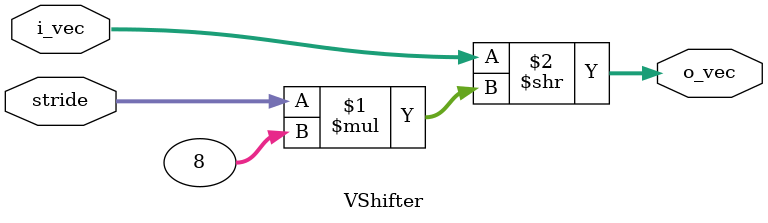
<source format=v>
module BCShifter128 #(  // Bubble-Collapsing Shifter
    parameter WORD_WIDTH    = 8,
    parameter PSUM_WIDTH    = 8,
    parameter DIST_WIDTH    = 7,
    parameter MAX_LIFM_RSIZ = 4
) (
    input [1023:0] psum,
    input [127:0]  mask,

    input [128*WORD_WIDTH-1:0]               lifm_line,
    input [128*DIST_WIDTH*MAX_LIFM_RSIZ-1:0] mt_line,

    output [128*WORD_WIDTH-1:0]               lifm_comp,
    output [128*DIST_WIDTH*MAX_LIFM_RSIZ-1:0] mt_comp
);

genvar line_idx;  // line index iterator

// Generate array connected with input and output ports
wire [WORD_WIDTH-1:0]               lifm_line_arr [0:127];
wire [DIST_WIDTH*MAX_LIFM_RSIZ-1:0] mt_line_arr   [0:127];

reg [WORD_WIDTH-1:0]               lifm_comp_arr [0:127];
reg [DIST_WIDTH*MAX_LIFM_RSIZ-1:0] mt_comp_arr   [0:127];

generate
    for (line_idx = 0; line_idx < 128; line_idx = line_idx+1) begin
        assign lifm_line_arr[line_idx] = lifm_line[WORD_WIDTH*line_idx+:WORD_WIDTH];
        assign mt_line_arr[line_idx] = mt_line[DIST_WIDTH*MAX_LIFM_RSIZ*line_idx+:DIST_WIDTH*MAX_LIFM_RSIZ];
        assign lifm_comp[WORD_WIDTH*line_idx+:WORD_WIDTH] = lifm_comp_arr[line_idx];
        assign mt_comp[DIST_WIDTH*MAX_LIFM_RSIZ*line_idx+:DIST_WIDTH*MAX_LIFM_RSIZ] = mt_comp_arr[line_idx];
    end
endgenerate


// Shifter 2
wire [2*WORD_WIDTH-1:0] i_lifm_l2;
wire [2*WORD_WIDTH-1:0] o_lifm_l2;
wire [2*DIST_WIDTH*MAX_LIFM_RSIZ-1:0] i_mt_l2;
wire [2*DIST_WIDTH*MAX_LIFM_RSIZ-1:0] o_mt_l2;
wire [1:0] stride_l2;

assign i_lifm_l2 = {lifm_line_arr[1], {1*WORD_WIDTH{1'b0}}};
assign i_mt_l2 = {mt_line_arr[1], {1*DIST_WIDTH*MAX_LIFM_RSIZ{1'b0}}};
assign stride_l2 = psum[1*PSUM_WIDTH+:2];

VShifter #(
    .WORD_WIDTH(WORD_WIDTH), .NUMEL(2), .NUMEL_LOG(2)
) vs_lifm_2 (
    .i_vec(i_lifm_l2), .stride(stride_l2), .o_vec(o_lifm_l2)
);

VShifter #(
    .WORD_WIDTH(DIST_WIDTH*MAX_LIFM_RSIZ), .NUMEL(2), .NUMEL_LOG(2)
) vs_mt_2 (
    .i_vec(i_mt_l2), .stride(stride_l2), .o_vec(o_mt_l2)
);

// Shifter 3
wire [3*WORD_WIDTH-1:0] i_lifm_l3;
wire [3*WORD_WIDTH-1:0] o_lifm_l3;
wire [3*DIST_WIDTH*MAX_LIFM_RSIZ-1:0] i_mt_l3;
wire [3*DIST_WIDTH*MAX_LIFM_RSIZ-1:0] o_mt_l3;
wire [1:0] stride_l3;

assign i_lifm_l3 = {lifm_line_arr[2], {2*WORD_WIDTH{1'b0}}};
assign i_mt_l3 = {mt_line_arr[2], {2*DIST_WIDTH*MAX_LIFM_RSIZ{1'b0}}};
assign stride_l3 = psum[2*PSUM_WIDTH+:2];

VShifter #(
    .WORD_WIDTH(WORD_WIDTH), .NUMEL(3), .NUMEL_LOG(2)
) vs_lifm_3 (
    .i_vec(i_lifm_l3), .stride(stride_l3), .o_vec(o_lifm_l3)
);

VShifter #(
    .WORD_WIDTH(DIST_WIDTH*MAX_LIFM_RSIZ), .NUMEL(3), .NUMEL_LOG(2)
) vs_mt_3 (
    .i_vec(i_mt_l3), .stride(stride_l3), .o_vec(o_mt_l3)
);

// Shifter 4
wire [4*WORD_WIDTH-1:0] i_lifm_l4;
wire [4*WORD_WIDTH-1:0] o_lifm_l4;
wire [4*DIST_WIDTH*MAX_LIFM_RSIZ-1:0] i_mt_l4;
wire [4*DIST_WIDTH*MAX_LIFM_RSIZ-1:0] o_mt_l4;
wire [2:0] stride_l4;

assign i_lifm_l4 = {lifm_line_arr[3], {3*WORD_WIDTH{1'b0}}};
assign i_mt_l4 = {mt_line_arr[3], {3*DIST_WIDTH*MAX_LIFM_RSIZ{1'b0}}};
assign stride_l4 = psum[3*PSUM_WIDTH+:3];

VShifter #(
    .WORD_WIDTH(WORD_WIDTH), .NUMEL(4), .NUMEL_LOG(3)
) vs_lifm_4 (
    .i_vec(i_lifm_l4), .stride(stride_l4), .o_vec(o_lifm_l4)
);

VShifter #(
    .WORD_WIDTH(DIST_WIDTH*MAX_LIFM_RSIZ), .NUMEL(4), .NUMEL_LOG(3)
) vs_mt_4 (
    .i_vec(i_mt_l4), .stride(stride_l4), .o_vec(o_mt_l4)
);

// Shifter 5
wire [5*WORD_WIDTH-1:0] i_lifm_l5;
wire [5*WORD_WIDTH-1:0] o_lifm_l5;
wire [5*DIST_WIDTH*MAX_LIFM_RSIZ-1:0] i_mt_l5;
wire [5*DIST_WIDTH*MAX_LIFM_RSIZ-1:0] o_mt_l5;
wire [2:0] stride_l5;

assign i_lifm_l5 = {lifm_line_arr[4], {4*WORD_WIDTH{1'b0}}};
assign i_mt_l5 = {mt_line_arr[4], {4*DIST_WIDTH*MAX_LIFM_RSIZ{1'b0}}};
assign stride_l5 = psum[4*PSUM_WIDTH+:3];

VShifter #(
    .WORD_WIDTH(WORD_WIDTH), .NUMEL(5), .NUMEL_LOG(3)
) vs_lifm_5 (
    .i_vec(i_lifm_l5), .stride(stride_l5), .o_vec(o_lifm_l5)
);

VShifter #(
    .WORD_WIDTH(DIST_WIDTH*MAX_LIFM_RSIZ), .NUMEL(5), .NUMEL_LOG(3)
) vs_mt_5 (
    .i_vec(i_mt_l5), .stride(stride_l5), .o_vec(o_mt_l5)
);

// Shifter 6
wire [6*WORD_WIDTH-1:0] i_lifm_l6;
wire [6*WORD_WIDTH-1:0] o_lifm_l6;
wire [6*DIST_WIDTH*MAX_LIFM_RSIZ-1:0] i_mt_l6;
wire [6*DIST_WIDTH*MAX_LIFM_RSIZ-1:0] o_mt_l6;
wire [2:0] stride_l6;

assign i_lifm_l6 = {lifm_line_arr[5], {5*WORD_WIDTH{1'b0}}};
assign i_mt_l6 = {mt_line_arr[5], {5*DIST_WIDTH*MAX_LIFM_RSIZ{1'b0}}};
assign stride_l6 = psum[5*PSUM_WIDTH+:3];

VShifter #(
    .WORD_WIDTH(WORD_WIDTH), .NUMEL(6), .NUMEL_LOG(3)
) vs_lifm_6 (
    .i_vec(i_lifm_l6), .stride(stride_l6), .o_vec(o_lifm_l6)
);

VShifter #(
    .WORD_WIDTH(DIST_WIDTH*MAX_LIFM_RSIZ), .NUMEL(6), .NUMEL_LOG(3)
) vs_mt_6 (
    .i_vec(i_mt_l6), .stride(stride_l6), .o_vec(o_mt_l6)
);

// Shifter 7
wire [7*WORD_WIDTH-1:0] i_lifm_l7;
wire [7*WORD_WIDTH-1:0] o_lifm_l7;
wire [7*DIST_WIDTH*MAX_LIFM_RSIZ-1:0] i_mt_l7;
wire [7*DIST_WIDTH*MAX_LIFM_RSIZ-1:0] o_mt_l7;
wire [2:0] stride_l7;

assign i_lifm_l7 = {lifm_line_arr[6], {6*WORD_WIDTH{1'b0}}};
assign i_mt_l7 = {mt_line_arr[6], {6*DIST_WIDTH*MAX_LIFM_RSIZ{1'b0}}};
assign stride_l7 = psum[6*PSUM_WIDTH+:3];

VShifter #(
    .WORD_WIDTH(WORD_WIDTH), .NUMEL(7), .NUMEL_LOG(3)
) vs_lifm_7 (
    .i_vec(i_lifm_l7), .stride(stride_l7), .o_vec(o_lifm_l7)
);

VShifter #(
    .WORD_WIDTH(DIST_WIDTH*MAX_LIFM_RSIZ), .NUMEL(7), .NUMEL_LOG(3)
) vs_mt_7 (
    .i_vec(i_mt_l7), .stride(stride_l7), .o_vec(o_mt_l7)
);

// Shifter 8
wire [8*WORD_WIDTH-1:0] i_lifm_l8;
wire [8*WORD_WIDTH-1:0] o_lifm_l8;
wire [8*DIST_WIDTH*MAX_LIFM_RSIZ-1:0] i_mt_l8;
wire [8*DIST_WIDTH*MAX_LIFM_RSIZ-1:0] o_mt_l8;
wire [3:0] stride_l8;

assign i_lifm_l8 = {lifm_line_arr[7], {7*WORD_WIDTH{1'b0}}};
assign i_mt_l8 = {mt_line_arr[7], {7*DIST_WIDTH*MAX_LIFM_RSIZ{1'b0}}};
assign stride_l8 = psum[7*PSUM_WIDTH+:4];

VShifter #(
    .WORD_WIDTH(WORD_WIDTH), .NUMEL(8), .NUMEL_LOG(4)
) vs_lifm_8 (
    .i_vec(i_lifm_l8), .stride(stride_l8), .o_vec(o_lifm_l8)
);

VShifter #(
    .WORD_WIDTH(DIST_WIDTH*MAX_LIFM_RSIZ), .NUMEL(8), .NUMEL_LOG(4)
) vs_mt_8 (
    .i_vec(i_mt_l8), .stride(stride_l8), .o_vec(o_mt_l8)
);

// Shifter 9
wire [9*WORD_WIDTH-1:0] i_lifm_l9;
wire [9*WORD_WIDTH-1:0] o_lifm_l9;
wire [9*DIST_WIDTH*MAX_LIFM_RSIZ-1:0] i_mt_l9;
wire [9*DIST_WIDTH*MAX_LIFM_RSIZ-1:0] o_mt_l9;
wire [3:0] stride_l9;

assign i_lifm_l9 = {lifm_line_arr[8], {8*WORD_WIDTH{1'b0}}};
assign i_mt_l9 = {mt_line_arr[8], {8*DIST_WIDTH*MAX_LIFM_RSIZ{1'b0}}};
assign stride_l9 = psum[8*PSUM_WIDTH+:4];

VShifter #(
    .WORD_WIDTH(WORD_WIDTH), .NUMEL(9), .NUMEL_LOG(4)
) vs_lifm_9 (
    .i_vec(i_lifm_l9), .stride(stride_l9), .o_vec(o_lifm_l9)
);

VShifter #(
    .WORD_WIDTH(DIST_WIDTH*MAX_LIFM_RSIZ), .NUMEL(9), .NUMEL_LOG(4)
) vs_mt_9 (
    .i_vec(i_mt_l9), .stride(stride_l9), .o_vec(o_mt_l9)
);

// Shifter 10
wire [10*WORD_WIDTH-1:0] i_lifm_l10;
wire [10*WORD_WIDTH-1:0] o_lifm_l10;
wire [10*DIST_WIDTH*MAX_LIFM_RSIZ-1:0] i_mt_l10;
wire [10*DIST_WIDTH*MAX_LIFM_RSIZ-1:0] o_mt_l10;
wire [3:0] stride_l10;

assign i_lifm_l10 = {lifm_line_arr[9], {9*WORD_WIDTH{1'b0}}};
assign i_mt_l10 = {mt_line_arr[9], {9*DIST_WIDTH*MAX_LIFM_RSIZ{1'b0}}};
assign stride_l10 = psum[9*PSUM_WIDTH+:4];

VShifter #(
    .WORD_WIDTH(WORD_WIDTH), .NUMEL(10), .NUMEL_LOG(4)
) vs_lifm_10 (
    .i_vec(i_lifm_l10), .stride(stride_l10), .o_vec(o_lifm_l10)
);

VShifter #(
    .WORD_WIDTH(DIST_WIDTH*MAX_LIFM_RSIZ), .NUMEL(10), .NUMEL_LOG(4)
) vs_mt_10 (
    .i_vec(i_mt_l10), .stride(stride_l10), .o_vec(o_mt_l10)
);

// Shifter 11
wire [11*WORD_WIDTH-1:0] i_lifm_l11;
wire [11*WORD_WIDTH-1:0] o_lifm_l11;
wire [11*DIST_WIDTH*MAX_LIFM_RSIZ-1:0] i_mt_l11;
wire [11*DIST_WIDTH*MAX_LIFM_RSIZ-1:0] o_mt_l11;
wire [3:0] stride_l11;

assign i_lifm_l11 = {lifm_line_arr[10], {10*WORD_WIDTH{1'b0}}};
assign i_mt_l11 = {mt_line_arr[10], {10*DIST_WIDTH*MAX_LIFM_RSIZ{1'b0}}};
assign stride_l11 = psum[10*PSUM_WIDTH+:4];

VShifter #(
    .WORD_WIDTH(WORD_WIDTH), .NUMEL(11), .NUMEL_LOG(4)
) vs_lifm_11 (
    .i_vec(i_lifm_l11), .stride(stride_l11), .o_vec(o_lifm_l11)
);

VShifter #(
    .WORD_WIDTH(DIST_WIDTH*MAX_LIFM_RSIZ), .NUMEL(11), .NUMEL_LOG(4)
) vs_mt_11 (
    .i_vec(i_mt_l11), .stride(stride_l11), .o_vec(o_mt_l11)
);

// Shifter 12
wire [12*WORD_WIDTH-1:0] i_lifm_l12;
wire [12*WORD_WIDTH-1:0] o_lifm_l12;
wire [12*DIST_WIDTH*MAX_LIFM_RSIZ-1:0] i_mt_l12;
wire [12*DIST_WIDTH*MAX_LIFM_RSIZ-1:0] o_mt_l12;
wire [3:0] stride_l12;

assign i_lifm_l12 = {lifm_line_arr[11], {11*WORD_WIDTH{1'b0}}};
assign i_mt_l12 = {mt_line_arr[11], {11*DIST_WIDTH*MAX_LIFM_RSIZ{1'b0}}};
assign stride_l12 = psum[11*PSUM_WIDTH+:4];

VShifter #(
    .WORD_WIDTH(WORD_WIDTH), .NUMEL(12), .NUMEL_LOG(4)
) vs_lifm_12 (
    .i_vec(i_lifm_l12), .stride(stride_l12), .o_vec(o_lifm_l12)
);

VShifter #(
    .WORD_WIDTH(DIST_WIDTH*MAX_LIFM_RSIZ), .NUMEL(12), .NUMEL_LOG(4)
) vs_mt_12 (
    .i_vec(i_mt_l12), .stride(stride_l12), .o_vec(o_mt_l12)
);

// Shifter 13
wire [13*WORD_WIDTH-1:0] i_lifm_l13;
wire [13*WORD_WIDTH-1:0] o_lifm_l13;
wire [13*DIST_WIDTH*MAX_LIFM_RSIZ-1:0] i_mt_l13;
wire [13*DIST_WIDTH*MAX_LIFM_RSIZ-1:0] o_mt_l13;
wire [3:0] stride_l13;

assign i_lifm_l13 = {lifm_line_arr[12], {12*WORD_WIDTH{1'b0}}};
assign i_mt_l13 = {mt_line_arr[12], {12*DIST_WIDTH*MAX_LIFM_RSIZ{1'b0}}};
assign stride_l13 = psum[12*PSUM_WIDTH+:4];

VShifter #(
    .WORD_WIDTH(WORD_WIDTH), .NUMEL(13), .NUMEL_LOG(4)
) vs_lifm_13 (
    .i_vec(i_lifm_l13), .stride(stride_l13), .o_vec(o_lifm_l13)
);

VShifter #(
    .WORD_WIDTH(DIST_WIDTH*MAX_LIFM_RSIZ), .NUMEL(13), .NUMEL_LOG(4)
) vs_mt_13 (
    .i_vec(i_mt_l13), .stride(stride_l13), .o_vec(o_mt_l13)
);

// Shifter 14
wire [14*WORD_WIDTH-1:0] i_lifm_l14;
wire [14*WORD_WIDTH-1:0] o_lifm_l14;
wire [14*DIST_WIDTH*MAX_LIFM_RSIZ-1:0] i_mt_l14;
wire [14*DIST_WIDTH*MAX_LIFM_RSIZ-1:0] o_mt_l14;
wire [3:0] stride_l14;

assign i_lifm_l14 = {lifm_line_arr[13], {13*WORD_WIDTH{1'b0}}};
assign i_mt_l14 = {mt_line_arr[13], {13*DIST_WIDTH*MAX_LIFM_RSIZ{1'b0}}};
assign stride_l14 = psum[13*PSUM_WIDTH+:4];

VShifter #(
    .WORD_WIDTH(WORD_WIDTH), .NUMEL(14), .NUMEL_LOG(4)
) vs_lifm_14 (
    .i_vec(i_lifm_l14), .stride(stride_l14), .o_vec(o_lifm_l14)
);

VShifter #(
    .WORD_WIDTH(DIST_WIDTH*MAX_LIFM_RSIZ), .NUMEL(14), .NUMEL_LOG(4)
) vs_mt_14 (
    .i_vec(i_mt_l14), .stride(stride_l14), .o_vec(o_mt_l14)
);

// Shifter 15
wire [15*WORD_WIDTH-1:0] i_lifm_l15;
wire [15*WORD_WIDTH-1:0] o_lifm_l15;
wire [15*DIST_WIDTH*MAX_LIFM_RSIZ-1:0] i_mt_l15;
wire [15*DIST_WIDTH*MAX_LIFM_RSIZ-1:0] o_mt_l15;
wire [3:0] stride_l15;

assign i_lifm_l15 = {lifm_line_arr[14], {14*WORD_WIDTH{1'b0}}};
assign i_mt_l15 = {mt_line_arr[14], {14*DIST_WIDTH*MAX_LIFM_RSIZ{1'b0}}};
assign stride_l15 = psum[14*PSUM_WIDTH+:4];

VShifter #(
    .WORD_WIDTH(WORD_WIDTH), .NUMEL(15), .NUMEL_LOG(4)
) vs_lifm_15 (
    .i_vec(i_lifm_l15), .stride(stride_l15), .o_vec(o_lifm_l15)
);

VShifter #(
    .WORD_WIDTH(DIST_WIDTH*MAX_LIFM_RSIZ), .NUMEL(15), .NUMEL_LOG(4)
) vs_mt_15 (
    .i_vec(i_mt_l15), .stride(stride_l15), .o_vec(o_mt_l15)
);

// Shifter 16
wire [16*WORD_WIDTH-1:0] i_lifm_l16;
wire [16*WORD_WIDTH-1:0] o_lifm_l16;
wire [16*DIST_WIDTH*MAX_LIFM_RSIZ-1:0] i_mt_l16;
wire [16*DIST_WIDTH*MAX_LIFM_RSIZ-1:0] o_mt_l16;
wire [4:0] stride_l16;

assign i_lifm_l16 = {lifm_line_arr[15], {15*WORD_WIDTH{1'b0}}};
assign i_mt_l16 = {mt_line_arr[15], {15*DIST_WIDTH*MAX_LIFM_RSIZ{1'b0}}};
assign stride_l16 = psum[15*PSUM_WIDTH+:5];

VShifter #(
    .WORD_WIDTH(WORD_WIDTH), .NUMEL(16), .NUMEL_LOG(5)
) vs_lifm_16 (
    .i_vec(i_lifm_l16), .stride(stride_l16), .o_vec(o_lifm_l16)
);

VShifter #(
    .WORD_WIDTH(DIST_WIDTH*MAX_LIFM_RSIZ), .NUMEL(16), .NUMEL_LOG(5)
) vs_mt_16 (
    .i_vec(i_mt_l16), .stride(stride_l16), .o_vec(o_mt_l16)
);

// Shifter 17
wire [17*WORD_WIDTH-1:0] i_lifm_l17;
wire [17*WORD_WIDTH-1:0] o_lifm_l17;
wire [17*DIST_WIDTH*MAX_LIFM_RSIZ-1:0] i_mt_l17;
wire [17*DIST_WIDTH*MAX_LIFM_RSIZ-1:0] o_mt_l17;
wire [4:0] stride_l17;

assign i_lifm_l17 = {lifm_line_arr[16], {16*WORD_WIDTH{1'b0}}};
assign i_mt_l17 = {mt_line_arr[16], {16*DIST_WIDTH*MAX_LIFM_RSIZ{1'b0}}};
assign stride_l17 = psum[16*PSUM_WIDTH+:5];

VShifter #(
    .WORD_WIDTH(WORD_WIDTH), .NUMEL(17), .NUMEL_LOG(5)
) vs_lifm_17 (
    .i_vec(i_lifm_l17), .stride(stride_l17), .o_vec(o_lifm_l17)
);

VShifter #(
    .WORD_WIDTH(DIST_WIDTH*MAX_LIFM_RSIZ), .NUMEL(17), .NUMEL_LOG(5)
) vs_mt_17 (
    .i_vec(i_mt_l17), .stride(stride_l17), .o_vec(o_mt_l17)
);

// Shifter 18
wire [18*WORD_WIDTH-1:0] i_lifm_l18;
wire [18*WORD_WIDTH-1:0] o_lifm_l18;
wire [18*DIST_WIDTH*MAX_LIFM_RSIZ-1:0] i_mt_l18;
wire [18*DIST_WIDTH*MAX_LIFM_RSIZ-1:0] o_mt_l18;
wire [4:0] stride_l18;

assign i_lifm_l18 = {lifm_line_arr[17], {17*WORD_WIDTH{1'b0}}};
assign i_mt_l18 = {mt_line_arr[17], {17*DIST_WIDTH*MAX_LIFM_RSIZ{1'b0}}};
assign stride_l18 = psum[17*PSUM_WIDTH+:5];

VShifter #(
    .WORD_WIDTH(WORD_WIDTH), .NUMEL(18), .NUMEL_LOG(5)
) vs_lifm_18 (
    .i_vec(i_lifm_l18), .stride(stride_l18), .o_vec(o_lifm_l18)
);

VShifter #(
    .WORD_WIDTH(DIST_WIDTH*MAX_LIFM_RSIZ), .NUMEL(18), .NUMEL_LOG(5)
) vs_mt_18 (
    .i_vec(i_mt_l18), .stride(stride_l18), .o_vec(o_mt_l18)
);

// Shifter 19
wire [19*WORD_WIDTH-1:0] i_lifm_l19;
wire [19*WORD_WIDTH-1:0] o_lifm_l19;
wire [19*DIST_WIDTH*MAX_LIFM_RSIZ-1:0] i_mt_l19;
wire [19*DIST_WIDTH*MAX_LIFM_RSIZ-1:0] o_mt_l19;
wire [4:0] stride_l19;

assign i_lifm_l19 = {lifm_line_arr[18], {18*WORD_WIDTH{1'b0}}};
assign i_mt_l19 = {mt_line_arr[18], {18*DIST_WIDTH*MAX_LIFM_RSIZ{1'b0}}};
assign stride_l19 = psum[18*PSUM_WIDTH+:5];

VShifter #(
    .WORD_WIDTH(WORD_WIDTH), .NUMEL(19), .NUMEL_LOG(5)
) vs_lifm_19 (
    .i_vec(i_lifm_l19), .stride(stride_l19), .o_vec(o_lifm_l19)
);

VShifter #(
    .WORD_WIDTH(DIST_WIDTH*MAX_LIFM_RSIZ), .NUMEL(19), .NUMEL_LOG(5)
) vs_mt_19 (
    .i_vec(i_mt_l19), .stride(stride_l19), .o_vec(o_mt_l19)
);

// Shifter 20
wire [20*WORD_WIDTH-1:0] i_lifm_l20;
wire [20*WORD_WIDTH-1:0] o_lifm_l20;
wire [20*DIST_WIDTH*MAX_LIFM_RSIZ-1:0] i_mt_l20;
wire [20*DIST_WIDTH*MAX_LIFM_RSIZ-1:0] o_mt_l20;
wire [4:0] stride_l20;

assign i_lifm_l20 = {lifm_line_arr[19], {19*WORD_WIDTH{1'b0}}};
assign i_mt_l20 = {mt_line_arr[19], {19*DIST_WIDTH*MAX_LIFM_RSIZ{1'b0}}};
assign stride_l20 = psum[19*PSUM_WIDTH+:5];

VShifter #(
    .WORD_WIDTH(WORD_WIDTH), .NUMEL(20), .NUMEL_LOG(5)
) vs_lifm_20 (
    .i_vec(i_lifm_l20), .stride(stride_l20), .o_vec(o_lifm_l20)
);

VShifter #(
    .WORD_WIDTH(DIST_WIDTH*MAX_LIFM_RSIZ), .NUMEL(20), .NUMEL_LOG(5)
) vs_mt_20 (
    .i_vec(i_mt_l20), .stride(stride_l20), .o_vec(o_mt_l20)
);

// Shifter 21
wire [21*WORD_WIDTH-1:0] i_lifm_l21;
wire [21*WORD_WIDTH-1:0] o_lifm_l21;
wire [21*DIST_WIDTH*MAX_LIFM_RSIZ-1:0] i_mt_l21;
wire [21*DIST_WIDTH*MAX_LIFM_RSIZ-1:0] o_mt_l21;
wire [4:0] stride_l21;

assign i_lifm_l21 = {lifm_line_arr[20], {20*WORD_WIDTH{1'b0}}};
assign i_mt_l21 = {mt_line_arr[20], {20*DIST_WIDTH*MAX_LIFM_RSIZ{1'b0}}};
assign stride_l21 = psum[20*PSUM_WIDTH+:5];

VShifter #(
    .WORD_WIDTH(WORD_WIDTH), .NUMEL(21), .NUMEL_LOG(5)
) vs_lifm_21 (
    .i_vec(i_lifm_l21), .stride(stride_l21), .o_vec(o_lifm_l21)
);

VShifter #(
    .WORD_WIDTH(DIST_WIDTH*MAX_LIFM_RSIZ), .NUMEL(21), .NUMEL_LOG(5)
) vs_mt_21 (
    .i_vec(i_mt_l21), .stride(stride_l21), .o_vec(o_mt_l21)
);

// Shifter 22
wire [22*WORD_WIDTH-1:0] i_lifm_l22;
wire [22*WORD_WIDTH-1:0] o_lifm_l22;
wire [22*DIST_WIDTH*MAX_LIFM_RSIZ-1:0] i_mt_l22;
wire [22*DIST_WIDTH*MAX_LIFM_RSIZ-1:0] o_mt_l22;
wire [4:0] stride_l22;

assign i_lifm_l22 = {lifm_line_arr[21], {21*WORD_WIDTH{1'b0}}};
assign i_mt_l22 = {mt_line_arr[21], {21*DIST_WIDTH*MAX_LIFM_RSIZ{1'b0}}};
assign stride_l22 = psum[21*PSUM_WIDTH+:5];

VShifter #(
    .WORD_WIDTH(WORD_WIDTH), .NUMEL(22), .NUMEL_LOG(5)
) vs_lifm_22 (
    .i_vec(i_lifm_l22), .stride(stride_l22), .o_vec(o_lifm_l22)
);

VShifter #(
    .WORD_WIDTH(DIST_WIDTH*MAX_LIFM_RSIZ), .NUMEL(22), .NUMEL_LOG(5)
) vs_mt_22 (
    .i_vec(i_mt_l22), .stride(stride_l22), .o_vec(o_mt_l22)
);

// Shifter 23
wire [23*WORD_WIDTH-1:0] i_lifm_l23;
wire [23*WORD_WIDTH-1:0] o_lifm_l23;
wire [23*DIST_WIDTH*MAX_LIFM_RSIZ-1:0] i_mt_l23;
wire [23*DIST_WIDTH*MAX_LIFM_RSIZ-1:0] o_mt_l23;
wire [4:0] stride_l23;

assign i_lifm_l23 = {lifm_line_arr[22], {22*WORD_WIDTH{1'b0}}};
assign i_mt_l23 = {mt_line_arr[22], {22*DIST_WIDTH*MAX_LIFM_RSIZ{1'b0}}};
assign stride_l23 = psum[22*PSUM_WIDTH+:5];

VShifter #(
    .WORD_WIDTH(WORD_WIDTH), .NUMEL(23), .NUMEL_LOG(5)
) vs_lifm_23 (
    .i_vec(i_lifm_l23), .stride(stride_l23), .o_vec(o_lifm_l23)
);

VShifter #(
    .WORD_WIDTH(DIST_WIDTH*MAX_LIFM_RSIZ), .NUMEL(23), .NUMEL_LOG(5)
) vs_mt_23 (
    .i_vec(i_mt_l23), .stride(stride_l23), .o_vec(o_mt_l23)
);

// Shifter 24
wire [24*WORD_WIDTH-1:0] i_lifm_l24;
wire [24*WORD_WIDTH-1:0] o_lifm_l24;
wire [24*DIST_WIDTH*MAX_LIFM_RSIZ-1:0] i_mt_l24;
wire [24*DIST_WIDTH*MAX_LIFM_RSIZ-1:0] o_mt_l24;
wire [4:0] stride_l24;

assign i_lifm_l24 = {lifm_line_arr[23], {23*WORD_WIDTH{1'b0}}};
assign i_mt_l24 = {mt_line_arr[23], {23*DIST_WIDTH*MAX_LIFM_RSIZ{1'b0}}};
assign stride_l24 = psum[23*PSUM_WIDTH+:5];

VShifter #(
    .WORD_WIDTH(WORD_WIDTH), .NUMEL(24), .NUMEL_LOG(5)
) vs_lifm_24 (
    .i_vec(i_lifm_l24), .stride(stride_l24), .o_vec(o_lifm_l24)
);

VShifter #(
    .WORD_WIDTH(DIST_WIDTH*MAX_LIFM_RSIZ), .NUMEL(24), .NUMEL_LOG(5)
) vs_mt_24 (
    .i_vec(i_mt_l24), .stride(stride_l24), .o_vec(o_mt_l24)
);

// Shifter 25
wire [25*WORD_WIDTH-1:0] i_lifm_l25;
wire [25*WORD_WIDTH-1:0] o_lifm_l25;
wire [25*DIST_WIDTH*MAX_LIFM_RSIZ-1:0] i_mt_l25;
wire [25*DIST_WIDTH*MAX_LIFM_RSIZ-1:0] o_mt_l25;
wire [4:0] stride_l25;

assign i_lifm_l25 = {lifm_line_arr[24], {24*WORD_WIDTH{1'b0}}};
assign i_mt_l25 = {mt_line_arr[24], {24*DIST_WIDTH*MAX_LIFM_RSIZ{1'b0}}};
assign stride_l25 = psum[24*PSUM_WIDTH+:5];

VShifter #(
    .WORD_WIDTH(WORD_WIDTH), .NUMEL(25), .NUMEL_LOG(5)
) vs_lifm_25 (
    .i_vec(i_lifm_l25), .stride(stride_l25), .o_vec(o_lifm_l25)
);

VShifter #(
    .WORD_WIDTH(DIST_WIDTH*MAX_LIFM_RSIZ), .NUMEL(25), .NUMEL_LOG(5)
) vs_mt_25 (
    .i_vec(i_mt_l25), .stride(stride_l25), .o_vec(o_mt_l25)
);

// Shifter 26
wire [26*WORD_WIDTH-1:0] i_lifm_l26;
wire [26*WORD_WIDTH-1:0] o_lifm_l26;
wire [26*DIST_WIDTH*MAX_LIFM_RSIZ-1:0] i_mt_l26;
wire [26*DIST_WIDTH*MAX_LIFM_RSIZ-1:0] o_mt_l26;
wire [4:0] stride_l26;

assign i_lifm_l26 = {lifm_line_arr[25], {25*WORD_WIDTH{1'b0}}};
assign i_mt_l26 = {mt_line_arr[25], {25*DIST_WIDTH*MAX_LIFM_RSIZ{1'b0}}};
assign stride_l26 = psum[25*PSUM_WIDTH+:5];

VShifter #(
    .WORD_WIDTH(WORD_WIDTH), .NUMEL(26), .NUMEL_LOG(5)
) vs_lifm_26 (
    .i_vec(i_lifm_l26), .stride(stride_l26), .o_vec(o_lifm_l26)
);

VShifter #(
    .WORD_WIDTH(DIST_WIDTH*MAX_LIFM_RSIZ), .NUMEL(26), .NUMEL_LOG(5)
) vs_mt_26 (
    .i_vec(i_mt_l26), .stride(stride_l26), .o_vec(o_mt_l26)
);

// Shifter 27
wire [27*WORD_WIDTH-1:0] i_lifm_l27;
wire [27*WORD_WIDTH-1:0] o_lifm_l27;
wire [27*DIST_WIDTH*MAX_LIFM_RSIZ-1:0] i_mt_l27;
wire [27*DIST_WIDTH*MAX_LIFM_RSIZ-1:0] o_mt_l27;
wire [4:0] stride_l27;

assign i_lifm_l27 = {lifm_line_arr[26], {26*WORD_WIDTH{1'b0}}};
assign i_mt_l27 = {mt_line_arr[26], {26*DIST_WIDTH*MAX_LIFM_RSIZ{1'b0}}};
assign stride_l27 = psum[26*PSUM_WIDTH+:5];

VShifter #(
    .WORD_WIDTH(WORD_WIDTH), .NUMEL(27), .NUMEL_LOG(5)
) vs_lifm_27 (
    .i_vec(i_lifm_l27), .stride(stride_l27), .o_vec(o_lifm_l27)
);

VShifter #(
    .WORD_WIDTH(DIST_WIDTH*MAX_LIFM_RSIZ), .NUMEL(27), .NUMEL_LOG(5)
) vs_mt_27 (
    .i_vec(i_mt_l27), .stride(stride_l27), .o_vec(o_mt_l27)
);

// Shifter 28
wire [28*WORD_WIDTH-1:0] i_lifm_l28;
wire [28*WORD_WIDTH-1:0] o_lifm_l28;
wire [28*DIST_WIDTH*MAX_LIFM_RSIZ-1:0] i_mt_l28;
wire [28*DIST_WIDTH*MAX_LIFM_RSIZ-1:0] o_mt_l28;
wire [4:0] stride_l28;

assign i_lifm_l28 = {lifm_line_arr[27], {27*WORD_WIDTH{1'b0}}};
assign i_mt_l28 = {mt_line_arr[27], {27*DIST_WIDTH*MAX_LIFM_RSIZ{1'b0}}};
assign stride_l28 = psum[27*PSUM_WIDTH+:5];

VShifter #(
    .WORD_WIDTH(WORD_WIDTH), .NUMEL(28), .NUMEL_LOG(5)
) vs_lifm_28 (
    .i_vec(i_lifm_l28), .stride(stride_l28), .o_vec(o_lifm_l28)
);

VShifter #(
    .WORD_WIDTH(DIST_WIDTH*MAX_LIFM_RSIZ), .NUMEL(28), .NUMEL_LOG(5)
) vs_mt_28 (
    .i_vec(i_mt_l28), .stride(stride_l28), .o_vec(o_mt_l28)
);

// Shifter 29
wire [29*WORD_WIDTH-1:0] i_lifm_l29;
wire [29*WORD_WIDTH-1:0] o_lifm_l29;
wire [29*DIST_WIDTH*MAX_LIFM_RSIZ-1:0] i_mt_l29;
wire [29*DIST_WIDTH*MAX_LIFM_RSIZ-1:0] o_mt_l29;
wire [4:0] stride_l29;

assign i_lifm_l29 = {lifm_line_arr[28], {28*WORD_WIDTH{1'b0}}};
assign i_mt_l29 = {mt_line_arr[28], {28*DIST_WIDTH*MAX_LIFM_RSIZ{1'b0}}};
assign stride_l29 = psum[28*PSUM_WIDTH+:5];

VShifter #(
    .WORD_WIDTH(WORD_WIDTH), .NUMEL(29), .NUMEL_LOG(5)
) vs_lifm_29 (
    .i_vec(i_lifm_l29), .stride(stride_l29), .o_vec(o_lifm_l29)
);

VShifter #(
    .WORD_WIDTH(DIST_WIDTH*MAX_LIFM_RSIZ), .NUMEL(29), .NUMEL_LOG(5)
) vs_mt_29 (
    .i_vec(i_mt_l29), .stride(stride_l29), .o_vec(o_mt_l29)
);

// Shifter 30
wire [30*WORD_WIDTH-1:0] i_lifm_l30;
wire [30*WORD_WIDTH-1:0] o_lifm_l30;
wire [30*DIST_WIDTH*MAX_LIFM_RSIZ-1:0] i_mt_l30;
wire [30*DIST_WIDTH*MAX_LIFM_RSIZ-1:0] o_mt_l30;
wire [4:0] stride_l30;

assign i_lifm_l30 = {lifm_line_arr[29], {29*WORD_WIDTH{1'b0}}};
assign i_mt_l30 = {mt_line_arr[29], {29*DIST_WIDTH*MAX_LIFM_RSIZ{1'b0}}};
assign stride_l30 = psum[29*PSUM_WIDTH+:5];

VShifter #(
    .WORD_WIDTH(WORD_WIDTH), .NUMEL(30), .NUMEL_LOG(5)
) vs_lifm_30 (
    .i_vec(i_lifm_l30), .stride(stride_l30), .o_vec(o_lifm_l30)
);

VShifter #(
    .WORD_WIDTH(DIST_WIDTH*MAX_LIFM_RSIZ), .NUMEL(30), .NUMEL_LOG(5)
) vs_mt_30 (
    .i_vec(i_mt_l30), .stride(stride_l30), .o_vec(o_mt_l30)
);

// Shifter 31
wire [31*WORD_WIDTH-1:0] i_lifm_l31;
wire [31*WORD_WIDTH-1:0] o_lifm_l31;
wire [31*DIST_WIDTH*MAX_LIFM_RSIZ-1:0] i_mt_l31;
wire [31*DIST_WIDTH*MAX_LIFM_RSIZ-1:0] o_mt_l31;
wire [4:0] stride_l31;

assign i_lifm_l31 = {lifm_line_arr[30], {30*WORD_WIDTH{1'b0}}};
assign i_mt_l31 = {mt_line_arr[30], {30*DIST_WIDTH*MAX_LIFM_RSIZ{1'b0}}};
assign stride_l31 = psum[30*PSUM_WIDTH+:5];

VShifter #(
    .WORD_WIDTH(WORD_WIDTH), .NUMEL(31), .NUMEL_LOG(5)
) vs_lifm_31 (
    .i_vec(i_lifm_l31), .stride(stride_l31), .o_vec(o_lifm_l31)
);

VShifter #(
    .WORD_WIDTH(DIST_WIDTH*MAX_LIFM_RSIZ), .NUMEL(31), .NUMEL_LOG(5)
) vs_mt_31 (
    .i_vec(i_mt_l31), .stride(stride_l31), .o_vec(o_mt_l31)
);

// Shifter 32
wire [32*WORD_WIDTH-1:0] i_lifm_l32;
wire [32*WORD_WIDTH-1:0] o_lifm_l32;
wire [32*DIST_WIDTH*MAX_LIFM_RSIZ-1:0] i_mt_l32;
wire [32*DIST_WIDTH*MAX_LIFM_RSIZ-1:0] o_mt_l32;
wire [5:0] stride_l32;

assign i_lifm_l32 = {lifm_line_arr[31], {31*WORD_WIDTH{1'b0}}};
assign i_mt_l32 = {mt_line_arr[31], {31*DIST_WIDTH*MAX_LIFM_RSIZ{1'b0}}};
assign stride_l32 = psum[31*PSUM_WIDTH+:6];

VShifter #(
    .WORD_WIDTH(WORD_WIDTH), .NUMEL(32), .NUMEL_LOG(6)
) vs_lifm_32 (
    .i_vec(i_lifm_l32), .stride(stride_l32), .o_vec(o_lifm_l32)
);

VShifter #(
    .WORD_WIDTH(DIST_WIDTH*MAX_LIFM_RSIZ), .NUMEL(32), .NUMEL_LOG(6)
) vs_mt_32 (
    .i_vec(i_mt_l32), .stride(stride_l32), .o_vec(o_mt_l32)
);

// Shifter 33
wire [33*WORD_WIDTH-1:0] i_lifm_l33;
wire [33*WORD_WIDTH-1:0] o_lifm_l33;
wire [33*DIST_WIDTH*MAX_LIFM_RSIZ-1:0] i_mt_l33;
wire [33*DIST_WIDTH*MAX_LIFM_RSIZ-1:0] o_mt_l33;
wire [5:0] stride_l33;

assign i_lifm_l33 = {lifm_line_arr[32], {32*WORD_WIDTH{1'b0}}};
assign i_mt_l33 = {mt_line_arr[32], {32*DIST_WIDTH*MAX_LIFM_RSIZ{1'b0}}};
assign stride_l33 = psum[32*PSUM_WIDTH+:6];

VShifter #(
    .WORD_WIDTH(WORD_WIDTH), .NUMEL(33), .NUMEL_LOG(6)
) vs_lifm_33 (
    .i_vec(i_lifm_l33), .stride(stride_l33), .o_vec(o_lifm_l33)
);

VShifter #(
    .WORD_WIDTH(DIST_WIDTH*MAX_LIFM_RSIZ), .NUMEL(33), .NUMEL_LOG(6)
) vs_mt_33 (
    .i_vec(i_mt_l33), .stride(stride_l33), .o_vec(o_mt_l33)
);

// Shifter 34
wire [34*WORD_WIDTH-1:0] i_lifm_l34;
wire [34*WORD_WIDTH-1:0] o_lifm_l34;
wire [34*DIST_WIDTH*MAX_LIFM_RSIZ-1:0] i_mt_l34;
wire [34*DIST_WIDTH*MAX_LIFM_RSIZ-1:0] o_mt_l34;
wire [5:0] stride_l34;

assign i_lifm_l34 = {lifm_line_arr[33], {33*WORD_WIDTH{1'b0}}};
assign i_mt_l34 = {mt_line_arr[33], {33*DIST_WIDTH*MAX_LIFM_RSIZ{1'b0}}};
assign stride_l34 = psum[33*PSUM_WIDTH+:6];

VShifter #(
    .WORD_WIDTH(WORD_WIDTH), .NUMEL(34), .NUMEL_LOG(6)
) vs_lifm_34 (
    .i_vec(i_lifm_l34), .stride(stride_l34), .o_vec(o_lifm_l34)
);

VShifter #(
    .WORD_WIDTH(DIST_WIDTH*MAX_LIFM_RSIZ), .NUMEL(34), .NUMEL_LOG(6)
) vs_mt_34 (
    .i_vec(i_mt_l34), .stride(stride_l34), .o_vec(o_mt_l34)
);

// Shifter 35
wire [35*WORD_WIDTH-1:0] i_lifm_l35;
wire [35*WORD_WIDTH-1:0] o_lifm_l35;
wire [35*DIST_WIDTH*MAX_LIFM_RSIZ-1:0] i_mt_l35;
wire [35*DIST_WIDTH*MAX_LIFM_RSIZ-1:0] o_mt_l35;
wire [5:0] stride_l35;

assign i_lifm_l35 = {lifm_line_arr[34], {34*WORD_WIDTH{1'b0}}};
assign i_mt_l35 = {mt_line_arr[34], {34*DIST_WIDTH*MAX_LIFM_RSIZ{1'b0}}};
assign stride_l35 = psum[34*PSUM_WIDTH+:6];

VShifter #(
    .WORD_WIDTH(WORD_WIDTH), .NUMEL(35), .NUMEL_LOG(6)
) vs_lifm_35 (
    .i_vec(i_lifm_l35), .stride(stride_l35), .o_vec(o_lifm_l35)
);

VShifter #(
    .WORD_WIDTH(DIST_WIDTH*MAX_LIFM_RSIZ), .NUMEL(35), .NUMEL_LOG(6)
) vs_mt_35 (
    .i_vec(i_mt_l35), .stride(stride_l35), .o_vec(o_mt_l35)
);

// Shifter 36
wire [36*WORD_WIDTH-1:0] i_lifm_l36;
wire [36*WORD_WIDTH-1:0] o_lifm_l36;
wire [36*DIST_WIDTH*MAX_LIFM_RSIZ-1:0] i_mt_l36;
wire [36*DIST_WIDTH*MAX_LIFM_RSIZ-1:0] o_mt_l36;
wire [5:0] stride_l36;

assign i_lifm_l36 = {lifm_line_arr[35], {35*WORD_WIDTH{1'b0}}};
assign i_mt_l36 = {mt_line_arr[35], {35*DIST_WIDTH*MAX_LIFM_RSIZ{1'b0}}};
assign stride_l36 = psum[35*PSUM_WIDTH+:6];

VShifter #(
    .WORD_WIDTH(WORD_WIDTH), .NUMEL(36), .NUMEL_LOG(6)
) vs_lifm_36 (
    .i_vec(i_lifm_l36), .stride(stride_l36), .o_vec(o_lifm_l36)
);

VShifter #(
    .WORD_WIDTH(DIST_WIDTH*MAX_LIFM_RSIZ), .NUMEL(36), .NUMEL_LOG(6)
) vs_mt_36 (
    .i_vec(i_mt_l36), .stride(stride_l36), .o_vec(o_mt_l36)
);

// Shifter 37
wire [37*WORD_WIDTH-1:0] i_lifm_l37;
wire [37*WORD_WIDTH-1:0] o_lifm_l37;
wire [37*DIST_WIDTH*MAX_LIFM_RSIZ-1:0] i_mt_l37;
wire [37*DIST_WIDTH*MAX_LIFM_RSIZ-1:0] o_mt_l37;
wire [5:0] stride_l37;

assign i_lifm_l37 = {lifm_line_arr[36], {36*WORD_WIDTH{1'b0}}};
assign i_mt_l37 = {mt_line_arr[36], {36*DIST_WIDTH*MAX_LIFM_RSIZ{1'b0}}};
assign stride_l37 = psum[36*PSUM_WIDTH+:6];

VShifter #(
    .WORD_WIDTH(WORD_WIDTH), .NUMEL(37), .NUMEL_LOG(6)
) vs_lifm_37 (
    .i_vec(i_lifm_l37), .stride(stride_l37), .o_vec(o_lifm_l37)
);

VShifter #(
    .WORD_WIDTH(DIST_WIDTH*MAX_LIFM_RSIZ), .NUMEL(37), .NUMEL_LOG(6)
) vs_mt_37 (
    .i_vec(i_mt_l37), .stride(stride_l37), .o_vec(o_mt_l37)
);

// Shifter 38
wire [38*WORD_WIDTH-1:0] i_lifm_l38;
wire [38*WORD_WIDTH-1:0] o_lifm_l38;
wire [38*DIST_WIDTH*MAX_LIFM_RSIZ-1:0] i_mt_l38;
wire [38*DIST_WIDTH*MAX_LIFM_RSIZ-1:0] o_mt_l38;
wire [5:0] stride_l38;

assign i_lifm_l38 = {lifm_line_arr[37], {37*WORD_WIDTH{1'b0}}};
assign i_mt_l38 = {mt_line_arr[37], {37*DIST_WIDTH*MAX_LIFM_RSIZ{1'b0}}};
assign stride_l38 = psum[37*PSUM_WIDTH+:6];

VShifter #(
    .WORD_WIDTH(WORD_WIDTH), .NUMEL(38), .NUMEL_LOG(6)
) vs_lifm_38 (
    .i_vec(i_lifm_l38), .stride(stride_l38), .o_vec(o_lifm_l38)
);

VShifter #(
    .WORD_WIDTH(DIST_WIDTH*MAX_LIFM_RSIZ), .NUMEL(38), .NUMEL_LOG(6)
) vs_mt_38 (
    .i_vec(i_mt_l38), .stride(stride_l38), .o_vec(o_mt_l38)
);

// Shifter 39
wire [39*WORD_WIDTH-1:0] i_lifm_l39;
wire [39*WORD_WIDTH-1:0] o_lifm_l39;
wire [39*DIST_WIDTH*MAX_LIFM_RSIZ-1:0] i_mt_l39;
wire [39*DIST_WIDTH*MAX_LIFM_RSIZ-1:0] o_mt_l39;
wire [5:0] stride_l39;

assign i_lifm_l39 = {lifm_line_arr[38], {38*WORD_WIDTH{1'b0}}};
assign i_mt_l39 = {mt_line_arr[38], {38*DIST_WIDTH*MAX_LIFM_RSIZ{1'b0}}};
assign stride_l39 = psum[38*PSUM_WIDTH+:6];

VShifter #(
    .WORD_WIDTH(WORD_WIDTH), .NUMEL(39), .NUMEL_LOG(6)
) vs_lifm_39 (
    .i_vec(i_lifm_l39), .stride(stride_l39), .o_vec(o_lifm_l39)
);

VShifter #(
    .WORD_WIDTH(DIST_WIDTH*MAX_LIFM_RSIZ), .NUMEL(39), .NUMEL_LOG(6)
) vs_mt_39 (
    .i_vec(i_mt_l39), .stride(stride_l39), .o_vec(o_mt_l39)
);

// Shifter 40
wire [40*WORD_WIDTH-1:0] i_lifm_l40;
wire [40*WORD_WIDTH-1:0] o_lifm_l40;
wire [40*DIST_WIDTH*MAX_LIFM_RSIZ-1:0] i_mt_l40;
wire [40*DIST_WIDTH*MAX_LIFM_RSIZ-1:0] o_mt_l40;
wire [5:0] stride_l40;

assign i_lifm_l40 = {lifm_line_arr[39], {39*WORD_WIDTH{1'b0}}};
assign i_mt_l40 = {mt_line_arr[39], {39*DIST_WIDTH*MAX_LIFM_RSIZ{1'b0}}};
assign stride_l40 = psum[39*PSUM_WIDTH+:6];

VShifter #(
    .WORD_WIDTH(WORD_WIDTH), .NUMEL(40), .NUMEL_LOG(6)
) vs_lifm_40 (
    .i_vec(i_lifm_l40), .stride(stride_l40), .o_vec(o_lifm_l40)
);

VShifter #(
    .WORD_WIDTH(DIST_WIDTH*MAX_LIFM_RSIZ), .NUMEL(40), .NUMEL_LOG(6)
) vs_mt_40 (
    .i_vec(i_mt_l40), .stride(stride_l40), .o_vec(o_mt_l40)
);

// Shifter 41
wire [41*WORD_WIDTH-1:0] i_lifm_l41;
wire [41*WORD_WIDTH-1:0] o_lifm_l41;
wire [41*DIST_WIDTH*MAX_LIFM_RSIZ-1:0] i_mt_l41;
wire [41*DIST_WIDTH*MAX_LIFM_RSIZ-1:0] o_mt_l41;
wire [5:0] stride_l41;

assign i_lifm_l41 = {lifm_line_arr[40], {40*WORD_WIDTH{1'b0}}};
assign i_mt_l41 = {mt_line_arr[40], {40*DIST_WIDTH*MAX_LIFM_RSIZ{1'b0}}};
assign stride_l41 = psum[40*PSUM_WIDTH+:6];

VShifter #(
    .WORD_WIDTH(WORD_WIDTH), .NUMEL(41), .NUMEL_LOG(6)
) vs_lifm_41 (
    .i_vec(i_lifm_l41), .stride(stride_l41), .o_vec(o_lifm_l41)
);

VShifter #(
    .WORD_WIDTH(DIST_WIDTH*MAX_LIFM_RSIZ), .NUMEL(41), .NUMEL_LOG(6)
) vs_mt_41 (
    .i_vec(i_mt_l41), .stride(stride_l41), .o_vec(o_mt_l41)
);

// Shifter 42
wire [42*WORD_WIDTH-1:0] i_lifm_l42;
wire [42*WORD_WIDTH-1:0] o_lifm_l42;
wire [42*DIST_WIDTH*MAX_LIFM_RSIZ-1:0] i_mt_l42;
wire [42*DIST_WIDTH*MAX_LIFM_RSIZ-1:0] o_mt_l42;
wire [5:0] stride_l42;

assign i_lifm_l42 = {lifm_line_arr[41], {41*WORD_WIDTH{1'b0}}};
assign i_mt_l42 = {mt_line_arr[41], {41*DIST_WIDTH*MAX_LIFM_RSIZ{1'b0}}};
assign stride_l42 = psum[41*PSUM_WIDTH+:6];

VShifter #(
    .WORD_WIDTH(WORD_WIDTH), .NUMEL(42), .NUMEL_LOG(6)
) vs_lifm_42 (
    .i_vec(i_lifm_l42), .stride(stride_l42), .o_vec(o_lifm_l42)
);

VShifter #(
    .WORD_WIDTH(DIST_WIDTH*MAX_LIFM_RSIZ), .NUMEL(42), .NUMEL_LOG(6)
) vs_mt_42 (
    .i_vec(i_mt_l42), .stride(stride_l42), .o_vec(o_mt_l42)
);

// Shifter 43
wire [43*WORD_WIDTH-1:0] i_lifm_l43;
wire [43*WORD_WIDTH-1:0] o_lifm_l43;
wire [43*DIST_WIDTH*MAX_LIFM_RSIZ-1:0] i_mt_l43;
wire [43*DIST_WIDTH*MAX_LIFM_RSIZ-1:0] o_mt_l43;
wire [5:0] stride_l43;

assign i_lifm_l43 = {lifm_line_arr[42], {42*WORD_WIDTH{1'b0}}};
assign i_mt_l43 = {mt_line_arr[42], {42*DIST_WIDTH*MAX_LIFM_RSIZ{1'b0}}};
assign stride_l43 = psum[42*PSUM_WIDTH+:6];

VShifter #(
    .WORD_WIDTH(WORD_WIDTH), .NUMEL(43), .NUMEL_LOG(6)
) vs_lifm_43 (
    .i_vec(i_lifm_l43), .stride(stride_l43), .o_vec(o_lifm_l43)
);

VShifter #(
    .WORD_WIDTH(DIST_WIDTH*MAX_LIFM_RSIZ), .NUMEL(43), .NUMEL_LOG(6)
) vs_mt_43 (
    .i_vec(i_mt_l43), .stride(stride_l43), .o_vec(o_mt_l43)
);

// Shifter 44
wire [44*WORD_WIDTH-1:0] i_lifm_l44;
wire [44*WORD_WIDTH-1:0] o_lifm_l44;
wire [44*DIST_WIDTH*MAX_LIFM_RSIZ-1:0] i_mt_l44;
wire [44*DIST_WIDTH*MAX_LIFM_RSIZ-1:0] o_mt_l44;
wire [5:0] stride_l44;

assign i_lifm_l44 = {lifm_line_arr[43], {43*WORD_WIDTH{1'b0}}};
assign i_mt_l44 = {mt_line_arr[43], {43*DIST_WIDTH*MAX_LIFM_RSIZ{1'b0}}};
assign stride_l44 = psum[43*PSUM_WIDTH+:6];

VShifter #(
    .WORD_WIDTH(WORD_WIDTH), .NUMEL(44), .NUMEL_LOG(6)
) vs_lifm_44 (
    .i_vec(i_lifm_l44), .stride(stride_l44), .o_vec(o_lifm_l44)
);

VShifter #(
    .WORD_WIDTH(DIST_WIDTH*MAX_LIFM_RSIZ), .NUMEL(44), .NUMEL_LOG(6)
) vs_mt_44 (
    .i_vec(i_mt_l44), .stride(stride_l44), .o_vec(o_mt_l44)
);

// Shifter 45
wire [45*WORD_WIDTH-1:0] i_lifm_l45;
wire [45*WORD_WIDTH-1:0] o_lifm_l45;
wire [45*DIST_WIDTH*MAX_LIFM_RSIZ-1:0] i_mt_l45;
wire [45*DIST_WIDTH*MAX_LIFM_RSIZ-1:0] o_mt_l45;
wire [5:0] stride_l45;

assign i_lifm_l45 = {lifm_line_arr[44], {44*WORD_WIDTH{1'b0}}};
assign i_mt_l45 = {mt_line_arr[44], {44*DIST_WIDTH*MAX_LIFM_RSIZ{1'b0}}};
assign stride_l45 = psum[44*PSUM_WIDTH+:6];

VShifter #(
    .WORD_WIDTH(WORD_WIDTH), .NUMEL(45), .NUMEL_LOG(6)
) vs_lifm_45 (
    .i_vec(i_lifm_l45), .stride(stride_l45), .o_vec(o_lifm_l45)
);

VShifter #(
    .WORD_WIDTH(DIST_WIDTH*MAX_LIFM_RSIZ), .NUMEL(45), .NUMEL_LOG(6)
) vs_mt_45 (
    .i_vec(i_mt_l45), .stride(stride_l45), .o_vec(o_mt_l45)
);

// Shifter 46
wire [46*WORD_WIDTH-1:0] i_lifm_l46;
wire [46*WORD_WIDTH-1:0] o_lifm_l46;
wire [46*DIST_WIDTH*MAX_LIFM_RSIZ-1:0] i_mt_l46;
wire [46*DIST_WIDTH*MAX_LIFM_RSIZ-1:0] o_mt_l46;
wire [5:0] stride_l46;

assign i_lifm_l46 = {lifm_line_arr[45], {45*WORD_WIDTH{1'b0}}};
assign i_mt_l46 = {mt_line_arr[45], {45*DIST_WIDTH*MAX_LIFM_RSIZ{1'b0}}};
assign stride_l46 = psum[45*PSUM_WIDTH+:6];

VShifter #(
    .WORD_WIDTH(WORD_WIDTH), .NUMEL(46), .NUMEL_LOG(6)
) vs_lifm_46 (
    .i_vec(i_lifm_l46), .stride(stride_l46), .o_vec(o_lifm_l46)
);

VShifter #(
    .WORD_WIDTH(DIST_WIDTH*MAX_LIFM_RSIZ), .NUMEL(46), .NUMEL_LOG(6)
) vs_mt_46 (
    .i_vec(i_mt_l46), .stride(stride_l46), .o_vec(o_mt_l46)
);

// Shifter 47
wire [47*WORD_WIDTH-1:0] i_lifm_l47;
wire [47*WORD_WIDTH-1:0] o_lifm_l47;
wire [47*DIST_WIDTH*MAX_LIFM_RSIZ-1:0] i_mt_l47;
wire [47*DIST_WIDTH*MAX_LIFM_RSIZ-1:0] o_mt_l47;
wire [5:0] stride_l47;

assign i_lifm_l47 = {lifm_line_arr[46], {46*WORD_WIDTH{1'b0}}};
assign i_mt_l47 = {mt_line_arr[46], {46*DIST_WIDTH*MAX_LIFM_RSIZ{1'b0}}};
assign stride_l47 = psum[46*PSUM_WIDTH+:6];

VShifter #(
    .WORD_WIDTH(WORD_WIDTH), .NUMEL(47), .NUMEL_LOG(6)
) vs_lifm_47 (
    .i_vec(i_lifm_l47), .stride(stride_l47), .o_vec(o_lifm_l47)
);

VShifter #(
    .WORD_WIDTH(DIST_WIDTH*MAX_LIFM_RSIZ), .NUMEL(47), .NUMEL_LOG(6)
) vs_mt_47 (
    .i_vec(i_mt_l47), .stride(stride_l47), .o_vec(o_mt_l47)
);

// Shifter 48
wire [48*WORD_WIDTH-1:0] i_lifm_l48;
wire [48*WORD_WIDTH-1:0] o_lifm_l48;
wire [48*DIST_WIDTH*MAX_LIFM_RSIZ-1:0] i_mt_l48;
wire [48*DIST_WIDTH*MAX_LIFM_RSIZ-1:0] o_mt_l48;
wire [5:0] stride_l48;

assign i_lifm_l48 = {lifm_line_arr[47], {47*WORD_WIDTH{1'b0}}};
assign i_mt_l48 = {mt_line_arr[47], {47*DIST_WIDTH*MAX_LIFM_RSIZ{1'b0}}};
assign stride_l48 = psum[47*PSUM_WIDTH+:6];

VShifter #(
    .WORD_WIDTH(WORD_WIDTH), .NUMEL(48), .NUMEL_LOG(6)
) vs_lifm_48 (
    .i_vec(i_lifm_l48), .stride(stride_l48), .o_vec(o_lifm_l48)
);

VShifter #(
    .WORD_WIDTH(DIST_WIDTH*MAX_LIFM_RSIZ), .NUMEL(48), .NUMEL_LOG(6)
) vs_mt_48 (
    .i_vec(i_mt_l48), .stride(stride_l48), .o_vec(o_mt_l48)
);

// Shifter 49
wire [49*WORD_WIDTH-1:0] i_lifm_l49;
wire [49*WORD_WIDTH-1:0] o_lifm_l49;
wire [49*DIST_WIDTH*MAX_LIFM_RSIZ-1:0] i_mt_l49;
wire [49*DIST_WIDTH*MAX_LIFM_RSIZ-1:0] o_mt_l49;
wire [5:0] stride_l49;

assign i_lifm_l49 = {lifm_line_arr[48], {48*WORD_WIDTH{1'b0}}};
assign i_mt_l49 = {mt_line_arr[48], {48*DIST_WIDTH*MAX_LIFM_RSIZ{1'b0}}};
assign stride_l49 = psum[48*PSUM_WIDTH+:6];

VShifter #(
    .WORD_WIDTH(WORD_WIDTH), .NUMEL(49), .NUMEL_LOG(6)
) vs_lifm_49 (
    .i_vec(i_lifm_l49), .stride(stride_l49), .o_vec(o_lifm_l49)
);

VShifter #(
    .WORD_WIDTH(DIST_WIDTH*MAX_LIFM_RSIZ), .NUMEL(49), .NUMEL_LOG(6)
) vs_mt_49 (
    .i_vec(i_mt_l49), .stride(stride_l49), .o_vec(o_mt_l49)
);

// Shifter 50
wire [50*WORD_WIDTH-1:0] i_lifm_l50;
wire [50*WORD_WIDTH-1:0] o_lifm_l50;
wire [50*DIST_WIDTH*MAX_LIFM_RSIZ-1:0] i_mt_l50;
wire [50*DIST_WIDTH*MAX_LIFM_RSIZ-1:0] o_mt_l50;
wire [5:0] stride_l50;

assign i_lifm_l50 = {lifm_line_arr[49], {49*WORD_WIDTH{1'b0}}};
assign i_mt_l50 = {mt_line_arr[49], {49*DIST_WIDTH*MAX_LIFM_RSIZ{1'b0}}};
assign stride_l50 = psum[49*PSUM_WIDTH+:6];

VShifter #(
    .WORD_WIDTH(WORD_WIDTH), .NUMEL(50), .NUMEL_LOG(6)
) vs_lifm_50 (
    .i_vec(i_lifm_l50), .stride(stride_l50), .o_vec(o_lifm_l50)
);

VShifter #(
    .WORD_WIDTH(DIST_WIDTH*MAX_LIFM_RSIZ), .NUMEL(50), .NUMEL_LOG(6)
) vs_mt_50 (
    .i_vec(i_mt_l50), .stride(stride_l50), .o_vec(o_mt_l50)
);

// Shifter 51
wire [51*WORD_WIDTH-1:0] i_lifm_l51;
wire [51*WORD_WIDTH-1:0] o_lifm_l51;
wire [51*DIST_WIDTH*MAX_LIFM_RSIZ-1:0] i_mt_l51;
wire [51*DIST_WIDTH*MAX_LIFM_RSIZ-1:0] o_mt_l51;
wire [5:0] stride_l51;

assign i_lifm_l51 = {lifm_line_arr[50], {50*WORD_WIDTH{1'b0}}};
assign i_mt_l51 = {mt_line_arr[50], {50*DIST_WIDTH*MAX_LIFM_RSIZ{1'b0}}};
assign stride_l51 = psum[50*PSUM_WIDTH+:6];

VShifter #(
    .WORD_WIDTH(WORD_WIDTH), .NUMEL(51), .NUMEL_LOG(6)
) vs_lifm_51 (
    .i_vec(i_lifm_l51), .stride(stride_l51), .o_vec(o_lifm_l51)
);

VShifter #(
    .WORD_WIDTH(DIST_WIDTH*MAX_LIFM_RSIZ), .NUMEL(51), .NUMEL_LOG(6)
) vs_mt_51 (
    .i_vec(i_mt_l51), .stride(stride_l51), .o_vec(o_mt_l51)
);

// Shifter 52
wire [52*WORD_WIDTH-1:0] i_lifm_l52;
wire [52*WORD_WIDTH-1:0] o_lifm_l52;
wire [52*DIST_WIDTH*MAX_LIFM_RSIZ-1:0] i_mt_l52;
wire [52*DIST_WIDTH*MAX_LIFM_RSIZ-1:0] o_mt_l52;
wire [5:0] stride_l52;

assign i_lifm_l52 = {lifm_line_arr[51], {51*WORD_WIDTH{1'b0}}};
assign i_mt_l52 = {mt_line_arr[51], {51*DIST_WIDTH*MAX_LIFM_RSIZ{1'b0}}};
assign stride_l52 = psum[51*PSUM_WIDTH+:6];

VShifter #(
    .WORD_WIDTH(WORD_WIDTH), .NUMEL(52), .NUMEL_LOG(6)
) vs_lifm_52 (
    .i_vec(i_lifm_l52), .stride(stride_l52), .o_vec(o_lifm_l52)
);

VShifter #(
    .WORD_WIDTH(DIST_WIDTH*MAX_LIFM_RSIZ), .NUMEL(52), .NUMEL_LOG(6)
) vs_mt_52 (
    .i_vec(i_mt_l52), .stride(stride_l52), .o_vec(o_mt_l52)
);

// Shifter 53
wire [53*WORD_WIDTH-1:0] i_lifm_l53;
wire [53*WORD_WIDTH-1:0] o_lifm_l53;
wire [53*DIST_WIDTH*MAX_LIFM_RSIZ-1:0] i_mt_l53;
wire [53*DIST_WIDTH*MAX_LIFM_RSIZ-1:0] o_mt_l53;
wire [5:0] stride_l53;

assign i_lifm_l53 = {lifm_line_arr[52], {52*WORD_WIDTH{1'b0}}};
assign i_mt_l53 = {mt_line_arr[52], {52*DIST_WIDTH*MAX_LIFM_RSIZ{1'b0}}};
assign stride_l53 = psum[52*PSUM_WIDTH+:6];

VShifter #(
    .WORD_WIDTH(WORD_WIDTH), .NUMEL(53), .NUMEL_LOG(6)
) vs_lifm_53 (
    .i_vec(i_lifm_l53), .stride(stride_l53), .o_vec(o_lifm_l53)
);

VShifter #(
    .WORD_WIDTH(DIST_WIDTH*MAX_LIFM_RSIZ), .NUMEL(53), .NUMEL_LOG(6)
) vs_mt_53 (
    .i_vec(i_mt_l53), .stride(stride_l53), .o_vec(o_mt_l53)
);

// Shifter 54
wire [54*WORD_WIDTH-1:0] i_lifm_l54;
wire [54*WORD_WIDTH-1:0] o_lifm_l54;
wire [54*DIST_WIDTH*MAX_LIFM_RSIZ-1:0] i_mt_l54;
wire [54*DIST_WIDTH*MAX_LIFM_RSIZ-1:0] o_mt_l54;
wire [5:0] stride_l54;

assign i_lifm_l54 = {lifm_line_arr[53], {53*WORD_WIDTH{1'b0}}};
assign i_mt_l54 = {mt_line_arr[53], {53*DIST_WIDTH*MAX_LIFM_RSIZ{1'b0}}};
assign stride_l54 = psum[53*PSUM_WIDTH+:6];

VShifter #(
    .WORD_WIDTH(WORD_WIDTH), .NUMEL(54), .NUMEL_LOG(6)
) vs_lifm_54 (
    .i_vec(i_lifm_l54), .stride(stride_l54), .o_vec(o_lifm_l54)
);

VShifter #(
    .WORD_WIDTH(DIST_WIDTH*MAX_LIFM_RSIZ), .NUMEL(54), .NUMEL_LOG(6)
) vs_mt_54 (
    .i_vec(i_mt_l54), .stride(stride_l54), .o_vec(o_mt_l54)
);

// Shifter 55
wire [55*WORD_WIDTH-1:0] i_lifm_l55;
wire [55*WORD_WIDTH-1:0] o_lifm_l55;
wire [55*DIST_WIDTH*MAX_LIFM_RSIZ-1:0] i_mt_l55;
wire [55*DIST_WIDTH*MAX_LIFM_RSIZ-1:0] o_mt_l55;
wire [5:0] stride_l55;

assign i_lifm_l55 = {lifm_line_arr[54], {54*WORD_WIDTH{1'b0}}};
assign i_mt_l55 = {mt_line_arr[54], {54*DIST_WIDTH*MAX_LIFM_RSIZ{1'b0}}};
assign stride_l55 = psum[54*PSUM_WIDTH+:6];

VShifter #(
    .WORD_WIDTH(WORD_WIDTH), .NUMEL(55), .NUMEL_LOG(6)
) vs_lifm_55 (
    .i_vec(i_lifm_l55), .stride(stride_l55), .o_vec(o_lifm_l55)
);

VShifter #(
    .WORD_WIDTH(DIST_WIDTH*MAX_LIFM_RSIZ), .NUMEL(55), .NUMEL_LOG(6)
) vs_mt_55 (
    .i_vec(i_mt_l55), .stride(stride_l55), .o_vec(o_mt_l55)
);

// Shifter 56
wire [56*WORD_WIDTH-1:0] i_lifm_l56;
wire [56*WORD_WIDTH-1:0] o_lifm_l56;
wire [56*DIST_WIDTH*MAX_LIFM_RSIZ-1:0] i_mt_l56;
wire [56*DIST_WIDTH*MAX_LIFM_RSIZ-1:0] o_mt_l56;
wire [5:0] stride_l56;

assign i_lifm_l56 = {lifm_line_arr[55], {55*WORD_WIDTH{1'b0}}};
assign i_mt_l56 = {mt_line_arr[55], {55*DIST_WIDTH*MAX_LIFM_RSIZ{1'b0}}};
assign stride_l56 = psum[55*PSUM_WIDTH+:6];

VShifter #(
    .WORD_WIDTH(WORD_WIDTH), .NUMEL(56), .NUMEL_LOG(6)
) vs_lifm_56 (
    .i_vec(i_lifm_l56), .stride(stride_l56), .o_vec(o_lifm_l56)
);

VShifter #(
    .WORD_WIDTH(DIST_WIDTH*MAX_LIFM_RSIZ), .NUMEL(56), .NUMEL_LOG(6)
) vs_mt_56 (
    .i_vec(i_mt_l56), .stride(stride_l56), .o_vec(o_mt_l56)
);

// Shifter 57
wire [57*WORD_WIDTH-1:0] i_lifm_l57;
wire [57*WORD_WIDTH-1:0] o_lifm_l57;
wire [57*DIST_WIDTH*MAX_LIFM_RSIZ-1:0] i_mt_l57;
wire [57*DIST_WIDTH*MAX_LIFM_RSIZ-1:0] o_mt_l57;
wire [5:0] stride_l57;

assign i_lifm_l57 = {lifm_line_arr[56], {56*WORD_WIDTH{1'b0}}};
assign i_mt_l57 = {mt_line_arr[56], {56*DIST_WIDTH*MAX_LIFM_RSIZ{1'b0}}};
assign stride_l57 = psum[56*PSUM_WIDTH+:6];

VShifter #(
    .WORD_WIDTH(WORD_WIDTH), .NUMEL(57), .NUMEL_LOG(6)
) vs_lifm_57 (
    .i_vec(i_lifm_l57), .stride(stride_l57), .o_vec(o_lifm_l57)
);

VShifter #(
    .WORD_WIDTH(DIST_WIDTH*MAX_LIFM_RSIZ), .NUMEL(57), .NUMEL_LOG(6)
) vs_mt_57 (
    .i_vec(i_mt_l57), .stride(stride_l57), .o_vec(o_mt_l57)
);

// Shifter 58
wire [58*WORD_WIDTH-1:0] i_lifm_l58;
wire [58*WORD_WIDTH-1:0] o_lifm_l58;
wire [58*DIST_WIDTH*MAX_LIFM_RSIZ-1:0] i_mt_l58;
wire [58*DIST_WIDTH*MAX_LIFM_RSIZ-1:0] o_mt_l58;
wire [5:0] stride_l58;

assign i_lifm_l58 = {lifm_line_arr[57], {57*WORD_WIDTH{1'b0}}};
assign i_mt_l58 = {mt_line_arr[57], {57*DIST_WIDTH*MAX_LIFM_RSIZ{1'b0}}};
assign stride_l58 = psum[57*PSUM_WIDTH+:6];

VShifter #(
    .WORD_WIDTH(WORD_WIDTH), .NUMEL(58), .NUMEL_LOG(6)
) vs_lifm_58 (
    .i_vec(i_lifm_l58), .stride(stride_l58), .o_vec(o_lifm_l58)
);

VShifter #(
    .WORD_WIDTH(DIST_WIDTH*MAX_LIFM_RSIZ), .NUMEL(58), .NUMEL_LOG(6)
) vs_mt_58 (
    .i_vec(i_mt_l58), .stride(stride_l58), .o_vec(o_mt_l58)
);

// Shifter 59
wire [59*WORD_WIDTH-1:0] i_lifm_l59;
wire [59*WORD_WIDTH-1:0] o_lifm_l59;
wire [59*DIST_WIDTH*MAX_LIFM_RSIZ-1:0] i_mt_l59;
wire [59*DIST_WIDTH*MAX_LIFM_RSIZ-1:0] o_mt_l59;
wire [5:0] stride_l59;

assign i_lifm_l59 = {lifm_line_arr[58], {58*WORD_WIDTH{1'b0}}};
assign i_mt_l59 = {mt_line_arr[58], {58*DIST_WIDTH*MAX_LIFM_RSIZ{1'b0}}};
assign stride_l59 = psum[58*PSUM_WIDTH+:6];

VShifter #(
    .WORD_WIDTH(WORD_WIDTH), .NUMEL(59), .NUMEL_LOG(6)
) vs_lifm_59 (
    .i_vec(i_lifm_l59), .stride(stride_l59), .o_vec(o_lifm_l59)
);

VShifter #(
    .WORD_WIDTH(DIST_WIDTH*MAX_LIFM_RSIZ), .NUMEL(59), .NUMEL_LOG(6)
) vs_mt_59 (
    .i_vec(i_mt_l59), .stride(stride_l59), .o_vec(o_mt_l59)
);

// Shifter 60
wire [60*WORD_WIDTH-1:0] i_lifm_l60;
wire [60*WORD_WIDTH-1:0] o_lifm_l60;
wire [60*DIST_WIDTH*MAX_LIFM_RSIZ-1:0] i_mt_l60;
wire [60*DIST_WIDTH*MAX_LIFM_RSIZ-1:0] o_mt_l60;
wire [5:0] stride_l60;

assign i_lifm_l60 = {lifm_line_arr[59], {59*WORD_WIDTH{1'b0}}};
assign i_mt_l60 = {mt_line_arr[59], {59*DIST_WIDTH*MAX_LIFM_RSIZ{1'b0}}};
assign stride_l60 = psum[59*PSUM_WIDTH+:6];

VShifter #(
    .WORD_WIDTH(WORD_WIDTH), .NUMEL(60), .NUMEL_LOG(6)
) vs_lifm_60 (
    .i_vec(i_lifm_l60), .stride(stride_l60), .o_vec(o_lifm_l60)
);

VShifter #(
    .WORD_WIDTH(DIST_WIDTH*MAX_LIFM_RSIZ), .NUMEL(60), .NUMEL_LOG(6)
) vs_mt_60 (
    .i_vec(i_mt_l60), .stride(stride_l60), .o_vec(o_mt_l60)
);

// Shifter 61
wire [61*WORD_WIDTH-1:0] i_lifm_l61;
wire [61*WORD_WIDTH-1:0] o_lifm_l61;
wire [61*DIST_WIDTH*MAX_LIFM_RSIZ-1:0] i_mt_l61;
wire [61*DIST_WIDTH*MAX_LIFM_RSIZ-1:0] o_mt_l61;
wire [5:0] stride_l61;

assign i_lifm_l61 = {lifm_line_arr[60], {60*WORD_WIDTH{1'b0}}};
assign i_mt_l61 = {mt_line_arr[60], {60*DIST_WIDTH*MAX_LIFM_RSIZ{1'b0}}};
assign stride_l61 = psum[60*PSUM_WIDTH+:6];

VShifter #(
    .WORD_WIDTH(WORD_WIDTH), .NUMEL(61), .NUMEL_LOG(6)
) vs_lifm_61 (
    .i_vec(i_lifm_l61), .stride(stride_l61), .o_vec(o_lifm_l61)
);

VShifter #(
    .WORD_WIDTH(DIST_WIDTH*MAX_LIFM_RSIZ), .NUMEL(61), .NUMEL_LOG(6)
) vs_mt_61 (
    .i_vec(i_mt_l61), .stride(stride_l61), .o_vec(o_mt_l61)
);

// Shifter 62
wire [62*WORD_WIDTH-1:0] i_lifm_l62;
wire [62*WORD_WIDTH-1:0] o_lifm_l62;
wire [62*DIST_WIDTH*MAX_LIFM_RSIZ-1:0] i_mt_l62;
wire [62*DIST_WIDTH*MAX_LIFM_RSIZ-1:0] o_mt_l62;
wire [5:0] stride_l62;

assign i_lifm_l62 = {lifm_line_arr[61], {61*WORD_WIDTH{1'b0}}};
assign i_mt_l62 = {mt_line_arr[61], {61*DIST_WIDTH*MAX_LIFM_RSIZ{1'b0}}};
assign stride_l62 = psum[61*PSUM_WIDTH+:6];

VShifter #(
    .WORD_WIDTH(WORD_WIDTH), .NUMEL(62), .NUMEL_LOG(6)
) vs_lifm_62 (
    .i_vec(i_lifm_l62), .stride(stride_l62), .o_vec(o_lifm_l62)
);

VShifter #(
    .WORD_WIDTH(DIST_WIDTH*MAX_LIFM_RSIZ), .NUMEL(62), .NUMEL_LOG(6)
) vs_mt_62 (
    .i_vec(i_mt_l62), .stride(stride_l62), .o_vec(o_mt_l62)
);

// Shifter 63
wire [63*WORD_WIDTH-1:0] i_lifm_l63;
wire [63*WORD_WIDTH-1:0] o_lifm_l63;
wire [63*DIST_WIDTH*MAX_LIFM_RSIZ-1:0] i_mt_l63;
wire [63*DIST_WIDTH*MAX_LIFM_RSIZ-1:0] o_mt_l63;
wire [5:0] stride_l63;

assign i_lifm_l63 = {lifm_line_arr[62], {62*WORD_WIDTH{1'b0}}};
assign i_mt_l63 = {mt_line_arr[62], {62*DIST_WIDTH*MAX_LIFM_RSIZ{1'b0}}};
assign stride_l63 = psum[62*PSUM_WIDTH+:6];

VShifter #(
    .WORD_WIDTH(WORD_WIDTH), .NUMEL(63), .NUMEL_LOG(6)
) vs_lifm_63 (
    .i_vec(i_lifm_l63), .stride(stride_l63), .o_vec(o_lifm_l63)
);

VShifter #(
    .WORD_WIDTH(DIST_WIDTH*MAX_LIFM_RSIZ), .NUMEL(63), .NUMEL_LOG(6)
) vs_mt_63 (
    .i_vec(i_mt_l63), .stride(stride_l63), .o_vec(o_mt_l63)
);

// Shifter 64
wire [64*WORD_WIDTH-1:0] i_lifm_l64;
wire [64*WORD_WIDTH-1:0] o_lifm_l64;
wire [64*DIST_WIDTH*MAX_LIFM_RSIZ-1:0] i_mt_l64;
wire [64*DIST_WIDTH*MAX_LIFM_RSIZ-1:0] o_mt_l64;
wire [6:0] stride_l64;

assign i_lifm_l64 = {lifm_line_arr[63], {63*WORD_WIDTH{1'b0}}};
assign i_mt_l64 = {mt_line_arr[63], {63*DIST_WIDTH*MAX_LIFM_RSIZ{1'b0}}};
assign stride_l64 = psum[63*PSUM_WIDTH+:7];

VShifter #(
    .WORD_WIDTH(WORD_WIDTH), .NUMEL(64), .NUMEL_LOG(7)
) vs_lifm_64 (
    .i_vec(i_lifm_l64), .stride(stride_l64), .o_vec(o_lifm_l64)
);

VShifter #(
    .WORD_WIDTH(DIST_WIDTH*MAX_LIFM_RSIZ), .NUMEL(64), .NUMEL_LOG(7)
) vs_mt_64 (
    .i_vec(i_mt_l64), .stride(stride_l64), .o_vec(o_mt_l64)
);

// Shifter 65
wire [65*WORD_WIDTH-1:0] i_lifm_l65;
wire [65*WORD_WIDTH-1:0] o_lifm_l65;
wire [65*DIST_WIDTH*MAX_LIFM_RSIZ-1:0] i_mt_l65;
wire [65*DIST_WIDTH*MAX_LIFM_RSIZ-1:0] o_mt_l65;
wire [6:0] stride_l65;

assign i_lifm_l65 = {lifm_line_arr[64], {64*WORD_WIDTH{1'b0}}};
assign i_mt_l65 = {mt_line_arr[64], {64*DIST_WIDTH*MAX_LIFM_RSIZ{1'b0}}};
assign stride_l65 = psum[64*PSUM_WIDTH+:7];

VShifter #(
    .WORD_WIDTH(WORD_WIDTH), .NUMEL(65), .NUMEL_LOG(7)
) vs_lifm_65 (
    .i_vec(i_lifm_l65), .stride(stride_l65), .o_vec(o_lifm_l65)
);

VShifter #(
    .WORD_WIDTH(DIST_WIDTH*MAX_LIFM_RSIZ), .NUMEL(65), .NUMEL_LOG(7)
) vs_mt_65 (
    .i_vec(i_mt_l65), .stride(stride_l65), .o_vec(o_mt_l65)
);

// Shifter 66
wire [66*WORD_WIDTH-1:0] i_lifm_l66;
wire [66*WORD_WIDTH-1:0] o_lifm_l66;
wire [66*DIST_WIDTH*MAX_LIFM_RSIZ-1:0] i_mt_l66;
wire [66*DIST_WIDTH*MAX_LIFM_RSIZ-1:0] o_mt_l66;
wire [6:0] stride_l66;

assign i_lifm_l66 = {lifm_line_arr[65], {65*WORD_WIDTH{1'b0}}};
assign i_mt_l66 = {mt_line_arr[65], {65*DIST_WIDTH*MAX_LIFM_RSIZ{1'b0}}};
assign stride_l66 = psum[65*PSUM_WIDTH+:7];

VShifter #(
    .WORD_WIDTH(WORD_WIDTH), .NUMEL(66), .NUMEL_LOG(7)
) vs_lifm_66 (
    .i_vec(i_lifm_l66), .stride(stride_l66), .o_vec(o_lifm_l66)
);

VShifter #(
    .WORD_WIDTH(DIST_WIDTH*MAX_LIFM_RSIZ), .NUMEL(66), .NUMEL_LOG(7)
) vs_mt_66 (
    .i_vec(i_mt_l66), .stride(stride_l66), .o_vec(o_mt_l66)
);

// Shifter 67
wire [67*WORD_WIDTH-1:0] i_lifm_l67;
wire [67*WORD_WIDTH-1:0] o_lifm_l67;
wire [67*DIST_WIDTH*MAX_LIFM_RSIZ-1:0] i_mt_l67;
wire [67*DIST_WIDTH*MAX_LIFM_RSIZ-1:0] o_mt_l67;
wire [6:0] stride_l67;

assign i_lifm_l67 = {lifm_line_arr[66], {66*WORD_WIDTH{1'b0}}};
assign i_mt_l67 = {mt_line_arr[66], {66*DIST_WIDTH*MAX_LIFM_RSIZ{1'b0}}};
assign stride_l67 = psum[66*PSUM_WIDTH+:7];

VShifter #(
    .WORD_WIDTH(WORD_WIDTH), .NUMEL(67), .NUMEL_LOG(7)
) vs_lifm_67 (
    .i_vec(i_lifm_l67), .stride(stride_l67), .o_vec(o_lifm_l67)
);

VShifter #(
    .WORD_WIDTH(DIST_WIDTH*MAX_LIFM_RSIZ), .NUMEL(67), .NUMEL_LOG(7)
) vs_mt_67 (
    .i_vec(i_mt_l67), .stride(stride_l67), .o_vec(o_mt_l67)
);

// Shifter 68
wire [68*WORD_WIDTH-1:0] i_lifm_l68;
wire [68*WORD_WIDTH-1:0] o_lifm_l68;
wire [68*DIST_WIDTH*MAX_LIFM_RSIZ-1:0] i_mt_l68;
wire [68*DIST_WIDTH*MAX_LIFM_RSIZ-1:0] o_mt_l68;
wire [6:0] stride_l68;

assign i_lifm_l68 = {lifm_line_arr[67], {67*WORD_WIDTH{1'b0}}};
assign i_mt_l68 = {mt_line_arr[67], {67*DIST_WIDTH*MAX_LIFM_RSIZ{1'b0}}};
assign stride_l68 = psum[67*PSUM_WIDTH+:7];

VShifter #(
    .WORD_WIDTH(WORD_WIDTH), .NUMEL(68), .NUMEL_LOG(7)
) vs_lifm_68 (
    .i_vec(i_lifm_l68), .stride(stride_l68), .o_vec(o_lifm_l68)
);

VShifter #(
    .WORD_WIDTH(DIST_WIDTH*MAX_LIFM_RSIZ), .NUMEL(68), .NUMEL_LOG(7)
) vs_mt_68 (
    .i_vec(i_mt_l68), .stride(stride_l68), .o_vec(o_mt_l68)
);

// Shifter 69
wire [69*WORD_WIDTH-1:0] i_lifm_l69;
wire [69*WORD_WIDTH-1:0] o_lifm_l69;
wire [69*DIST_WIDTH*MAX_LIFM_RSIZ-1:0] i_mt_l69;
wire [69*DIST_WIDTH*MAX_LIFM_RSIZ-1:0] o_mt_l69;
wire [6:0] stride_l69;

assign i_lifm_l69 = {lifm_line_arr[68], {68*WORD_WIDTH{1'b0}}};
assign i_mt_l69 = {mt_line_arr[68], {68*DIST_WIDTH*MAX_LIFM_RSIZ{1'b0}}};
assign stride_l69 = psum[68*PSUM_WIDTH+:7];

VShifter #(
    .WORD_WIDTH(WORD_WIDTH), .NUMEL(69), .NUMEL_LOG(7)
) vs_lifm_69 (
    .i_vec(i_lifm_l69), .stride(stride_l69), .o_vec(o_lifm_l69)
);

VShifter #(
    .WORD_WIDTH(DIST_WIDTH*MAX_LIFM_RSIZ), .NUMEL(69), .NUMEL_LOG(7)
) vs_mt_69 (
    .i_vec(i_mt_l69), .stride(stride_l69), .o_vec(o_mt_l69)
);

// Shifter 70
wire [70*WORD_WIDTH-1:0] i_lifm_l70;
wire [70*WORD_WIDTH-1:0] o_lifm_l70;
wire [70*DIST_WIDTH*MAX_LIFM_RSIZ-1:0] i_mt_l70;
wire [70*DIST_WIDTH*MAX_LIFM_RSIZ-1:0] o_mt_l70;
wire [6:0] stride_l70;

assign i_lifm_l70 = {lifm_line_arr[69], {69*WORD_WIDTH{1'b0}}};
assign i_mt_l70 = {mt_line_arr[69], {69*DIST_WIDTH*MAX_LIFM_RSIZ{1'b0}}};
assign stride_l70 = psum[69*PSUM_WIDTH+:7];

VShifter #(
    .WORD_WIDTH(WORD_WIDTH), .NUMEL(70), .NUMEL_LOG(7)
) vs_lifm_70 (
    .i_vec(i_lifm_l70), .stride(stride_l70), .o_vec(o_lifm_l70)
);

VShifter #(
    .WORD_WIDTH(DIST_WIDTH*MAX_LIFM_RSIZ), .NUMEL(70), .NUMEL_LOG(7)
) vs_mt_70 (
    .i_vec(i_mt_l70), .stride(stride_l70), .o_vec(o_mt_l70)
);

// Shifter 71
wire [71*WORD_WIDTH-1:0] i_lifm_l71;
wire [71*WORD_WIDTH-1:0] o_lifm_l71;
wire [71*DIST_WIDTH*MAX_LIFM_RSIZ-1:0] i_mt_l71;
wire [71*DIST_WIDTH*MAX_LIFM_RSIZ-1:0] o_mt_l71;
wire [6:0] stride_l71;

assign i_lifm_l71 = {lifm_line_arr[70], {70*WORD_WIDTH{1'b0}}};
assign i_mt_l71 = {mt_line_arr[70], {70*DIST_WIDTH*MAX_LIFM_RSIZ{1'b0}}};
assign stride_l71 = psum[70*PSUM_WIDTH+:7];

VShifter #(
    .WORD_WIDTH(WORD_WIDTH), .NUMEL(71), .NUMEL_LOG(7)
) vs_lifm_71 (
    .i_vec(i_lifm_l71), .stride(stride_l71), .o_vec(o_lifm_l71)
);

VShifter #(
    .WORD_WIDTH(DIST_WIDTH*MAX_LIFM_RSIZ), .NUMEL(71), .NUMEL_LOG(7)
) vs_mt_71 (
    .i_vec(i_mt_l71), .stride(stride_l71), .o_vec(o_mt_l71)
);

// Shifter 72
wire [72*WORD_WIDTH-1:0] i_lifm_l72;
wire [72*WORD_WIDTH-1:0] o_lifm_l72;
wire [72*DIST_WIDTH*MAX_LIFM_RSIZ-1:0] i_mt_l72;
wire [72*DIST_WIDTH*MAX_LIFM_RSIZ-1:0] o_mt_l72;
wire [6:0] stride_l72;

assign i_lifm_l72 = {lifm_line_arr[71], {71*WORD_WIDTH{1'b0}}};
assign i_mt_l72 = {mt_line_arr[71], {71*DIST_WIDTH*MAX_LIFM_RSIZ{1'b0}}};
assign stride_l72 = psum[71*PSUM_WIDTH+:7];

VShifter #(
    .WORD_WIDTH(WORD_WIDTH), .NUMEL(72), .NUMEL_LOG(7)
) vs_lifm_72 (
    .i_vec(i_lifm_l72), .stride(stride_l72), .o_vec(o_lifm_l72)
);

VShifter #(
    .WORD_WIDTH(DIST_WIDTH*MAX_LIFM_RSIZ), .NUMEL(72), .NUMEL_LOG(7)
) vs_mt_72 (
    .i_vec(i_mt_l72), .stride(stride_l72), .o_vec(o_mt_l72)
);

// Shifter 73
wire [73*WORD_WIDTH-1:0] i_lifm_l73;
wire [73*WORD_WIDTH-1:0] o_lifm_l73;
wire [73*DIST_WIDTH*MAX_LIFM_RSIZ-1:0] i_mt_l73;
wire [73*DIST_WIDTH*MAX_LIFM_RSIZ-1:0] o_mt_l73;
wire [6:0] stride_l73;

assign i_lifm_l73 = {lifm_line_arr[72], {72*WORD_WIDTH{1'b0}}};
assign i_mt_l73 = {mt_line_arr[72], {72*DIST_WIDTH*MAX_LIFM_RSIZ{1'b0}}};
assign stride_l73 = psum[72*PSUM_WIDTH+:7];

VShifter #(
    .WORD_WIDTH(WORD_WIDTH), .NUMEL(73), .NUMEL_LOG(7)
) vs_lifm_73 (
    .i_vec(i_lifm_l73), .stride(stride_l73), .o_vec(o_lifm_l73)
);

VShifter #(
    .WORD_WIDTH(DIST_WIDTH*MAX_LIFM_RSIZ), .NUMEL(73), .NUMEL_LOG(7)
) vs_mt_73 (
    .i_vec(i_mt_l73), .stride(stride_l73), .o_vec(o_mt_l73)
);

// Shifter 74
wire [74*WORD_WIDTH-1:0] i_lifm_l74;
wire [74*WORD_WIDTH-1:0] o_lifm_l74;
wire [74*DIST_WIDTH*MAX_LIFM_RSIZ-1:0] i_mt_l74;
wire [74*DIST_WIDTH*MAX_LIFM_RSIZ-1:0] o_mt_l74;
wire [6:0] stride_l74;

assign i_lifm_l74 = {lifm_line_arr[73], {73*WORD_WIDTH{1'b0}}};
assign i_mt_l74 = {mt_line_arr[73], {73*DIST_WIDTH*MAX_LIFM_RSIZ{1'b0}}};
assign stride_l74 = psum[73*PSUM_WIDTH+:7];

VShifter #(
    .WORD_WIDTH(WORD_WIDTH), .NUMEL(74), .NUMEL_LOG(7)
) vs_lifm_74 (
    .i_vec(i_lifm_l74), .stride(stride_l74), .o_vec(o_lifm_l74)
);

VShifter #(
    .WORD_WIDTH(DIST_WIDTH*MAX_LIFM_RSIZ), .NUMEL(74), .NUMEL_LOG(7)
) vs_mt_74 (
    .i_vec(i_mt_l74), .stride(stride_l74), .o_vec(o_mt_l74)
);

// Shifter 75
wire [75*WORD_WIDTH-1:0] i_lifm_l75;
wire [75*WORD_WIDTH-1:0] o_lifm_l75;
wire [75*DIST_WIDTH*MAX_LIFM_RSIZ-1:0] i_mt_l75;
wire [75*DIST_WIDTH*MAX_LIFM_RSIZ-1:0] o_mt_l75;
wire [6:0] stride_l75;

assign i_lifm_l75 = {lifm_line_arr[74], {74*WORD_WIDTH{1'b0}}};
assign i_mt_l75 = {mt_line_arr[74], {74*DIST_WIDTH*MAX_LIFM_RSIZ{1'b0}}};
assign stride_l75 = psum[74*PSUM_WIDTH+:7];

VShifter #(
    .WORD_WIDTH(WORD_WIDTH), .NUMEL(75), .NUMEL_LOG(7)
) vs_lifm_75 (
    .i_vec(i_lifm_l75), .stride(stride_l75), .o_vec(o_lifm_l75)
);

VShifter #(
    .WORD_WIDTH(DIST_WIDTH*MAX_LIFM_RSIZ), .NUMEL(75), .NUMEL_LOG(7)
) vs_mt_75 (
    .i_vec(i_mt_l75), .stride(stride_l75), .o_vec(o_mt_l75)
);

// Shifter 76
wire [76*WORD_WIDTH-1:0] i_lifm_l76;
wire [76*WORD_WIDTH-1:0] o_lifm_l76;
wire [76*DIST_WIDTH*MAX_LIFM_RSIZ-1:0] i_mt_l76;
wire [76*DIST_WIDTH*MAX_LIFM_RSIZ-1:0] o_mt_l76;
wire [6:0] stride_l76;

assign i_lifm_l76 = {lifm_line_arr[75], {75*WORD_WIDTH{1'b0}}};
assign i_mt_l76 = {mt_line_arr[75], {75*DIST_WIDTH*MAX_LIFM_RSIZ{1'b0}}};
assign stride_l76 = psum[75*PSUM_WIDTH+:7];

VShifter #(
    .WORD_WIDTH(WORD_WIDTH), .NUMEL(76), .NUMEL_LOG(7)
) vs_lifm_76 (
    .i_vec(i_lifm_l76), .stride(stride_l76), .o_vec(o_lifm_l76)
);

VShifter #(
    .WORD_WIDTH(DIST_WIDTH*MAX_LIFM_RSIZ), .NUMEL(76), .NUMEL_LOG(7)
) vs_mt_76 (
    .i_vec(i_mt_l76), .stride(stride_l76), .o_vec(o_mt_l76)
);

// Shifter 77
wire [77*WORD_WIDTH-1:0] i_lifm_l77;
wire [77*WORD_WIDTH-1:0] o_lifm_l77;
wire [77*DIST_WIDTH*MAX_LIFM_RSIZ-1:0] i_mt_l77;
wire [77*DIST_WIDTH*MAX_LIFM_RSIZ-1:0] o_mt_l77;
wire [6:0] stride_l77;

assign i_lifm_l77 = {lifm_line_arr[76], {76*WORD_WIDTH{1'b0}}};
assign i_mt_l77 = {mt_line_arr[76], {76*DIST_WIDTH*MAX_LIFM_RSIZ{1'b0}}};
assign stride_l77 = psum[76*PSUM_WIDTH+:7];

VShifter #(
    .WORD_WIDTH(WORD_WIDTH), .NUMEL(77), .NUMEL_LOG(7)
) vs_lifm_77 (
    .i_vec(i_lifm_l77), .stride(stride_l77), .o_vec(o_lifm_l77)
);

VShifter #(
    .WORD_WIDTH(DIST_WIDTH*MAX_LIFM_RSIZ), .NUMEL(77), .NUMEL_LOG(7)
) vs_mt_77 (
    .i_vec(i_mt_l77), .stride(stride_l77), .o_vec(o_mt_l77)
);

// Shifter 78
wire [78*WORD_WIDTH-1:0] i_lifm_l78;
wire [78*WORD_WIDTH-1:0] o_lifm_l78;
wire [78*DIST_WIDTH*MAX_LIFM_RSIZ-1:0] i_mt_l78;
wire [78*DIST_WIDTH*MAX_LIFM_RSIZ-1:0] o_mt_l78;
wire [6:0] stride_l78;

assign i_lifm_l78 = {lifm_line_arr[77], {77*WORD_WIDTH{1'b0}}};
assign i_mt_l78 = {mt_line_arr[77], {77*DIST_WIDTH*MAX_LIFM_RSIZ{1'b0}}};
assign stride_l78 = psum[77*PSUM_WIDTH+:7];

VShifter #(
    .WORD_WIDTH(WORD_WIDTH), .NUMEL(78), .NUMEL_LOG(7)
) vs_lifm_78 (
    .i_vec(i_lifm_l78), .stride(stride_l78), .o_vec(o_lifm_l78)
);

VShifter #(
    .WORD_WIDTH(DIST_WIDTH*MAX_LIFM_RSIZ), .NUMEL(78), .NUMEL_LOG(7)
) vs_mt_78 (
    .i_vec(i_mt_l78), .stride(stride_l78), .o_vec(o_mt_l78)
);

// Shifter 79
wire [79*WORD_WIDTH-1:0] i_lifm_l79;
wire [79*WORD_WIDTH-1:0] o_lifm_l79;
wire [79*DIST_WIDTH*MAX_LIFM_RSIZ-1:0] i_mt_l79;
wire [79*DIST_WIDTH*MAX_LIFM_RSIZ-1:0] o_mt_l79;
wire [6:0] stride_l79;

assign i_lifm_l79 = {lifm_line_arr[78], {78*WORD_WIDTH{1'b0}}};
assign i_mt_l79 = {mt_line_arr[78], {78*DIST_WIDTH*MAX_LIFM_RSIZ{1'b0}}};
assign stride_l79 = psum[78*PSUM_WIDTH+:7];

VShifter #(
    .WORD_WIDTH(WORD_WIDTH), .NUMEL(79), .NUMEL_LOG(7)
) vs_lifm_79 (
    .i_vec(i_lifm_l79), .stride(stride_l79), .o_vec(o_lifm_l79)
);

VShifter #(
    .WORD_WIDTH(DIST_WIDTH*MAX_LIFM_RSIZ), .NUMEL(79), .NUMEL_LOG(7)
) vs_mt_79 (
    .i_vec(i_mt_l79), .stride(stride_l79), .o_vec(o_mt_l79)
);

// Shifter 80
wire [80*WORD_WIDTH-1:0] i_lifm_l80;
wire [80*WORD_WIDTH-1:0] o_lifm_l80;
wire [80*DIST_WIDTH*MAX_LIFM_RSIZ-1:0] i_mt_l80;
wire [80*DIST_WIDTH*MAX_LIFM_RSIZ-1:0] o_mt_l80;
wire [6:0] stride_l80;

assign i_lifm_l80 = {lifm_line_arr[79], {79*WORD_WIDTH{1'b0}}};
assign i_mt_l80 = {mt_line_arr[79], {79*DIST_WIDTH*MAX_LIFM_RSIZ{1'b0}}};
assign stride_l80 = psum[79*PSUM_WIDTH+:7];

VShifter #(
    .WORD_WIDTH(WORD_WIDTH), .NUMEL(80), .NUMEL_LOG(7)
) vs_lifm_80 (
    .i_vec(i_lifm_l80), .stride(stride_l80), .o_vec(o_lifm_l80)
);

VShifter #(
    .WORD_WIDTH(DIST_WIDTH*MAX_LIFM_RSIZ), .NUMEL(80), .NUMEL_LOG(7)
) vs_mt_80 (
    .i_vec(i_mt_l80), .stride(stride_l80), .o_vec(o_mt_l80)
);

// Shifter 81
wire [81*WORD_WIDTH-1:0] i_lifm_l81;
wire [81*WORD_WIDTH-1:0] o_lifm_l81;
wire [81*DIST_WIDTH*MAX_LIFM_RSIZ-1:0] i_mt_l81;
wire [81*DIST_WIDTH*MAX_LIFM_RSIZ-1:0] o_mt_l81;
wire [6:0] stride_l81;

assign i_lifm_l81 = {lifm_line_arr[80], {80*WORD_WIDTH{1'b0}}};
assign i_mt_l81 = {mt_line_arr[80], {80*DIST_WIDTH*MAX_LIFM_RSIZ{1'b0}}};
assign stride_l81 = psum[80*PSUM_WIDTH+:7];

VShifter #(
    .WORD_WIDTH(WORD_WIDTH), .NUMEL(81), .NUMEL_LOG(7)
) vs_lifm_81 (
    .i_vec(i_lifm_l81), .stride(stride_l81), .o_vec(o_lifm_l81)
);

VShifter #(
    .WORD_WIDTH(DIST_WIDTH*MAX_LIFM_RSIZ), .NUMEL(81), .NUMEL_LOG(7)
) vs_mt_81 (
    .i_vec(i_mt_l81), .stride(stride_l81), .o_vec(o_mt_l81)
);

// Shifter 82
wire [82*WORD_WIDTH-1:0] i_lifm_l82;
wire [82*WORD_WIDTH-1:0] o_lifm_l82;
wire [82*DIST_WIDTH*MAX_LIFM_RSIZ-1:0] i_mt_l82;
wire [82*DIST_WIDTH*MAX_LIFM_RSIZ-1:0] o_mt_l82;
wire [6:0] stride_l82;

assign i_lifm_l82 = {lifm_line_arr[81], {81*WORD_WIDTH{1'b0}}};
assign i_mt_l82 = {mt_line_arr[81], {81*DIST_WIDTH*MAX_LIFM_RSIZ{1'b0}}};
assign stride_l82 = psum[81*PSUM_WIDTH+:7];

VShifter #(
    .WORD_WIDTH(WORD_WIDTH), .NUMEL(82), .NUMEL_LOG(7)
) vs_lifm_82 (
    .i_vec(i_lifm_l82), .stride(stride_l82), .o_vec(o_lifm_l82)
);

VShifter #(
    .WORD_WIDTH(DIST_WIDTH*MAX_LIFM_RSIZ), .NUMEL(82), .NUMEL_LOG(7)
) vs_mt_82 (
    .i_vec(i_mt_l82), .stride(stride_l82), .o_vec(o_mt_l82)
);

// Shifter 83
wire [83*WORD_WIDTH-1:0] i_lifm_l83;
wire [83*WORD_WIDTH-1:0] o_lifm_l83;
wire [83*DIST_WIDTH*MAX_LIFM_RSIZ-1:0] i_mt_l83;
wire [83*DIST_WIDTH*MAX_LIFM_RSIZ-1:0] o_mt_l83;
wire [6:0] stride_l83;

assign i_lifm_l83 = {lifm_line_arr[82], {82*WORD_WIDTH{1'b0}}};
assign i_mt_l83 = {mt_line_arr[82], {82*DIST_WIDTH*MAX_LIFM_RSIZ{1'b0}}};
assign stride_l83 = psum[82*PSUM_WIDTH+:7];

VShifter #(
    .WORD_WIDTH(WORD_WIDTH), .NUMEL(83), .NUMEL_LOG(7)
) vs_lifm_83 (
    .i_vec(i_lifm_l83), .stride(stride_l83), .o_vec(o_lifm_l83)
);

VShifter #(
    .WORD_WIDTH(DIST_WIDTH*MAX_LIFM_RSIZ), .NUMEL(83), .NUMEL_LOG(7)
) vs_mt_83 (
    .i_vec(i_mt_l83), .stride(stride_l83), .o_vec(o_mt_l83)
);

// Shifter 84
wire [84*WORD_WIDTH-1:0] i_lifm_l84;
wire [84*WORD_WIDTH-1:0] o_lifm_l84;
wire [84*DIST_WIDTH*MAX_LIFM_RSIZ-1:0] i_mt_l84;
wire [84*DIST_WIDTH*MAX_LIFM_RSIZ-1:0] o_mt_l84;
wire [6:0] stride_l84;

assign i_lifm_l84 = {lifm_line_arr[83], {83*WORD_WIDTH{1'b0}}};
assign i_mt_l84 = {mt_line_arr[83], {83*DIST_WIDTH*MAX_LIFM_RSIZ{1'b0}}};
assign stride_l84 = psum[83*PSUM_WIDTH+:7];

VShifter #(
    .WORD_WIDTH(WORD_WIDTH), .NUMEL(84), .NUMEL_LOG(7)
) vs_lifm_84 (
    .i_vec(i_lifm_l84), .stride(stride_l84), .o_vec(o_lifm_l84)
);

VShifter #(
    .WORD_WIDTH(DIST_WIDTH*MAX_LIFM_RSIZ), .NUMEL(84), .NUMEL_LOG(7)
) vs_mt_84 (
    .i_vec(i_mt_l84), .stride(stride_l84), .o_vec(o_mt_l84)
);

// Shifter 85
wire [85*WORD_WIDTH-1:0] i_lifm_l85;
wire [85*WORD_WIDTH-1:0] o_lifm_l85;
wire [85*DIST_WIDTH*MAX_LIFM_RSIZ-1:0] i_mt_l85;
wire [85*DIST_WIDTH*MAX_LIFM_RSIZ-1:0] o_mt_l85;
wire [6:0] stride_l85;

assign i_lifm_l85 = {lifm_line_arr[84], {84*WORD_WIDTH{1'b0}}};
assign i_mt_l85 = {mt_line_arr[84], {84*DIST_WIDTH*MAX_LIFM_RSIZ{1'b0}}};
assign stride_l85 = psum[84*PSUM_WIDTH+:7];

VShifter #(
    .WORD_WIDTH(WORD_WIDTH), .NUMEL(85), .NUMEL_LOG(7)
) vs_lifm_85 (
    .i_vec(i_lifm_l85), .stride(stride_l85), .o_vec(o_lifm_l85)
);

VShifter #(
    .WORD_WIDTH(DIST_WIDTH*MAX_LIFM_RSIZ), .NUMEL(85), .NUMEL_LOG(7)
) vs_mt_85 (
    .i_vec(i_mt_l85), .stride(stride_l85), .o_vec(o_mt_l85)
);

// Shifter 86
wire [86*WORD_WIDTH-1:0] i_lifm_l86;
wire [86*WORD_WIDTH-1:0] o_lifm_l86;
wire [86*DIST_WIDTH*MAX_LIFM_RSIZ-1:0] i_mt_l86;
wire [86*DIST_WIDTH*MAX_LIFM_RSIZ-1:0] o_mt_l86;
wire [6:0] stride_l86;

assign i_lifm_l86 = {lifm_line_arr[85], {85*WORD_WIDTH{1'b0}}};
assign i_mt_l86 = {mt_line_arr[85], {85*DIST_WIDTH*MAX_LIFM_RSIZ{1'b0}}};
assign stride_l86 = psum[85*PSUM_WIDTH+:7];

VShifter #(
    .WORD_WIDTH(WORD_WIDTH), .NUMEL(86), .NUMEL_LOG(7)
) vs_lifm_86 (
    .i_vec(i_lifm_l86), .stride(stride_l86), .o_vec(o_lifm_l86)
);

VShifter #(
    .WORD_WIDTH(DIST_WIDTH*MAX_LIFM_RSIZ), .NUMEL(86), .NUMEL_LOG(7)
) vs_mt_86 (
    .i_vec(i_mt_l86), .stride(stride_l86), .o_vec(o_mt_l86)
);

// Shifter 87
wire [87*WORD_WIDTH-1:0] i_lifm_l87;
wire [87*WORD_WIDTH-1:0] o_lifm_l87;
wire [87*DIST_WIDTH*MAX_LIFM_RSIZ-1:0] i_mt_l87;
wire [87*DIST_WIDTH*MAX_LIFM_RSIZ-1:0] o_mt_l87;
wire [6:0] stride_l87;

assign i_lifm_l87 = {lifm_line_arr[86], {86*WORD_WIDTH{1'b0}}};
assign i_mt_l87 = {mt_line_arr[86], {86*DIST_WIDTH*MAX_LIFM_RSIZ{1'b0}}};
assign stride_l87 = psum[86*PSUM_WIDTH+:7];

VShifter #(
    .WORD_WIDTH(WORD_WIDTH), .NUMEL(87), .NUMEL_LOG(7)
) vs_lifm_87 (
    .i_vec(i_lifm_l87), .stride(stride_l87), .o_vec(o_lifm_l87)
);

VShifter #(
    .WORD_WIDTH(DIST_WIDTH*MAX_LIFM_RSIZ), .NUMEL(87), .NUMEL_LOG(7)
) vs_mt_87 (
    .i_vec(i_mt_l87), .stride(stride_l87), .o_vec(o_mt_l87)
);

// Shifter 88
wire [88*WORD_WIDTH-1:0] i_lifm_l88;
wire [88*WORD_WIDTH-1:0] o_lifm_l88;
wire [88*DIST_WIDTH*MAX_LIFM_RSIZ-1:0] i_mt_l88;
wire [88*DIST_WIDTH*MAX_LIFM_RSIZ-1:0] o_mt_l88;
wire [6:0] stride_l88;

assign i_lifm_l88 = {lifm_line_arr[87], {87*WORD_WIDTH{1'b0}}};
assign i_mt_l88 = {mt_line_arr[87], {87*DIST_WIDTH*MAX_LIFM_RSIZ{1'b0}}};
assign stride_l88 = psum[87*PSUM_WIDTH+:7];

VShifter #(
    .WORD_WIDTH(WORD_WIDTH), .NUMEL(88), .NUMEL_LOG(7)
) vs_lifm_88 (
    .i_vec(i_lifm_l88), .stride(stride_l88), .o_vec(o_lifm_l88)
);

VShifter #(
    .WORD_WIDTH(DIST_WIDTH*MAX_LIFM_RSIZ), .NUMEL(88), .NUMEL_LOG(7)
) vs_mt_88 (
    .i_vec(i_mt_l88), .stride(stride_l88), .o_vec(o_mt_l88)
);

// Shifter 89
wire [89*WORD_WIDTH-1:0] i_lifm_l89;
wire [89*WORD_WIDTH-1:0] o_lifm_l89;
wire [89*DIST_WIDTH*MAX_LIFM_RSIZ-1:0] i_mt_l89;
wire [89*DIST_WIDTH*MAX_LIFM_RSIZ-1:0] o_mt_l89;
wire [6:0] stride_l89;

assign i_lifm_l89 = {lifm_line_arr[88], {88*WORD_WIDTH{1'b0}}};
assign i_mt_l89 = {mt_line_arr[88], {88*DIST_WIDTH*MAX_LIFM_RSIZ{1'b0}}};
assign stride_l89 = psum[88*PSUM_WIDTH+:7];

VShifter #(
    .WORD_WIDTH(WORD_WIDTH), .NUMEL(89), .NUMEL_LOG(7)
) vs_lifm_89 (
    .i_vec(i_lifm_l89), .stride(stride_l89), .o_vec(o_lifm_l89)
);

VShifter #(
    .WORD_WIDTH(DIST_WIDTH*MAX_LIFM_RSIZ), .NUMEL(89), .NUMEL_LOG(7)
) vs_mt_89 (
    .i_vec(i_mt_l89), .stride(stride_l89), .o_vec(o_mt_l89)
);

// Shifter 90
wire [90*WORD_WIDTH-1:0] i_lifm_l90;
wire [90*WORD_WIDTH-1:0] o_lifm_l90;
wire [90*DIST_WIDTH*MAX_LIFM_RSIZ-1:0] i_mt_l90;
wire [90*DIST_WIDTH*MAX_LIFM_RSIZ-1:0] o_mt_l90;
wire [6:0] stride_l90;

assign i_lifm_l90 = {lifm_line_arr[89], {89*WORD_WIDTH{1'b0}}};
assign i_mt_l90 = {mt_line_arr[89], {89*DIST_WIDTH*MAX_LIFM_RSIZ{1'b0}}};
assign stride_l90 = psum[89*PSUM_WIDTH+:7];

VShifter #(
    .WORD_WIDTH(WORD_WIDTH), .NUMEL(90), .NUMEL_LOG(7)
) vs_lifm_90 (
    .i_vec(i_lifm_l90), .stride(stride_l90), .o_vec(o_lifm_l90)
);

VShifter #(
    .WORD_WIDTH(DIST_WIDTH*MAX_LIFM_RSIZ), .NUMEL(90), .NUMEL_LOG(7)
) vs_mt_90 (
    .i_vec(i_mt_l90), .stride(stride_l90), .o_vec(o_mt_l90)
);

// Shifter 91
wire [91*WORD_WIDTH-1:0] i_lifm_l91;
wire [91*WORD_WIDTH-1:0] o_lifm_l91;
wire [91*DIST_WIDTH*MAX_LIFM_RSIZ-1:0] i_mt_l91;
wire [91*DIST_WIDTH*MAX_LIFM_RSIZ-1:0] o_mt_l91;
wire [6:0] stride_l91;

assign i_lifm_l91 = {lifm_line_arr[90], {90*WORD_WIDTH{1'b0}}};
assign i_mt_l91 = {mt_line_arr[90], {90*DIST_WIDTH*MAX_LIFM_RSIZ{1'b0}}};
assign stride_l91 = psum[90*PSUM_WIDTH+:7];

VShifter #(
    .WORD_WIDTH(WORD_WIDTH), .NUMEL(91), .NUMEL_LOG(7)
) vs_lifm_91 (
    .i_vec(i_lifm_l91), .stride(stride_l91), .o_vec(o_lifm_l91)
);

VShifter #(
    .WORD_WIDTH(DIST_WIDTH*MAX_LIFM_RSIZ), .NUMEL(91), .NUMEL_LOG(7)
) vs_mt_91 (
    .i_vec(i_mt_l91), .stride(stride_l91), .o_vec(o_mt_l91)
);

// Shifter 92
wire [92*WORD_WIDTH-1:0] i_lifm_l92;
wire [92*WORD_WIDTH-1:0] o_lifm_l92;
wire [92*DIST_WIDTH*MAX_LIFM_RSIZ-1:0] i_mt_l92;
wire [92*DIST_WIDTH*MAX_LIFM_RSIZ-1:0] o_mt_l92;
wire [6:0] stride_l92;

assign i_lifm_l92 = {lifm_line_arr[91], {91*WORD_WIDTH{1'b0}}};
assign i_mt_l92 = {mt_line_arr[91], {91*DIST_WIDTH*MAX_LIFM_RSIZ{1'b0}}};
assign stride_l92 = psum[91*PSUM_WIDTH+:7];

VShifter #(
    .WORD_WIDTH(WORD_WIDTH), .NUMEL(92), .NUMEL_LOG(7)
) vs_lifm_92 (
    .i_vec(i_lifm_l92), .stride(stride_l92), .o_vec(o_lifm_l92)
);

VShifter #(
    .WORD_WIDTH(DIST_WIDTH*MAX_LIFM_RSIZ), .NUMEL(92), .NUMEL_LOG(7)
) vs_mt_92 (
    .i_vec(i_mt_l92), .stride(stride_l92), .o_vec(o_mt_l92)
);

// Shifter 93
wire [93*WORD_WIDTH-1:0] i_lifm_l93;
wire [93*WORD_WIDTH-1:0] o_lifm_l93;
wire [93*DIST_WIDTH*MAX_LIFM_RSIZ-1:0] i_mt_l93;
wire [93*DIST_WIDTH*MAX_LIFM_RSIZ-1:0] o_mt_l93;
wire [6:0] stride_l93;

assign i_lifm_l93 = {lifm_line_arr[92], {92*WORD_WIDTH{1'b0}}};
assign i_mt_l93 = {mt_line_arr[92], {92*DIST_WIDTH*MAX_LIFM_RSIZ{1'b0}}};
assign stride_l93 = psum[92*PSUM_WIDTH+:7];

VShifter #(
    .WORD_WIDTH(WORD_WIDTH), .NUMEL(93), .NUMEL_LOG(7)
) vs_lifm_93 (
    .i_vec(i_lifm_l93), .stride(stride_l93), .o_vec(o_lifm_l93)
);

VShifter #(
    .WORD_WIDTH(DIST_WIDTH*MAX_LIFM_RSIZ), .NUMEL(93), .NUMEL_LOG(7)
) vs_mt_93 (
    .i_vec(i_mt_l93), .stride(stride_l93), .o_vec(o_mt_l93)
);

// Shifter 94
wire [94*WORD_WIDTH-1:0] i_lifm_l94;
wire [94*WORD_WIDTH-1:0] o_lifm_l94;
wire [94*DIST_WIDTH*MAX_LIFM_RSIZ-1:0] i_mt_l94;
wire [94*DIST_WIDTH*MAX_LIFM_RSIZ-1:0] o_mt_l94;
wire [6:0] stride_l94;

assign i_lifm_l94 = {lifm_line_arr[93], {93*WORD_WIDTH{1'b0}}};
assign i_mt_l94 = {mt_line_arr[93], {93*DIST_WIDTH*MAX_LIFM_RSIZ{1'b0}}};
assign stride_l94 = psum[93*PSUM_WIDTH+:7];

VShifter #(
    .WORD_WIDTH(WORD_WIDTH), .NUMEL(94), .NUMEL_LOG(7)
) vs_lifm_94 (
    .i_vec(i_lifm_l94), .stride(stride_l94), .o_vec(o_lifm_l94)
);

VShifter #(
    .WORD_WIDTH(DIST_WIDTH*MAX_LIFM_RSIZ), .NUMEL(94), .NUMEL_LOG(7)
) vs_mt_94 (
    .i_vec(i_mt_l94), .stride(stride_l94), .o_vec(o_mt_l94)
);

// Shifter 95
wire [95*WORD_WIDTH-1:0] i_lifm_l95;
wire [95*WORD_WIDTH-1:0] o_lifm_l95;
wire [95*DIST_WIDTH*MAX_LIFM_RSIZ-1:0] i_mt_l95;
wire [95*DIST_WIDTH*MAX_LIFM_RSIZ-1:0] o_mt_l95;
wire [6:0] stride_l95;

assign i_lifm_l95 = {lifm_line_arr[94], {94*WORD_WIDTH{1'b0}}};
assign i_mt_l95 = {mt_line_arr[94], {94*DIST_WIDTH*MAX_LIFM_RSIZ{1'b0}}};
assign stride_l95 = psum[94*PSUM_WIDTH+:7];

VShifter #(
    .WORD_WIDTH(WORD_WIDTH), .NUMEL(95), .NUMEL_LOG(7)
) vs_lifm_95 (
    .i_vec(i_lifm_l95), .stride(stride_l95), .o_vec(o_lifm_l95)
);

VShifter #(
    .WORD_WIDTH(DIST_WIDTH*MAX_LIFM_RSIZ), .NUMEL(95), .NUMEL_LOG(7)
) vs_mt_95 (
    .i_vec(i_mt_l95), .stride(stride_l95), .o_vec(o_mt_l95)
);

// Shifter 96
wire [96*WORD_WIDTH-1:0] i_lifm_l96;
wire [96*WORD_WIDTH-1:0] o_lifm_l96;
wire [96*DIST_WIDTH*MAX_LIFM_RSIZ-1:0] i_mt_l96;
wire [96*DIST_WIDTH*MAX_LIFM_RSIZ-1:0] o_mt_l96;
wire [6:0] stride_l96;

assign i_lifm_l96 = {lifm_line_arr[95], {95*WORD_WIDTH{1'b0}}};
assign i_mt_l96 = {mt_line_arr[95], {95*DIST_WIDTH*MAX_LIFM_RSIZ{1'b0}}};
assign stride_l96 = psum[95*PSUM_WIDTH+:7];

VShifter #(
    .WORD_WIDTH(WORD_WIDTH), .NUMEL(96), .NUMEL_LOG(7)
) vs_lifm_96 (
    .i_vec(i_lifm_l96), .stride(stride_l96), .o_vec(o_lifm_l96)
);

VShifter #(
    .WORD_WIDTH(DIST_WIDTH*MAX_LIFM_RSIZ), .NUMEL(96), .NUMEL_LOG(7)
) vs_mt_96 (
    .i_vec(i_mt_l96), .stride(stride_l96), .o_vec(o_mt_l96)
);

// Shifter 97
wire [97*WORD_WIDTH-1:0] i_lifm_l97;
wire [97*WORD_WIDTH-1:0] o_lifm_l97;
wire [97*DIST_WIDTH*MAX_LIFM_RSIZ-1:0] i_mt_l97;
wire [97*DIST_WIDTH*MAX_LIFM_RSIZ-1:0] o_mt_l97;
wire [6:0] stride_l97;

assign i_lifm_l97 = {lifm_line_arr[96], {96*WORD_WIDTH{1'b0}}};
assign i_mt_l97 = {mt_line_arr[96], {96*DIST_WIDTH*MAX_LIFM_RSIZ{1'b0}}};
assign stride_l97 = psum[96*PSUM_WIDTH+:7];

VShifter #(
    .WORD_WIDTH(WORD_WIDTH), .NUMEL(97), .NUMEL_LOG(7)
) vs_lifm_97 (
    .i_vec(i_lifm_l97), .stride(stride_l97), .o_vec(o_lifm_l97)
);

VShifter #(
    .WORD_WIDTH(DIST_WIDTH*MAX_LIFM_RSIZ), .NUMEL(97), .NUMEL_LOG(7)
) vs_mt_97 (
    .i_vec(i_mt_l97), .stride(stride_l97), .o_vec(o_mt_l97)
);

// Shifter 98
wire [98*WORD_WIDTH-1:0] i_lifm_l98;
wire [98*WORD_WIDTH-1:0] o_lifm_l98;
wire [98*DIST_WIDTH*MAX_LIFM_RSIZ-1:0] i_mt_l98;
wire [98*DIST_WIDTH*MAX_LIFM_RSIZ-1:0] o_mt_l98;
wire [6:0] stride_l98;

assign i_lifm_l98 = {lifm_line_arr[97], {97*WORD_WIDTH{1'b0}}};
assign i_mt_l98 = {mt_line_arr[97], {97*DIST_WIDTH*MAX_LIFM_RSIZ{1'b0}}};
assign stride_l98 = psum[97*PSUM_WIDTH+:7];

VShifter #(
    .WORD_WIDTH(WORD_WIDTH), .NUMEL(98), .NUMEL_LOG(7)
) vs_lifm_98 (
    .i_vec(i_lifm_l98), .stride(stride_l98), .o_vec(o_lifm_l98)
);

VShifter #(
    .WORD_WIDTH(DIST_WIDTH*MAX_LIFM_RSIZ), .NUMEL(98), .NUMEL_LOG(7)
) vs_mt_98 (
    .i_vec(i_mt_l98), .stride(stride_l98), .o_vec(o_mt_l98)
);

// Shifter 99
wire [99*WORD_WIDTH-1:0] i_lifm_l99;
wire [99*WORD_WIDTH-1:0] o_lifm_l99;
wire [99*DIST_WIDTH*MAX_LIFM_RSIZ-1:0] i_mt_l99;
wire [99*DIST_WIDTH*MAX_LIFM_RSIZ-1:0] o_mt_l99;
wire [6:0] stride_l99;

assign i_lifm_l99 = {lifm_line_arr[98], {98*WORD_WIDTH{1'b0}}};
assign i_mt_l99 = {mt_line_arr[98], {98*DIST_WIDTH*MAX_LIFM_RSIZ{1'b0}}};
assign stride_l99 = psum[98*PSUM_WIDTH+:7];

VShifter #(
    .WORD_WIDTH(WORD_WIDTH), .NUMEL(99), .NUMEL_LOG(7)
) vs_lifm_99 (
    .i_vec(i_lifm_l99), .stride(stride_l99), .o_vec(o_lifm_l99)
);

VShifter #(
    .WORD_WIDTH(DIST_WIDTH*MAX_LIFM_RSIZ), .NUMEL(99), .NUMEL_LOG(7)
) vs_mt_99 (
    .i_vec(i_mt_l99), .stride(stride_l99), .o_vec(o_mt_l99)
);

// Shifter 100
wire [100*WORD_WIDTH-1:0] i_lifm_l100;
wire [100*WORD_WIDTH-1:0] o_lifm_l100;
wire [100*DIST_WIDTH*MAX_LIFM_RSIZ-1:0] i_mt_l100;
wire [100*DIST_WIDTH*MAX_LIFM_RSIZ-1:0] o_mt_l100;
wire [6:0] stride_l100;

assign i_lifm_l100 = {lifm_line_arr[99], {99*WORD_WIDTH{1'b0}}};
assign i_mt_l100 = {mt_line_arr[99], {99*DIST_WIDTH*MAX_LIFM_RSIZ{1'b0}}};
assign stride_l100 = psum[99*PSUM_WIDTH+:7];

VShifter #(
    .WORD_WIDTH(WORD_WIDTH), .NUMEL(100), .NUMEL_LOG(7)
) vs_lifm_100 (
    .i_vec(i_lifm_l100), .stride(stride_l100), .o_vec(o_lifm_l100)
);

VShifter #(
    .WORD_WIDTH(DIST_WIDTH*MAX_LIFM_RSIZ), .NUMEL(100), .NUMEL_LOG(7)
) vs_mt_100 (
    .i_vec(i_mt_l100), .stride(stride_l100), .o_vec(o_mt_l100)
);

// Shifter 101
wire [101*WORD_WIDTH-1:0] i_lifm_l101;
wire [101*WORD_WIDTH-1:0] o_lifm_l101;
wire [101*DIST_WIDTH*MAX_LIFM_RSIZ-1:0] i_mt_l101;
wire [101*DIST_WIDTH*MAX_LIFM_RSIZ-1:0] o_mt_l101;
wire [6:0] stride_l101;

assign i_lifm_l101 = {lifm_line_arr[100], {100*WORD_WIDTH{1'b0}}};
assign i_mt_l101 = {mt_line_arr[100], {100*DIST_WIDTH*MAX_LIFM_RSIZ{1'b0}}};
assign stride_l101 = psum[100*PSUM_WIDTH+:7];

VShifter #(
    .WORD_WIDTH(WORD_WIDTH), .NUMEL(101), .NUMEL_LOG(7)
) vs_lifm_101 (
    .i_vec(i_lifm_l101), .stride(stride_l101), .o_vec(o_lifm_l101)
);

VShifter #(
    .WORD_WIDTH(DIST_WIDTH*MAX_LIFM_RSIZ), .NUMEL(101), .NUMEL_LOG(7)
) vs_mt_101 (
    .i_vec(i_mt_l101), .stride(stride_l101), .o_vec(o_mt_l101)
);

// Shifter 102
wire [102*WORD_WIDTH-1:0] i_lifm_l102;
wire [102*WORD_WIDTH-1:0] o_lifm_l102;
wire [102*DIST_WIDTH*MAX_LIFM_RSIZ-1:0] i_mt_l102;
wire [102*DIST_WIDTH*MAX_LIFM_RSIZ-1:0] o_mt_l102;
wire [6:0] stride_l102;

assign i_lifm_l102 = {lifm_line_arr[101], {101*WORD_WIDTH{1'b0}}};
assign i_mt_l102 = {mt_line_arr[101], {101*DIST_WIDTH*MAX_LIFM_RSIZ{1'b0}}};
assign stride_l102 = psum[101*PSUM_WIDTH+:7];

VShifter #(
    .WORD_WIDTH(WORD_WIDTH), .NUMEL(102), .NUMEL_LOG(7)
) vs_lifm_102 (
    .i_vec(i_lifm_l102), .stride(stride_l102), .o_vec(o_lifm_l102)
);

VShifter #(
    .WORD_WIDTH(DIST_WIDTH*MAX_LIFM_RSIZ), .NUMEL(102), .NUMEL_LOG(7)
) vs_mt_102 (
    .i_vec(i_mt_l102), .stride(stride_l102), .o_vec(o_mt_l102)
);

// Shifter 103
wire [103*WORD_WIDTH-1:0] i_lifm_l103;
wire [103*WORD_WIDTH-1:0] o_lifm_l103;
wire [103*DIST_WIDTH*MAX_LIFM_RSIZ-1:0] i_mt_l103;
wire [103*DIST_WIDTH*MAX_LIFM_RSIZ-1:0] o_mt_l103;
wire [6:0] stride_l103;

assign i_lifm_l103 = {lifm_line_arr[102], {102*WORD_WIDTH{1'b0}}};
assign i_mt_l103 = {mt_line_arr[102], {102*DIST_WIDTH*MAX_LIFM_RSIZ{1'b0}}};
assign stride_l103 = psum[102*PSUM_WIDTH+:7];

VShifter #(
    .WORD_WIDTH(WORD_WIDTH), .NUMEL(103), .NUMEL_LOG(7)
) vs_lifm_103 (
    .i_vec(i_lifm_l103), .stride(stride_l103), .o_vec(o_lifm_l103)
);

VShifter #(
    .WORD_WIDTH(DIST_WIDTH*MAX_LIFM_RSIZ), .NUMEL(103), .NUMEL_LOG(7)
) vs_mt_103 (
    .i_vec(i_mt_l103), .stride(stride_l103), .o_vec(o_mt_l103)
);

// Shifter 104
wire [104*WORD_WIDTH-1:0] i_lifm_l104;
wire [104*WORD_WIDTH-1:0] o_lifm_l104;
wire [104*DIST_WIDTH*MAX_LIFM_RSIZ-1:0] i_mt_l104;
wire [104*DIST_WIDTH*MAX_LIFM_RSIZ-1:0] o_mt_l104;
wire [6:0] stride_l104;

assign i_lifm_l104 = {lifm_line_arr[103], {103*WORD_WIDTH{1'b0}}};
assign i_mt_l104 = {mt_line_arr[103], {103*DIST_WIDTH*MAX_LIFM_RSIZ{1'b0}}};
assign stride_l104 = psum[103*PSUM_WIDTH+:7];

VShifter #(
    .WORD_WIDTH(WORD_WIDTH), .NUMEL(104), .NUMEL_LOG(7)
) vs_lifm_104 (
    .i_vec(i_lifm_l104), .stride(stride_l104), .o_vec(o_lifm_l104)
);

VShifter #(
    .WORD_WIDTH(DIST_WIDTH*MAX_LIFM_RSIZ), .NUMEL(104), .NUMEL_LOG(7)
) vs_mt_104 (
    .i_vec(i_mt_l104), .stride(stride_l104), .o_vec(o_mt_l104)
);

// Shifter 105
wire [105*WORD_WIDTH-1:0] i_lifm_l105;
wire [105*WORD_WIDTH-1:0] o_lifm_l105;
wire [105*DIST_WIDTH*MAX_LIFM_RSIZ-1:0] i_mt_l105;
wire [105*DIST_WIDTH*MAX_LIFM_RSIZ-1:0] o_mt_l105;
wire [6:0] stride_l105;

assign i_lifm_l105 = {lifm_line_arr[104], {104*WORD_WIDTH{1'b0}}};
assign i_mt_l105 = {mt_line_arr[104], {104*DIST_WIDTH*MAX_LIFM_RSIZ{1'b0}}};
assign stride_l105 = psum[104*PSUM_WIDTH+:7];

VShifter #(
    .WORD_WIDTH(WORD_WIDTH), .NUMEL(105), .NUMEL_LOG(7)
) vs_lifm_105 (
    .i_vec(i_lifm_l105), .stride(stride_l105), .o_vec(o_lifm_l105)
);

VShifter #(
    .WORD_WIDTH(DIST_WIDTH*MAX_LIFM_RSIZ), .NUMEL(105), .NUMEL_LOG(7)
) vs_mt_105 (
    .i_vec(i_mt_l105), .stride(stride_l105), .o_vec(o_mt_l105)
);

// Shifter 106
wire [106*WORD_WIDTH-1:0] i_lifm_l106;
wire [106*WORD_WIDTH-1:0] o_lifm_l106;
wire [106*DIST_WIDTH*MAX_LIFM_RSIZ-1:0] i_mt_l106;
wire [106*DIST_WIDTH*MAX_LIFM_RSIZ-1:0] o_mt_l106;
wire [6:0] stride_l106;

assign i_lifm_l106 = {lifm_line_arr[105], {105*WORD_WIDTH{1'b0}}};
assign i_mt_l106 = {mt_line_arr[105], {105*DIST_WIDTH*MAX_LIFM_RSIZ{1'b0}}};
assign stride_l106 = psum[105*PSUM_WIDTH+:7];

VShifter #(
    .WORD_WIDTH(WORD_WIDTH), .NUMEL(106), .NUMEL_LOG(7)
) vs_lifm_106 (
    .i_vec(i_lifm_l106), .stride(stride_l106), .o_vec(o_lifm_l106)
);

VShifter #(
    .WORD_WIDTH(DIST_WIDTH*MAX_LIFM_RSIZ), .NUMEL(106), .NUMEL_LOG(7)
) vs_mt_106 (
    .i_vec(i_mt_l106), .stride(stride_l106), .o_vec(o_mt_l106)
);

// Shifter 107
wire [107*WORD_WIDTH-1:0] i_lifm_l107;
wire [107*WORD_WIDTH-1:0] o_lifm_l107;
wire [107*DIST_WIDTH*MAX_LIFM_RSIZ-1:0] i_mt_l107;
wire [107*DIST_WIDTH*MAX_LIFM_RSIZ-1:0] o_mt_l107;
wire [6:0] stride_l107;

assign i_lifm_l107 = {lifm_line_arr[106], {106*WORD_WIDTH{1'b0}}};
assign i_mt_l107 = {mt_line_arr[106], {106*DIST_WIDTH*MAX_LIFM_RSIZ{1'b0}}};
assign stride_l107 = psum[106*PSUM_WIDTH+:7];

VShifter #(
    .WORD_WIDTH(WORD_WIDTH), .NUMEL(107), .NUMEL_LOG(7)
) vs_lifm_107 (
    .i_vec(i_lifm_l107), .stride(stride_l107), .o_vec(o_lifm_l107)
);

VShifter #(
    .WORD_WIDTH(DIST_WIDTH*MAX_LIFM_RSIZ), .NUMEL(107), .NUMEL_LOG(7)
) vs_mt_107 (
    .i_vec(i_mt_l107), .stride(stride_l107), .o_vec(o_mt_l107)
);

// Shifter 108
wire [108*WORD_WIDTH-1:0] i_lifm_l108;
wire [108*WORD_WIDTH-1:0] o_lifm_l108;
wire [108*DIST_WIDTH*MAX_LIFM_RSIZ-1:0] i_mt_l108;
wire [108*DIST_WIDTH*MAX_LIFM_RSIZ-1:0] o_mt_l108;
wire [6:0] stride_l108;

assign i_lifm_l108 = {lifm_line_arr[107], {107*WORD_WIDTH{1'b0}}};
assign i_mt_l108 = {mt_line_arr[107], {107*DIST_WIDTH*MAX_LIFM_RSIZ{1'b0}}};
assign stride_l108 = psum[107*PSUM_WIDTH+:7];

VShifter #(
    .WORD_WIDTH(WORD_WIDTH), .NUMEL(108), .NUMEL_LOG(7)
) vs_lifm_108 (
    .i_vec(i_lifm_l108), .stride(stride_l108), .o_vec(o_lifm_l108)
);

VShifter #(
    .WORD_WIDTH(DIST_WIDTH*MAX_LIFM_RSIZ), .NUMEL(108), .NUMEL_LOG(7)
) vs_mt_108 (
    .i_vec(i_mt_l108), .stride(stride_l108), .o_vec(o_mt_l108)
);

// Shifter 109
wire [109*WORD_WIDTH-1:0] i_lifm_l109;
wire [109*WORD_WIDTH-1:0] o_lifm_l109;
wire [109*DIST_WIDTH*MAX_LIFM_RSIZ-1:0] i_mt_l109;
wire [109*DIST_WIDTH*MAX_LIFM_RSIZ-1:0] o_mt_l109;
wire [6:0] stride_l109;

assign i_lifm_l109 = {lifm_line_arr[108], {108*WORD_WIDTH{1'b0}}};
assign i_mt_l109 = {mt_line_arr[108], {108*DIST_WIDTH*MAX_LIFM_RSIZ{1'b0}}};
assign stride_l109 = psum[108*PSUM_WIDTH+:7];

VShifter #(
    .WORD_WIDTH(WORD_WIDTH), .NUMEL(109), .NUMEL_LOG(7)
) vs_lifm_109 (
    .i_vec(i_lifm_l109), .stride(stride_l109), .o_vec(o_lifm_l109)
);

VShifter #(
    .WORD_WIDTH(DIST_WIDTH*MAX_LIFM_RSIZ), .NUMEL(109), .NUMEL_LOG(7)
) vs_mt_109 (
    .i_vec(i_mt_l109), .stride(stride_l109), .o_vec(o_mt_l109)
);

// Shifter 110
wire [110*WORD_WIDTH-1:0] i_lifm_l110;
wire [110*WORD_WIDTH-1:0] o_lifm_l110;
wire [110*DIST_WIDTH*MAX_LIFM_RSIZ-1:0] i_mt_l110;
wire [110*DIST_WIDTH*MAX_LIFM_RSIZ-1:0] o_mt_l110;
wire [6:0] stride_l110;

assign i_lifm_l110 = {lifm_line_arr[109], {109*WORD_WIDTH{1'b0}}};
assign i_mt_l110 = {mt_line_arr[109], {109*DIST_WIDTH*MAX_LIFM_RSIZ{1'b0}}};
assign stride_l110 = psum[109*PSUM_WIDTH+:7];

VShifter #(
    .WORD_WIDTH(WORD_WIDTH), .NUMEL(110), .NUMEL_LOG(7)
) vs_lifm_110 (
    .i_vec(i_lifm_l110), .stride(stride_l110), .o_vec(o_lifm_l110)
);

VShifter #(
    .WORD_WIDTH(DIST_WIDTH*MAX_LIFM_RSIZ), .NUMEL(110), .NUMEL_LOG(7)
) vs_mt_110 (
    .i_vec(i_mt_l110), .stride(stride_l110), .o_vec(o_mt_l110)
);

// Shifter 111
wire [111*WORD_WIDTH-1:0] i_lifm_l111;
wire [111*WORD_WIDTH-1:0] o_lifm_l111;
wire [111*DIST_WIDTH*MAX_LIFM_RSIZ-1:0] i_mt_l111;
wire [111*DIST_WIDTH*MAX_LIFM_RSIZ-1:0] o_mt_l111;
wire [6:0] stride_l111;

assign i_lifm_l111 = {lifm_line_arr[110], {110*WORD_WIDTH{1'b0}}};
assign i_mt_l111 = {mt_line_arr[110], {110*DIST_WIDTH*MAX_LIFM_RSIZ{1'b0}}};
assign stride_l111 = psum[110*PSUM_WIDTH+:7];

VShifter #(
    .WORD_WIDTH(WORD_WIDTH), .NUMEL(111), .NUMEL_LOG(7)
) vs_lifm_111 (
    .i_vec(i_lifm_l111), .stride(stride_l111), .o_vec(o_lifm_l111)
);

VShifter #(
    .WORD_WIDTH(DIST_WIDTH*MAX_LIFM_RSIZ), .NUMEL(111), .NUMEL_LOG(7)
) vs_mt_111 (
    .i_vec(i_mt_l111), .stride(stride_l111), .o_vec(o_mt_l111)
);

// Shifter 112
wire [112*WORD_WIDTH-1:0] i_lifm_l112;
wire [112*WORD_WIDTH-1:0] o_lifm_l112;
wire [112*DIST_WIDTH*MAX_LIFM_RSIZ-1:0] i_mt_l112;
wire [112*DIST_WIDTH*MAX_LIFM_RSIZ-1:0] o_mt_l112;
wire [6:0] stride_l112;

assign i_lifm_l112 = {lifm_line_arr[111], {111*WORD_WIDTH{1'b0}}};
assign i_mt_l112 = {mt_line_arr[111], {111*DIST_WIDTH*MAX_LIFM_RSIZ{1'b0}}};
assign stride_l112 = psum[111*PSUM_WIDTH+:7];

VShifter #(
    .WORD_WIDTH(WORD_WIDTH), .NUMEL(112), .NUMEL_LOG(7)
) vs_lifm_112 (
    .i_vec(i_lifm_l112), .stride(stride_l112), .o_vec(o_lifm_l112)
);

VShifter #(
    .WORD_WIDTH(DIST_WIDTH*MAX_LIFM_RSIZ), .NUMEL(112), .NUMEL_LOG(7)
) vs_mt_112 (
    .i_vec(i_mt_l112), .stride(stride_l112), .o_vec(o_mt_l112)
);

// Shifter 113
wire [113*WORD_WIDTH-1:0] i_lifm_l113;
wire [113*WORD_WIDTH-1:0] o_lifm_l113;
wire [113*DIST_WIDTH*MAX_LIFM_RSIZ-1:0] i_mt_l113;
wire [113*DIST_WIDTH*MAX_LIFM_RSIZ-1:0] o_mt_l113;
wire [6:0] stride_l113;

assign i_lifm_l113 = {lifm_line_arr[112], {112*WORD_WIDTH{1'b0}}};
assign i_mt_l113 = {mt_line_arr[112], {112*DIST_WIDTH*MAX_LIFM_RSIZ{1'b0}}};
assign stride_l113 = psum[112*PSUM_WIDTH+:7];

VShifter #(
    .WORD_WIDTH(WORD_WIDTH), .NUMEL(113), .NUMEL_LOG(7)
) vs_lifm_113 (
    .i_vec(i_lifm_l113), .stride(stride_l113), .o_vec(o_lifm_l113)
);

VShifter #(
    .WORD_WIDTH(DIST_WIDTH*MAX_LIFM_RSIZ), .NUMEL(113), .NUMEL_LOG(7)
) vs_mt_113 (
    .i_vec(i_mt_l113), .stride(stride_l113), .o_vec(o_mt_l113)
);

// Shifter 114
wire [114*WORD_WIDTH-1:0] i_lifm_l114;
wire [114*WORD_WIDTH-1:0] o_lifm_l114;
wire [114*DIST_WIDTH*MAX_LIFM_RSIZ-1:0] i_mt_l114;
wire [114*DIST_WIDTH*MAX_LIFM_RSIZ-1:0] o_mt_l114;
wire [6:0] stride_l114;

assign i_lifm_l114 = {lifm_line_arr[113], {113*WORD_WIDTH{1'b0}}};
assign i_mt_l114 = {mt_line_arr[113], {113*DIST_WIDTH*MAX_LIFM_RSIZ{1'b0}}};
assign stride_l114 = psum[113*PSUM_WIDTH+:7];

VShifter #(
    .WORD_WIDTH(WORD_WIDTH), .NUMEL(114), .NUMEL_LOG(7)
) vs_lifm_114 (
    .i_vec(i_lifm_l114), .stride(stride_l114), .o_vec(o_lifm_l114)
);

VShifter #(
    .WORD_WIDTH(DIST_WIDTH*MAX_LIFM_RSIZ), .NUMEL(114), .NUMEL_LOG(7)
) vs_mt_114 (
    .i_vec(i_mt_l114), .stride(stride_l114), .o_vec(o_mt_l114)
);

// Shifter 115
wire [115*WORD_WIDTH-1:0] i_lifm_l115;
wire [115*WORD_WIDTH-1:0] o_lifm_l115;
wire [115*DIST_WIDTH*MAX_LIFM_RSIZ-1:0] i_mt_l115;
wire [115*DIST_WIDTH*MAX_LIFM_RSIZ-1:0] o_mt_l115;
wire [6:0] stride_l115;

assign i_lifm_l115 = {lifm_line_arr[114], {114*WORD_WIDTH{1'b0}}};
assign i_mt_l115 = {mt_line_arr[114], {114*DIST_WIDTH*MAX_LIFM_RSIZ{1'b0}}};
assign stride_l115 = psum[114*PSUM_WIDTH+:7];

VShifter #(
    .WORD_WIDTH(WORD_WIDTH), .NUMEL(115), .NUMEL_LOG(7)
) vs_lifm_115 (
    .i_vec(i_lifm_l115), .stride(stride_l115), .o_vec(o_lifm_l115)
);

VShifter #(
    .WORD_WIDTH(DIST_WIDTH*MAX_LIFM_RSIZ), .NUMEL(115), .NUMEL_LOG(7)
) vs_mt_115 (
    .i_vec(i_mt_l115), .stride(stride_l115), .o_vec(o_mt_l115)
);

// Shifter 116
wire [116*WORD_WIDTH-1:0] i_lifm_l116;
wire [116*WORD_WIDTH-1:0] o_lifm_l116;
wire [116*DIST_WIDTH*MAX_LIFM_RSIZ-1:0] i_mt_l116;
wire [116*DIST_WIDTH*MAX_LIFM_RSIZ-1:0] o_mt_l116;
wire [6:0] stride_l116;

assign i_lifm_l116 = {lifm_line_arr[115], {115*WORD_WIDTH{1'b0}}};
assign i_mt_l116 = {mt_line_arr[115], {115*DIST_WIDTH*MAX_LIFM_RSIZ{1'b0}}};
assign stride_l116 = psum[115*PSUM_WIDTH+:7];

VShifter #(
    .WORD_WIDTH(WORD_WIDTH), .NUMEL(116), .NUMEL_LOG(7)
) vs_lifm_116 (
    .i_vec(i_lifm_l116), .stride(stride_l116), .o_vec(o_lifm_l116)
);

VShifter #(
    .WORD_WIDTH(DIST_WIDTH*MAX_LIFM_RSIZ), .NUMEL(116), .NUMEL_LOG(7)
) vs_mt_116 (
    .i_vec(i_mt_l116), .stride(stride_l116), .o_vec(o_mt_l116)
);

// Shifter 117
wire [117*WORD_WIDTH-1:0] i_lifm_l117;
wire [117*WORD_WIDTH-1:0] o_lifm_l117;
wire [117*DIST_WIDTH*MAX_LIFM_RSIZ-1:0] i_mt_l117;
wire [117*DIST_WIDTH*MAX_LIFM_RSIZ-1:0] o_mt_l117;
wire [6:0] stride_l117;

assign i_lifm_l117 = {lifm_line_arr[116], {116*WORD_WIDTH{1'b0}}};
assign i_mt_l117 = {mt_line_arr[116], {116*DIST_WIDTH*MAX_LIFM_RSIZ{1'b0}}};
assign stride_l117 = psum[116*PSUM_WIDTH+:7];

VShifter #(
    .WORD_WIDTH(WORD_WIDTH), .NUMEL(117), .NUMEL_LOG(7)
) vs_lifm_117 (
    .i_vec(i_lifm_l117), .stride(stride_l117), .o_vec(o_lifm_l117)
);

VShifter #(
    .WORD_WIDTH(DIST_WIDTH*MAX_LIFM_RSIZ), .NUMEL(117), .NUMEL_LOG(7)
) vs_mt_117 (
    .i_vec(i_mt_l117), .stride(stride_l117), .o_vec(o_mt_l117)
);

// Shifter 118
wire [118*WORD_WIDTH-1:0] i_lifm_l118;
wire [118*WORD_WIDTH-1:0] o_lifm_l118;
wire [118*DIST_WIDTH*MAX_LIFM_RSIZ-1:0] i_mt_l118;
wire [118*DIST_WIDTH*MAX_LIFM_RSIZ-1:0] o_mt_l118;
wire [6:0] stride_l118;

assign i_lifm_l118 = {lifm_line_arr[117], {117*WORD_WIDTH{1'b0}}};
assign i_mt_l118 = {mt_line_arr[117], {117*DIST_WIDTH*MAX_LIFM_RSIZ{1'b0}}};
assign stride_l118 = psum[117*PSUM_WIDTH+:7];

VShifter #(
    .WORD_WIDTH(WORD_WIDTH), .NUMEL(118), .NUMEL_LOG(7)
) vs_lifm_118 (
    .i_vec(i_lifm_l118), .stride(stride_l118), .o_vec(o_lifm_l118)
);

VShifter #(
    .WORD_WIDTH(DIST_WIDTH*MAX_LIFM_RSIZ), .NUMEL(118), .NUMEL_LOG(7)
) vs_mt_118 (
    .i_vec(i_mt_l118), .stride(stride_l118), .o_vec(o_mt_l118)
);

// Shifter 119
wire [119*WORD_WIDTH-1:0] i_lifm_l119;
wire [119*WORD_WIDTH-1:0] o_lifm_l119;
wire [119*DIST_WIDTH*MAX_LIFM_RSIZ-1:0] i_mt_l119;
wire [119*DIST_WIDTH*MAX_LIFM_RSIZ-1:0] o_mt_l119;
wire [6:0] stride_l119;

assign i_lifm_l119 = {lifm_line_arr[118], {118*WORD_WIDTH{1'b0}}};
assign i_mt_l119 = {mt_line_arr[118], {118*DIST_WIDTH*MAX_LIFM_RSIZ{1'b0}}};
assign stride_l119 = psum[118*PSUM_WIDTH+:7];

VShifter #(
    .WORD_WIDTH(WORD_WIDTH), .NUMEL(119), .NUMEL_LOG(7)
) vs_lifm_119 (
    .i_vec(i_lifm_l119), .stride(stride_l119), .o_vec(o_lifm_l119)
);

VShifter #(
    .WORD_WIDTH(DIST_WIDTH*MAX_LIFM_RSIZ), .NUMEL(119), .NUMEL_LOG(7)
) vs_mt_119 (
    .i_vec(i_mt_l119), .stride(stride_l119), .o_vec(o_mt_l119)
);

// Shifter 120
wire [120*WORD_WIDTH-1:0] i_lifm_l120;
wire [120*WORD_WIDTH-1:0] o_lifm_l120;
wire [120*DIST_WIDTH*MAX_LIFM_RSIZ-1:0] i_mt_l120;
wire [120*DIST_WIDTH*MAX_LIFM_RSIZ-1:0] o_mt_l120;
wire [6:0] stride_l120;

assign i_lifm_l120 = {lifm_line_arr[119], {119*WORD_WIDTH{1'b0}}};
assign i_mt_l120 = {mt_line_arr[119], {119*DIST_WIDTH*MAX_LIFM_RSIZ{1'b0}}};
assign stride_l120 = psum[119*PSUM_WIDTH+:7];

VShifter #(
    .WORD_WIDTH(WORD_WIDTH), .NUMEL(120), .NUMEL_LOG(7)
) vs_lifm_120 (
    .i_vec(i_lifm_l120), .stride(stride_l120), .o_vec(o_lifm_l120)
);

VShifter #(
    .WORD_WIDTH(DIST_WIDTH*MAX_LIFM_RSIZ), .NUMEL(120), .NUMEL_LOG(7)
) vs_mt_120 (
    .i_vec(i_mt_l120), .stride(stride_l120), .o_vec(o_mt_l120)
);

// Shifter 121
wire [121*WORD_WIDTH-1:0] i_lifm_l121;
wire [121*WORD_WIDTH-1:0] o_lifm_l121;
wire [121*DIST_WIDTH*MAX_LIFM_RSIZ-1:0] i_mt_l121;
wire [121*DIST_WIDTH*MAX_LIFM_RSIZ-1:0] o_mt_l121;
wire [6:0] stride_l121;

assign i_lifm_l121 = {lifm_line_arr[120], {120*WORD_WIDTH{1'b0}}};
assign i_mt_l121 = {mt_line_arr[120], {120*DIST_WIDTH*MAX_LIFM_RSIZ{1'b0}}};
assign stride_l121 = psum[120*PSUM_WIDTH+:7];

VShifter #(
    .WORD_WIDTH(WORD_WIDTH), .NUMEL(121), .NUMEL_LOG(7)
) vs_lifm_121 (
    .i_vec(i_lifm_l121), .stride(stride_l121), .o_vec(o_lifm_l121)
);

VShifter #(
    .WORD_WIDTH(DIST_WIDTH*MAX_LIFM_RSIZ), .NUMEL(121), .NUMEL_LOG(7)
) vs_mt_121 (
    .i_vec(i_mt_l121), .stride(stride_l121), .o_vec(o_mt_l121)
);

// Shifter 122
wire [122*WORD_WIDTH-1:0] i_lifm_l122;
wire [122*WORD_WIDTH-1:0] o_lifm_l122;
wire [122*DIST_WIDTH*MAX_LIFM_RSIZ-1:0] i_mt_l122;
wire [122*DIST_WIDTH*MAX_LIFM_RSIZ-1:0] o_mt_l122;
wire [6:0] stride_l122;

assign i_lifm_l122 = {lifm_line_arr[121], {121*WORD_WIDTH{1'b0}}};
assign i_mt_l122 = {mt_line_arr[121], {121*DIST_WIDTH*MAX_LIFM_RSIZ{1'b0}}};
assign stride_l122 = psum[121*PSUM_WIDTH+:7];

VShifter #(
    .WORD_WIDTH(WORD_WIDTH), .NUMEL(122), .NUMEL_LOG(7)
) vs_lifm_122 (
    .i_vec(i_lifm_l122), .stride(stride_l122), .o_vec(o_lifm_l122)
);

VShifter #(
    .WORD_WIDTH(DIST_WIDTH*MAX_LIFM_RSIZ), .NUMEL(122), .NUMEL_LOG(7)
) vs_mt_122 (
    .i_vec(i_mt_l122), .stride(stride_l122), .o_vec(o_mt_l122)
);

// Shifter 123
wire [123*WORD_WIDTH-1:0] i_lifm_l123;
wire [123*WORD_WIDTH-1:0] o_lifm_l123;
wire [123*DIST_WIDTH*MAX_LIFM_RSIZ-1:0] i_mt_l123;
wire [123*DIST_WIDTH*MAX_LIFM_RSIZ-1:0] o_mt_l123;
wire [6:0] stride_l123;

assign i_lifm_l123 = {lifm_line_arr[122], {122*WORD_WIDTH{1'b0}}};
assign i_mt_l123 = {mt_line_arr[122], {122*DIST_WIDTH*MAX_LIFM_RSIZ{1'b0}}};
assign stride_l123 = psum[122*PSUM_WIDTH+:7];

VShifter #(
    .WORD_WIDTH(WORD_WIDTH), .NUMEL(123), .NUMEL_LOG(7)
) vs_lifm_123 (
    .i_vec(i_lifm_l123), .stride(stride_l123), .o_vec(o_lifm_l123)
);

VShifter #(
    .WORD_WIDTH(DIST_WIDTH*MAX_LIFM_RSIZ), .NUMEL(123), .NUMEL_LOG(7)
) vs_mt_123 (
    .i_vec(i_mt_l123), .stride(stride_l123), .o_vec(o_mt_l123)
);

// Shifter 124
wire [124*WORD_WIDTH-1:0] i_lifm_l124;
wire [124*WORD_WIDTH-1:0] o_lifm_l124;
wire [124*DIST_WIDTH*MAX_LIFM_RSIZ-1:0] i_mt_l124;
wire [124*DIST_WIDTH*MAX_LIFM_RSIZ-1:0] o_mt_l124;
wire [6:0] stride_l124;

assign i_lifm_l124 = {lifm_line_arr[123], {123*WORD_WIDTH{1'b0}}};
assign i_mt_l124 = {mt_line_arr[123], {123*DIST_WIDTH*MAX_LIFM_RSIZ{1'b0}}};
assign stride_l124 = psum[123*PSUM_WIDTH+:7];

VShifter #(
    .WORD_WIDTH(WORD_WIDTH), .NUMEL(124), .NUMEL_LOG(7)
) vs_lifm_124 (
    .i_vec(i_lifm_l124), .stride(stride_l124), .o_vec(o_lifm_l124)
);

VShifter #(
    .WORD_WIDTH(DIST_WIDTH*MAX_LIFM_RSIZ), .NUMEL(124), .NUMEL_LOG(7)
) vs_mt_124 (
    .i_vec(i_mt_l124), .stride(stride_l124), .o_vec(o_mt_l124)
);

// Shifter 125
wire [125*WORD_WIDTH-1:0] i_lifm_l125;
wire [125*WORD_WIDTH-1:0] o_lifm_l125;
wire [125*DIST_WIDTH*MAX_LIFM_RSIZ-1:0] i_mt_l125;
wire [125*DIST_WIDTH*MAX_LIFM_RSIZ-1:0] o_mt_l125;
wire [6:0] stride_l125;

assign i_lifm_l125 = {lifm_line_arr[124], {124*WORD_WIDTH{1'b0}}};
assign i_mt_l125 = {mt_line_arr[124], {124*DIST_WIDTH*MAX_LIFM_RSIZ{1'b0}}};
assign stride_l125 = psum[124*PSUM_WIDTH+:7];

VShifter #(
    .WORD_WIDTH(WORD_WIDTH), .NUMEL(125), .NUMEL_LOG(7)
) vs_lifm_125 (
    .i_vec(i_lifm_l125), .stride(stride_l125), .o_vec(o_lifm_l125)
);

VShifter #(
    .WORD_WIDTH(DIST_WIDTH*MAX_LIFM_RSIZ), .NUMEL(125), .NUMEL_LOG(7)
) vs_mt_125 (
    .i_vec(i_mt_l125), .stride(stride_l125), .o_vec(o_mt_l125)
);

// Shifter 126
wire [126*WORD_WIDTH-1:0] i_lifm_l126;
wire [126*WORD_WIDTH-1:0] o_lifm_l126;
wire [126*DIST_WIDTH*MAX_LIFM_RSIZ-1:0] i_mt_l126;
wire [126*DIST_WIDTH*MAX_LIFM_RSIZ-1:0] o_mt_l126;
wire [6:0] stride_l126;

assign i_lifm_l126 = {lifm_line_arr[125], {125*WORD_WIDTH{1'b0}}};
assign i_mt_l126 = {mt_line_arr[125], {125*DIST_WIDTH*MAX_LIFM_RSIZ{1'b0}}};
assign stride_l126 = psum[125*PSUM_WIDTH+:7];

VShifter #(
    .WORD_WIDTH(WORD_WIDTH), .NUMEL(126), .NUMEL_LOG(7)
) vs_lifm_126 (
    .i_vec(i_lifm_l126), .stride(stride_l126), .o_vec(o_lifm_l126)
);

VShifter #(
    .WORD_WIDTH(DIST_WIDTH*MAX_LIFM_RSIZ), .NUMEL(126), .NUMEL_LOG(7)
) vs_mt_126 (
    .i_vec(i_mt_l126), .stride(stride_l126), .o_vec(o_mt_l126)
);

// Shifter 127
wire [127*WORD_WIDTH-1:0] i_lifm_l127;
wire [127*WORD_WIDTH-1:0] o_lifm_l127;
wire [127*DIST_WIDTH*MAX_LIFM_RSIZ-1:0] i_mt_l127;
wire [127*DIST_WIDTH*MAX_LIFM_RSIZ-1:0] o_mt_l127;
wire [6:0] stride_l127;

assign i_lifm_l127 = {lifm_line_arr[126], {126*WORD_WIDTH{1'b0}}};
assign i_mt_l127 = {mt_line_arr[126], {126*DIST_WIDTH*MAX_LIFM_RSIZ{1'b0}}};
assign stride_l127 = psum[126*PSUM_WIDTH+:7];

VShifter #(
    .WORD_WIDTH(WORD_WIDTH), .NUMEL(127), .NUMEL_LOG(7)
) vs_lifm_127 (
    .i_vec(i_lifm_l127), .stride(stride_l127), .o_vec(o_lifm_l127)
);

VShifter #(
    .WORD_WIDTH(DIST_WIDTH*MAX_LIFM_RSIZ), .NUMEL(127), .NUMEL_LOG(7)
) vs_mt_127 (
    .i_vec(i_mt_l127), .stride(stride_l127), .o_vec(o_mt_l127)
);

// Shifter 128
wire [128*WORD_WIDTH-1:0] i_lifm_l128;
wire [128*WORD_WIDTH-1:0] o_lifm_l128;
wire [128*DIST_WIDTH*MAX_LIFM_RSIZ-1:0] i_mt_l128;
wire [128*DIST_WIDTH*MAX_LIFM_RSIZ-1:0] o_mt_l128;
wire [7:0] stride_l128;

assign i_lifm_l128 = {lifm_line_arr[127], {127*WORD_WIDTH{1'b0}}};
assign i_mt_l128 = {mt_line_arr[127], {127*DIST_WIDTH*MAX_LIFM_RSIZ{1'b0}}};
assign stride_l128 = psum[127*PSUM_WIDTH+:8];

VShifter #(
    .WORD_WIDTH(WORD_WIDTH), .NUMEL(128), .NUMEL_LOG(8)
) vs_lifm_128 (
    .i_vec(i_lifm_l128), .stride(stride_l128), .o_vec(o_lifm_l128)
);

VShifter #(
    .WORD_WIDTH(DIST_WIDTH*MAX_LIFM_RSIZ), .NUMEL(128), .NUMEL_LOG(8)
) vs_mt_128 (
    .i_vec(i_mt_l128), .stride(stride_l128), .o_vec(o_mt_l128)
);

assign lifm_comp[0] = o_lifm_l2[0*WORD_WIDTH+:WORD_WIDTH] | o_lifm_l3[0*WORD_WIDTH+:WORD_WIDTH] | o_lifm_l4[0*WORD_WIDTH+:WORD_WIDTH] | o_lifm_l5[0*WORD_WIDTH+:WORD_WIDTH] | o_lifm_l6[0*WORD_WIDTH+:WORD_WIDTH] | o_lifm_l7[0*WORD_WIDTH+:WORD_WIDTH] | o_lifm_l8[0*WORD_WIDTH+:WORD_WIDTH] | o_lifm_l9[0*WORD_WIDTH+:WORD_WIDTH] | o_lifm_l10[0*WORD_WIDTH+:WORD_WIDTH] | o_lifm_l11[0*WORD_WIDTH+:WORD_WIDTH] | o_lifm_l12[0*WORD_WIDTH+:WORD_WIDTH] | o_lifm_l13[0*WORD_WIDTH+:WORD_WIDTH] | o_lifm_l14[0*WORD_WIDTH+:WORD_WIDTH] | o_lifm_l15[0*WORD_WIDTH+:WORD_WIDTH] | o_lifm_l16[0*WORD_WIDTH+:WORD_WIDTH] | o_lifm_l17[0*WORD_WIDTH+:WORD_WIDTH] | o_lifm_l18[0*WORD_WIDTH+:WORD_WIDTH] | o_lifm_l19[0*WORD_WIDTH+:WORD_WIDTH] | o_lifm_l20[0*WORD_WIDTH+:WORD_WIDTH] | o_lifm_l21[0*WORD_WIDTH+:WORD_WIDTH] | o_lifm_l22[0*WORD_WIDTH+:WORD_WIDTH] | o_lifm_l23[0*WORD_WIDTH+:WORD_WIDTH] | o_lifm_l24[0*WORD_WIDTH+:WORD_WIDTH] | o_lifm_l25[0*WORD_WIDTH+:WORD_WIDTH] | o_lifm_l26[0*WORD_WIDTH+:WORD_WIDTH] | o_lifm_l27[0*WORD_WIDTH+:WORD_WIDTH] | o_lifm_l28[0*WORD_WIDTH+:WORD_WIDTH] | o_lifm_l29[0*WORD_WIDTH+:WORD_WIDTH] | o_lifm_l30[0*WORD_WIDTH+:WORD_WIDTH] | o_lifm_l31[0*WORD_WIDTH+:WORD_WIDTH] | o_lifm_l32[0*WORD_WIDTH+:WORD_WIDTH] | o_lifm_l33[0*WORD_WIDTH+:WORD_WIDTH] | o_lifm_l34[0*WORD_WIDTH+:WORD_WIDTH] | o_lifm_l35[0*WORD_WIDTH+:WORD_WIDTH] | o_lifm_l36[0*WORD_WIDTH+:WORD_WIDTH] | o_lifm_l37[0*WORD_WIDTH+:WORD_WIDTH] | o_lifm_l38[0*WORD_WIDTH+:WORD_WIDTH] | o_lifm_l39[0*WORD_WIDTH+:WORD_WIDTH] | o_lifm_l40[0*WORD_WIDTH+:WORD_WIDTH] | o_lifm_l41[0*WORD_WIDTH+:WORD_WIDTH] | o_lifm_l42[0*WORD_WIDTH+:WORD_WIDTH] | o_lifm_l43[0*WORD_WIDTH+:WORD_WIDTH] | o_lifm_l44[0*WORD_WIDTH+:WORD_WIDTH] | o_lifm_l45[0*WORD_WIDTH+:WORD_WIDTH] | o_lifm_l46[0*WORD_WIDTH+:WORD_WIDTH] | o_lifm_l47[0*WORD_WIDTH+:WORD_WIDTH] | o_lifm_l48[0*WORD_WIDTH+:WORD_WIDTH] | o_lifm_l49[0*WORD_WIDTH+:WORD_WIDTH] | o_lifm_l50[0*WORD_WIDTH+:WORD_WIDTH] | o_lifm_l51[0*WORD_WIDTH+:WORD_WIDTH] | o_lifm_l52[0*WORD_WIDTH+:WORD_WIDTH] | o_lifm_l53[0*WORD_WIDTH+:WORD_WIDTH] | o_lifm_l54[0*WORD_WIDTH+:WORD_WIDTH] | o_lifm_l55[0*WORD_WIDTH+:WORD_WIDTH] | o_lifm_l56[0*WORD_WIDTH+:WORD_WIDTH] | o_lifm_l57[0*WORD_WIDTH+:WORD_WIDTH] | o_lifm_l58[0*WORD_WIDTH+:WORD_WIDTH] | o_lifm_l59[0*WORD_WIDTH+:WORD_WIDTH] | o_lifm_l60[0*WORD_WIDTH+:WORD_WIDTH] | o_lifm_l61[0*WORD_WIDTH+:WORD_WIDTH] | o_lifm_l62[0*WORD_WIDTH+:WORD_WIDTH] | o_lifm_l63[0*WORD_WIDTH+:WORD_WIDTH] | o_lifm_l64[0*WORD_WIDTH+:WORD_WIDTH] | o_lifm_l65[0*WORD_WIDTH+:WORD_WIDTH] | o_lifm_l66[0*WORD_WIDTH+:WORD_WIDTH] | o_lifm_l67[0*WORD_WIDTH+:WORD_WIDTH] | o_lifm_l68[0*WORD_WIDTH+:WORD_WIDTH] | o_lifm_l69[0*WORD_WIDTH+:WORD_WIDTH] | o_lifm_l70[0*WORD_WIDTH+:WORD_WIDTH] | o_lifm_l71[0*WORD_WIDTH+:WORD_WIDTH] | o_lifm_l72[0*WORD_WIDTH+:WORD_WIDTH] | o_lifm_l73[0*WORD_WIDTH+:WORD_WIDTH] | o_lifm_l74[0*WORD_WIDTH+:WORD_WIDTH] | o_lifm_l75[0*WORD_WIDTH+:WORD_WIDTH] | o_lifm_l76[0*WORD_WIDTH+:WORD_WIDTH] | o_lifm_l77[0*WORD_WIDTH+:WORD_WIDTH] | o_lifm_l78[0*WORD_WIDTH+:WORD_WIDTH] | o_lifm_l79[0*WORD_WIDTH+:WORD_WIDTH] | o_lifm_l80[0*WORD_WIDTH+:WORD_WIDTH] | o_lifm_l81[0*WORD_WIDTH+:WORD_WIDTH] | o_lifm_l82[0*WORD_WIDTH+:WORD_WIDTH] | o_lifm_l83[0*WORD_WIDTH+:WORD_WIDTH] | o_lifm_l84[0*WORD_WIDTH+:WORD_WIDTH] | o_lifm_l85[0*WORD_WIDTH+:WORD_WIDTH] | o_lifm_l86[0*WORD_WIDTH+:WORD_WIDTH] | o_lifm_l87[0*WORD_WIDTH+:WORD_WIDTH] | o_lifm_l88[0*WORD_WIDTH+:WORD_WIDTH] | o_lifm_l89[0*WORD_WIDTH+:WORD_WIDTH] | o_lifm_l90[0*WORD_WIDTH+:WORD_WIDTH] | o_lifm_l91[0*WORD_WIDTH+:WORD_WIDTH] | o_lifm_l92[0*WORD_WIDTH+:WORD_WIDTH] | o_lifm_l93[0*WORD_WIDTH+:WORD_WIDTH] | o_lifm_l94[0*WORD_WIDTH+:WORD_WIDTH] | o_lifm_l95[0*WORD_WIDTH+:WORD_WIDTH] | o_lifm_l96[0*WORD_WIDTH+:WORD_WIDTH] | o_lifm_l97[0*WORD_WIDTH+:WORD_WIDTH] | o_lifm_l98[0*WORD_WIDTH+:WORD_WIDTH] | o_lifm_l99[0*WORD_WIDTH+:WORD_WIDTH] | o_lifm_l100[0*WORD_WIDTH+:WORD_WIDTH] | o_lifm_l101[0*WORD_WIDTH+:WORD_WIDTH] | o_lifm_l102[0*WORD_WIDTH+:WORD_WIDTH] | o_lifm_l103[0*WORD_WIDTH+:WORD_WIDTH] | o_lifm_l104[0*WORD_WIDTH+:WORD_WIDTH] | o_lifm_l105[0*WORD_WIDTH+:WORD_WIDTH] | o_lifm_l106[0*WORD_WIDTH+:WORD_WIDTH] | o_lifm_l107[0*WORD_WIDTH+:WORD_WIDTH] | o_lifm_l108[0*WORD_WIDTH+:WORD_WIDTH] | o_lifm_l109[0*WORD_WIDTH+:WORD_WIDTH] | o_lifm_l110[0*WORD_WIDTH+:WORD_WIDTH] | o_lifm_l111[0*WORD_WIDTH+:WORD_WIDTH] | o_lifm_l112[0*WORD_WIDTH+:WORD_WIDTH] | o_lifm_l113[0*WORD_WIDTH+:WORD_WIDTH] | o_lifm_l114[0*WORD_WIDTH+:WORD_WIDTH] | o_lifm_l115[0*WORD_WIDTH+:WORD_WIDTH] | o_lifm_l116[0*WORD_WIDTH+:WORD_WIDTH] | o_lifm_l117[0*WORD_WIDTH+:WORD_WIDTH] | o_lifm_l118[0*WORD_WIDTH+:WORD_WIDTH] | o_lifm_l119[0*WORD_WIDTH+:WORD_WIDTH] | o_lifm_l120[0*WORD_WIDTH+:WORD_WIDTH] | o_lifm_l121[0*WORD_WIDTH+:WORD_WIDTH] | o_lifm_l122[0*WORD_WIDTH+:WORD_WIDTH] | o_lifm_l123[0*WORD_WIDTH+:WORD_WIDTH] | o_lifm_l124[0*WORD_WIDTH+:WORD_WIDTH] | o_lifm_l125[0*WORD_WIDTH+:WORD_WIDTH] | o_lifm_l126[0*WORD_WIDTH+:WORD_WIDTH] | o_lifm_l127[0*WORD_WIDTH+:WORD_WIDTH] | o_lifm_l128[0*WORD_WIDTH+:WORD_WIDTH];
assign mt_comp[0]   = o_mt_l2[0*DIST_WIDTH*MAX_LIFM_RSIZ+:DIST_WIDTH*MAX_LIFM_RSIZ] | o_mt_l3[0*DIST_WIDTH*MAX_LIFM_RSIZ+:DIST_WIDTH*MAX_LIFM_RSIZ] | o_mt_l4[0*DIST_WIDTH*MAX_LIFM_RSIZ+:DIST_WIDTH*MAX_LIFM_RSIZ] | o_mt_l5[0*DIST_WIDTH*MAX_LIFM_RSIZ+:DIST_WIDTH*MAX_LIFM_RSIZ] | o_mt_l6[0*DIST_WIDTH*MAX_LIFM_RSIZ+:DIST_WIDTH*MAX_LIFM_RSIZ] | o_mt_l7[0*DIST_WIDTH*MAX_LIFM_RSIZ+:DIST_WIDTH*MAX_LIFM_RSIZ] | o_mt_l8[0*DIST_WIDTH*MAX_LIFM_RSIZ+:DIST_WIDTH*MAX_LIFM_RSIZ] | o_mt_l9[0*DIST_WIDTH*MAX_LIFM_RSIZ+:DIST_WIDTH*MAX_LIFM_RSIZ] | o_mt_l10[0*DIST_WIDTH*MAX_LIFM_RSIZ+:DIST_WIDTH*MAX_LIFM_RSIZ] | o_mt_l11[0*DIST_WIDTH*MAX_LIFM_RSIZ+:DIST_WIDTH*MAX_LIFM_RSIZ] | o_mt_l12[0*DIST_WIDTH*MAX_LIFM_RSIZ+:DIST_WIDTH*MAX_LIFM_RSIZ] | o_mt_l13[0*DIST_WIDTH*MAX_LIFM_RSIZ+:DIST_WIDTH*MAX_LIFM_RSIZ] | o_mt_l14[0*DIST_WIDTH*MAX_LIFM_RSIZ+:DIST_WIDTH*MAX_LIFM_RSIZ] | o_mt_l15[0*DIST_WIDTH*MAX_LIFM_RSIZ+:DIST_WIDTH*MAX_LIFM_RSIZ] | o_mt_l16[0*DIST_WIDTH*MAX_LIFM_RSIZ+:DIST_WIDTH*MAX_LIFM_RSIZ] | o_mt_l17[0*DIST_WIDTH*MAX_LIFM_RSIZ+:DIST_WIDTH*MAX_LIFM_RSIZ] | o_mt_l18[0*DIST_WIDTH*MAX_LIFM_RSIZ+:DIST_WIDTH*MAX_LIFM_RSIZ] | o_mt_l19[0*DIST_WIDTH*MAX_LIFM_RSIZ+:DIST_WIDTH*MAX_LIFM_RSIZ] | o_mt_l20[0*DIST_WIDTH*MAX_LIFM_RSIZ+:DIST_WIDTH*MAX_LIFM_RSIZ] | o_mt_l21[0*DIST_WIDTH*MAX_LIFM_RSIZ+:DIST_WIDTH*MAX_LIFM_RSIZ] | o_mt_l22[0*DIST_WIDTH*MAX_LIFM_RSIZ+:DIST_WIDTH*MAX_LIFM_RSIZ] | o_mt_l23[0*DIST_WIDTH*MAX_LIFM_RSIZ+:DIST_WIDTH*MAX_LIFM_RSIZ] | o_mt_l24[0*DIST_WIDTH*MAX_LIFM_RSIZ+:DIST_WIDTH*MAX_LIFM_RSIZ] | o_mt_l25[0*DIST_WIDTH*MAX_LIFM_RSIZ+:DIST_WIDTH*MAX_LIFM_RSIZ] | o_mt_l26[0*DIST_WIDTH*MAX_LIFM_RSIZ+:DIST_WIDTH*MAX_LIFM_RSIZ] | o_mt_l27[0*DIST_WIDTH*MAX_LIFM_RSIZ+:DIST_WIDTH*MAX_LIFM_RSIZ] | o_mt_l28[0*DIST_WIDTH*MAX_LIFM_RSIZ+:DIST_WIDTH*MAX_LIFM_RSIZ] | o_mt_l29[0*DIST_WIDTH*MAX_LIFM_RSIZ+:DIST_WIDTH*MAX_LIFM_RSIZ] | o_mt_l30[0*DIST_WIDTH*MAX_LIFM_RSIZ+:DIST_WIDTH*MAX_LIFM_RSIZ] | o_mt_l31[0*DIST_WIDTH*MAX_LIFM_RSIZ+:DIST_WIDTH*MAX_LIFM_RSIZ] | o_mt_l32[0*DIST_WIDTH*MAX_LIFM_RSIZ+:DIST_WIDTH*MAX_LIFM_RSIZ] | o_mt_l33[0*DIST_WIDTH*MAX_LIFM_RSIZ+:DIST_WIDTH*MAX_LIFM_RSIZ] | o_mt_l34[0*DIST_WIDTH*MAX_LIFM_RSIZ+:DIST_WIDTH*MAX_LIFM_RSIZ] | o_mt_l35[0*DIST_WIDTH*MAX_LIFM_RSIZ+:DIST_WIDTH*MAX_LIFM_RSIZ] | o_mt_l36[0*DIST_WIDTH*MAX_LIFM_RSIZ+:DIST_WIDTH*MAX_LIFM_RSIZ] | o_mt_l37[0*DIST_WIDTH*MAX_LIFM_RSIZ+:DIST_WIDTH*MAX_LIFM_RSIZ] | o_mt_l38[0*DIST_WIDTH*MAX_LIFM_RSIZ+:DIST_WIDTH*MAX_LIFM_RSIZ] | o_mt_l39[0*DIST_WIDTH*MAX_LIFM_RSIZ+:DIST_WIDTH*MAX_LIFM_RSIZ] | o_mt_l40[0*DIST_WIDTH*MAX_LIFM_RSIZ+:DIST_WIDTH*MAX_LIFM_RSIZ] | o_mt_l41[0*DIST_WIDTH*MAX_LIFM_RSIZ+:DIST_WIDTH*MAX_LIFM_RSIZ] | o_mt_l42[0*DIST_WIDTH*MAX_LIFM_RSIZ+:DIST_WIDTH*MAX_LIFM_RSIZ] | o_mt_l43[0*DIST_WIDTH*MAX_LIFM_RSIZ+:DIST_WIDTH*MAX_LIFM_RSIZ] | o_mt_l44[0*DIST_WIDTH*MAX_LIFM_RSIZ+:DIST_WIDTH*MAX_LIFM_RSIZ] | o_mt_l45[0*DIST_WIDTH*MAX_LIFM_RSIZ+:DIST_WIDTH*MAX_LIFM_RSIZ] | o_mt_l46[0*DIST_WIDTH*MAX_LIFM_RSIZ+:DIST_WIDTH*MAX_LIFM_RSIZ] | o_mt_l47[0*DIST_WIDTH*MAX_LIFM_RSIZ+:DIST_WIDTH*MAX_LIFM_RSIZ] | o_mt_l48[0*DIST_WIDTH*MAX_LIFM_RSIZ+:DIST_WIDTH*MAX_LIFM_RSIZ] | o_mt_l49[0*DIST_WIDTH*MAX_LIFM_RSIZ+:DIST_WIDTH*MAX_LIFM_RSIZ] | o_mt_l50[0*DIST_WIDTH*MAX_LIFM_RSIZ+:DIST_WIDTH*MAX_LIFM_RSIZ] | o_mt_l51[0*DIST_WIDTH*MAX_LIFM_RSIZ+:DIST_WIDTH*MAX_LIFM_RSIZ] | o_mt_l52[0*DIST_WIDTH*MAX_LIFM_RSIZ+:DIST_WIDTH*MAX_LIFM_RSIZ] | o_mt_l53[0*DIST_WIDTH*MAX_LIFM_RSIZ+:DIST_WIDTH*MAX_LIFM_RSIZ] | o_mt_l54[0*DIST_WIDTH*MAX_LIFM_RSIZ+:DIST_WIDTH*MAX_LIFM_RSIZ] | o_mt_l55[0*DIST_WIDTH*MAX_LIFM_RSIZ+:DIST_WIDTH*MAX_LIFM_RSIZ] | o_mt_l56[0*DIST_WIDTH*MAX_LIFM_RSIZ+:DIST_WIDTH*MAX_LIFM_RSIZ] | o_mt_l57[0*DIST_WIDTH*MAX_LIFM_RSIZ+:DIST_WIDTH*MAX_LIFM_RSIZ] | o_mt_l58[0*DIST_WIDTH*MAX_LIFM_RSIZ+:DIST_WIDTH*MAX_LIFM_RSIZ] | o_mt_l59[0*DIST_WIDTH*MAX_LIFM_RSIZ+:DIST_WIDTH*MAX_LIFM_RSIZ] | o_mt_l60[0*DIST_WIDTH*MAX_LIFM_RSIZ+:DIST_WIDTH*MAX_LIFM_RSIZ] | o_mt_l61[0*DIST_WIDTH*MAX_LIFM_RSIZ+:DIST_WIDTH*MAX_LIFM_RSIZ] | o_mt_l62[0*DIST_WIDTH*MAX_LIFM_RSIZ+:DIST_WIDTH*MAX_LIFM_RSIZ] | o_mt_l63[0*DIST_WIDTH*MAX_LIFM_RSIZ+:DIST_WIDTH*MAX_LIFM_RSIZ] | o_mt_l64[0*DIST_WIDTH*MAX_LIFM_RSIZ+:DIST_WIDTH*MAX_LIFM_RSIZ] | o_mt_l65[0*DIST_WIDTH*MAX_LIFM_RSIZ+:DIST_WIDTH*MAX_LIFM_RSIZ] | o_mt_l66[0*DIST_WIDTH*MAX_LIFM_RSIZ+:DIST_WIDTH*MAX_LIFM_RSIZ] | o_mt_l67[0*DIST_WIDTH*MAX_LIFM_RSIZ+:DIST_WIDTH*MAX_LIFM_RSIZ] | o_mt_l68[0*DIST_WIDTH*MAX_LIFM_RSIZ+:DIST_WIDTH*MAX_LIFM_RSIZ] | o_mt_l69[0*DIST_WIDTH*MAX_LIFM_RSIZ+:DIST_WIDTH*MAX_LIFM_RSIZ] | o_mt_l70[0*DIST_WIDTH*MAX_LIFM_RSIZ+:DIST_WIDTH*MAX_LIFM_RSIZ] | o_mt_l71[0*DIST_WIDTH*MAX_LIFM_RSIZ+:DIST_WIDTH*MAX_LIFM_RSIZ] | o_mt_l72[0*DIST_WIDTH*MAX_LIFM_RSIZ+:DIST_WIDTH*MAX_LIFM_RSIZ] | o_mt_l73[0*DIST_WIDTH*MAX_LIFM_RSIZ+:DIST_WIDTH*MAX_LIFM_RSIZ] | o_mt_l74[0*DIST_WIDTH*MAX_LIFM_RSIZ+:DIST_WIDTH*MAX_LIFM_RSIZ] | o_mt_l75[0*DIST_WIDTH*MAX_LIFM_RSIZ+:DIST_WIDTH*MAX_LIFM_RSIZ] | o_mt_l76[0*DIST_WIDTH*MAX_LIFM_RSIZ+:DIST_WIDTH*MAX_LIFM_RSIZ] | o_mt_l77[0*DIST_WIDTH*MAX_LIFM_RSIZ+:DIST_WIDTH*MAX_LIFM_RSIZ] | o_mt_l78[0*DIST_WIDTH*MAX_LIFM_RSIZ+:DIST_WIDTH*MAX_LIFM_RSIZ] | o_mt_l79[0*DIST_WIDTH*MAX_LIFM_RSIZ+:DIST_WIDTH*MAX_LIFM_RSIZ] | o_mt_l80[0*DIST_WIDTH*MAX_LIFM_RSIZ+:DIST_WIDTH*MAX_LIFM_RSIZ] | o_mt_l81[0*DIST_WIDTH*MAX_LIFM_RSIZ+:DIST_WIDTH*MAX_LIFM_RSIZ] | o_mt_l82[0*DIST_WIDTH*MAX_LIFM_RSIZ+:DIST_WIDTH*MAX_LIFM_RSIZ] | o_mt_l83[0*DIST_WIDTH*MAX_LIFM_RSIZ+:DIST_WIDTH*MAX_LIFM_RSIZ] | o_mt_l84[0*DIST_WIDTH*MAX_LIFM_RSIZ+:DIST_WIDTH*MAX_LIFM_RSIZ] | o_mt_l85[0*DIST_WIDTH*MAX_LIFM_RSIZ+:DIST_WIDTH*MAX_LIFM_RSIZ] | o_mt_l86[0*DIST_WIDTH*MAX_LIFM_RSIZ+:DIST_WIDTH*MAX_LIFM_RSIZ] | o_mt_l87[0*DIST_WIDTH*MAX_LIFM_RSIZ+:DIST_WIDTH*MAX_LIFM_RSIZ] | o_mt_l88[0*DIST_WIDTH*MAX_LIFM_RSIZ+:DIST_WIDTH*MAX_LIFM_RSIZ] | o_mt_l89[0*DIST_WIDTH*MAX_LIFM_RSIZ+:DIST_WIDTH*MAX_LIFM_RSIZ] | o_mt_l90[0*DIST_WIDTH*MAX_LIFM_RSIZ+:DIST_WIDTH*MAX_LIFM_RSIZ] | o_mt_l91[0*DIST_WIDTH*MAX_LIFM_RSIZ+:DIST_WIDTH*MAX_LIFM_RSIZ] | o_mt_l92[0*DIST_WIDTH*MAX_LIFM_RSIZ+:DIST_WIDTH*MAX_LIFM_RSIZ] | o_mt_l93[0*DIST_WIDTH*MAX_LIFM_RSIZ+:DIST_WIDTH*MAX_LIFM_RSIZ] | o_mt_l94[0*DIST_WIDTH*MAX_LIFM_RSIZ+:DIST_WIDTH*MAX_LIFM_RSIZ] | o_mt_l95[0*DIST_WIDTH*MAX_LIFM_RSIZ+:DIST_WIDTH*MAX_LIFM_RSIZ] | o_mt_l96[0*DIST_WIDTH*MAX_LIFM_RSIZ+:DIST_WIDTH*MAX_LIFM_RSIZ] | o_mt_l97[0*DIST_WIDTH*MAX_LIFM_RSIZ+:DIST_WIDTH*MAX_LIFM_RSIZ] | o_mt_l98[0*DIST_WIDTH*MAX_LIFM_RSIZ+:DIST_WIDTH*MAX_LIFM_RSIZ] | o_mt_l99[0*DIST_WIDTH*MAX_LIFM_RSIZ+:DIST_WIDTH*MAX_LIFM_RSIZ] | o_mt_l100[0*DIST_WIDTH*MAX_LIFM_RSIZ+:DIST_WIDTH*MAX_LIFM_RSIZ] | o_mt_l101[0*DIST_WIDTH*MAX_LIFM_RSIZ+:DIST_WIDTH*MAX_LIFM_RSIZ] | o_mt_l102[0*DIST_WIDTH*MAX_LIFM_RSIZ+:DIST_WIDTH*MAX_LIFM_RSIZ] | o_mt_l103[0*DIST_WIDTH*MAX_LIFM_RSIZ+:DIST_WIDTH*MAX_LIFM_RSIZ] | o_mt_l104[0*DIST_WIDTH*MAX_LIFM_RSIZ+:DIST_WIDTH*MAX_LIFM_RSIZ] | o_mt_l105[0*DIST_WIDTH*MAX_LIFM_RSIZ+:DIST_WIDTH*MAX_LIFM_RSIZ] | o_mt_l106[0*DIST_WIDTH*MAX_LIFM_RSIZ+:DIST_WIDTH*MAX_LIFM_RSIZ] | o_mt_l107[0*DIST_WIDTH*MAX_LIFM_RSIZ+:DIST_WIDTH*MAX_LIFM_RSIZ] | o_mt_l108[0*DIST_WIDTH*MAX_LIFM_RSIZ+:DIST_WIDTH*MAX_LIFM_RSIZ] | o_mt_l109[0*DIST_WIDTH*MAX_LIFM_RSIZ+:DIST_WIDTH*MAX_LIFM_RSIZ] | o_mt_l110[0*DIST_WIDTH*MAX_LIFM_RSIZ+:DIST_WIDTH*MAX_LIFM_RSIZ] | o_mt_l111[0*DIST_WIDTH*MAX_LIFM_RSIZ+:DIST_WIDTH*MAX_LIFM_RSIZ] | o_mt_l112[0*DIST_WIDTH*MAX_LIFM_RSIZ+:DIST_WIDTH*MAX_LIFM_RSIZ] | o_mt_l113[0*DIST_WIDTH*MAX_LIFM_RSIZ+:DIST_WIDTH*MAX_LIFM_RSIZ] | o_mt_l114[0*DIST_WIDTH*MAX_LIFM_RSIZ+:DIST_WIDTH*MAX_LIFM_RSIZ] | o_mt_l115[0*DIST_WIDTH*MAX_LIFM_RSIZ+:DIST_WIDTH*MAX_LIFM_RSIZ] | o_mt_l116[0*DIST_WIDTH*MAX_LIFM_RSIZ+:DIST_WIDTH*MAX_LIFM_RSIZ] | o_mt_l117[0*DIST_WIDTH*MAX_LIFM_RSIZ+:DIST_WIDTH*MAX_LIFM_RSIZ] | o_mt_l118[0*DIST_WIDTH*MAX_LIFM_RSIZ+:DIST_WIDTH*MAX_LIFM_RSIZ] | o_mt_l119[0*DIST_WIDTH*MAX_LIFM_RSIZ+:DIST_WIDTH*MAX_LIFM_RSIZ] | o_mt_l120[0*DIST_WIDTH*MAX_LIFM_RSIZ+:DIST_WIDTH*MAX_LIFM_RSIZ] | o_mt_l121[0*DIST_WIDTH*MAX_LIFM_RSIZ+:DIST_WIDTH*MAX_LIFM_RSIZ] | o_mt_l122[0*DIST_WIDTH*MAX_LIFM_RSIZ+:DIST_WIDTH*MAX_LIFM_RSIZ] | o_mt_l123[0*DIST_WIDTH*MAX_LIFM_RSIZ+:DIST_WIDTH*MAX_LIFM_RSIZ] | o_mt_l124[0*DIST_WIDTH*MAX_LIFM_RSIZ+:DIST_WIDTH*MAX_LIFM_RSIZ] | o_mt_l125[0*DIST_WIDTH*MAX_LIFM_RSIZ+:DIST_WIDTH*MAX_LIFM_RSIZ] | o_mt_l126[0*DIST_WIDTH*MAX_LIFM_RSIZ+:DIST_WIDTH*MAX_LIFM_RSIZ] | o_mt_l127[0*DIST_WIDTH*MAX_LIFM_RSIZ+:DIST_WIDTH*MAX_LIFM_RSIZ] | o_mt_l128[0*DIST_WIDTH*MAX_LIFM_RSIZ+:DIST_WIDTH*MAX_LIFM_RSIZ];

assign lifm_comp[1] = o_lifm_l2[1*WORD_WIDTH+:WORD_WIDTH] | o_lifm_l3[1*WORD_WIDTH+:WORD_WIDTH] | o_lifm_l4[1*WORD_WIDTH+:WORD_WIDTH] | o_lifm_l5[1*WORD_WIDTH+:WORD_WIDTH] | o_lifm_l6[1*WORD_WIDTH+:WORD_WIDTH] | o_lifm_l7[1*WORD_WIDTH+:WORD_WIDTH] | o_lifm_l8[1*WORD_WIDTH+:WORD_WIDTH] | o_lifm_l9[1*WORD_WIDTH+:WORD_WIDTH] | o_lifm_l10[1*WORD_WIDTH+:WORD_WIDTH] | o_lifm_l11[1*WORD_WIDTH+:WORD_WIDTH] | o_lifm_l12[1*WORD_WIDTH+:WORD_WIDTH] | o_lifm_l13[1*WORD_WIDTH+:WORD_WIDTH] | o_lifm_l14[1*WORD_WIDTH+:WORD_WIDTH] | o_lifm_l15[1*WORD_WIDTH+:WORD_WIDTH] | o_lifm_l16[1*WORD_WIDTH+:WORD_WIDTH] | o_lifm_l17[1*WORD_WIDTH+:WORD_WIDTH] | o_lifm_l18[1*WORD_WIDTH+:WORD_WIDTH] | o_lifm_l19[1*WORD_WIDTH+:WORD_WIDTH] | o_lifm_l20[1*WORD_WIDTH+:WORD_WIDTH] | o_lifm_l21[1*WORD_WIDTH+:WORD_WIDTH] | o_lifm_l22[1*WORD_WIDTH+:WORD_WIDTH] | o_lifm_l23[1*WORD_WIDTH+:WORD_WIDTH] | o_lifm_l24[1*WORD_WIDTH+:WORD_WIDTH] | o_lifm_l25[1*WORD_WIDTH+:WORD_WIDTH] | o_lifm_l26[1*WORD_WIDTH+:WORD_WIDTH] | o_lifm_l27[1*WORD_WIDTH+:WORD_WIDTH] | o_lifm_l28[1*WORD_WIDTH+:WORD_WIDTH] | o_lifm_l29[1*WORD_WIDTH+:WORD_WIDTH] | o_lifm_l30[1*WORD_WIDTH+:WORD_WIDTH] | o_lifm_l31[1*WORD_WIDTH+:WORD_WIDTH] | o_lifm_l32[1*WORD_WIDTH+:WORD_WIDTH] | o_lifm_l33[1*WORD_WIDTH+:WORD_WIDTH] | o_lifm_l34[1*WORD_WIDTH+:WORD_WIDTH] | o_lifm_l35[1*WORD_WIDTH+:WORD_WIDTH] | o_lifm_l36[1*WORD_WIDTH+:WORD_WIDTH] | o_lifm_l37[1*WORD_WIDTH+:WORD_WIDTH] | o_lifm_l38[1*WORD_WIDTH+:WORD_WIDTH] | o_lifm_l39[1*WORD_WIDTH+:WORD_WIDTH] | o_lifm_l40[1*WORD_WIDTH+:WORD_WIDTH] | o_lifm_l41[1*WORD_WIDTH+:WORD_WIDTH] | o_lifm_l42[1*WORD_WIDTH+:WORD_WIDTH] | o_lifm_l43[1*WORD_WIDTH+:WORD_WIDTH] | o_lifm_l44[1*WORD_WIDTH+:WORD_WIDTH] | o_lifm_l45[1*WORD_WIDTH+:WORD_WIDTH] | o_lifm_l46[1*WORD_WIDTH+:WORD_WIDTH] | o_lifm_l47[1*WORD_WIDTH+:WORD_WIDTH] | o_lifm_l48[1*WORD_WIDTH+:WORD_WIDTH] | o_lifm_l49[1*WORD_WIDTH+:WORD_WIDTH] | o_lifm_l50[1*WORD_WIDTH+:WORD_WIDTH] | o_lifm_l51[1*WORD_WIDTH+:WORD_WIDTH] | o_lifm_l52[1*WORD_WIDTH+:WORD_WIDTH] | o_lifm_l53[1*WORD_WIDTH+:WORD_WIDTH] | o_lifm_l54[1*WORD_WIDTH+:WORD_WIDTH] | o_lifm_l55[1*WORD_WIDTH+:WORD_WIDTH] | o_lifm_l56[1*WORD_WIDTH+:WORD_WIDTH] | o_lifm_l57[1*WORD_WIDTH+:WORD_WIDTH] | o_lifm_l58[1*WORD_WIDTH+:WORD_WIDTH] | o_lifm_l59[1*WORD_WIDTH+:WORD_WIDTH] | o_lifm_l60[1*WORD_WIDTH+:WORD_WIDTH] | o_lifm_l61[1*WORD_WIDTH+:WORD_WIDTH] | o_lifm_l62[1*WORD_WIDTH+:WORD_WIDTH] | o_lifm_l63[1*WORD_WIDTH+:WORD_WIDTH] | o_lifm_l64[1*WORD_WIDTH+:WORD_WIDTH] | o_lifm_l65[1*WORD_WIDTH+:WORD_WIDTH] | o_lifm_l66[1*WORD_WIDTH+:WORD_WIDTH] | o_lifm_l67[1*WORD_WIDTH+:WORD_WIDTH] | o_lifm_l68[1*WORD_WIDTH+:WORD_WIDTH] | o_lifm_l69[1*WORD_WIDTH+:WORD_WIDTH] | o_lifm_l70[1*WORD_WIDTH+:WORD_WIDTH] | o_lifm_l71[1*WORD_WIDTH+:WORD_WIDTH] | o_lifm_l72[1*WORD_WIDTH+:WORD_WIDTH] | o_lifm_l73[1*WORD_WIDTH+:WORD_WIDTH] | o_lifm_l74[1*WORD_WIDTH+:WORD_WIDTH] | o_lifm_l75[1*WORD_WIDTH+:WORD_WIDTH] | o_lifm_l76[1*WORD_WIDTH+:WORD_WIDTH] | o_lifm_l77[1*WORD_WIDTH+:WORD_WIDTH] | o_lifm_l78[1*WORD_WIDTH+:WORD_WIDTH] | o_lifm_l79[1*WORD_WIDTH+:WORD_WIDTH] | o_lifm_l80[1*WORD_WIDTH+:WORD_WIDTH] | o_lifm_l81[1*WORD_WIDTH+:WORD_WIDTH] | o_lifm_l82[1*WORD_WIDTH+:WORD_WIDTH] | o_lifm_l83[1*WORD_WIDTH+:WORD_WIDTH] | o_lifm_l84[1*WORD_WIDTH+:WORD_WIDTH] | o_lifm_l85[1*WORD_WIDTH+:WORD_WIDTH] | o_lifm_l86[1*WORD_WIDTH+:WORD_WIDTH] | o_lifm_l87[1*WORD_WIDTH+:WORD_WIDTH] | o_lifm_l88[1*WORD_WIDTH+:WORD_WIDTH] | o_lifm_l89[1*WORD_WIDTH+:WORD_WIDTH] | o_lifm_l90[1*WORD_WIDTH+:WORD_WIDTH] | o_lifm_l91[1*WORD_WIDTH+:WORD_WIDTH] | o_lifm_l92[1*WORD_WIDTH+:WORD_WIDTH] | o_lifm_l93[1*WORD_WIDTH+:WORD_WIDTH] | o_lifm_l94[1*WORD_WIDTH+:WORD_WIDTH] | o_lifm_l95[1*WORD_WIDTH+:WORD_WIDTH] | o_lifm_l96[1*WORD_WIDTH+:WORD_WIDTH] | o_lifm_l97[1*WORD_WIDTH+:WORD_WIDTH] | o_lifm_l98[1*WORD_WIDTH+:WORD_WIDTH] | o_lifm_l99[1*WORD_WIDTH+:WORD_WIDTH] | o_lifm_l100[1*WORD_WIDTH+:WORD_WIDTH] | o_lifm_l101[1*WORD_WIDTH+:WORD_WIDTH] | o_lifm_l102[1*WORD_WIDTH+:WORD_WIDTH] | o_lifm_l103[1*WORD_WIDTH+:WORD_WIDTH] | o_lifm_l104[1*WORD_WIDTH+:WORD_WIDTH] | o_lifm_l105[1*WORD_WIDTH+:WORD_WIDTH] | o_lifm_l106[1*WORD_WIDTH+:WORD_WIDTH] | o_lifm_l107[1*WORD_WIDTH+:WORD_WIDTH] | o_lifm_l108[1*WORD_WIDTH+:WORD_WIDTH] | o_lifm_l109[1*WORD_WIDTH+:WORD_WIDTH] | o_lifm_l110[1*WORD_WIDTH+:WORD_WIDTH] | o_lifm_l111[1*WORD_WIDTH+:WORD_WIDTH] | o_lifm_l112[1*WORD_WIDTH+:WORD_WIDTH] | o_lifm_l113[1*WORD_WIDTH+:WORD_WIDTH] | o_lifm_l114[1*WORD_WIDTH+:WORD_WIDTH] | o_lifm_l115[1*WORD_WIDTH+:WORD_WIDTH] | o_lifm_l116[1*WORD_WIDTH+:WORD_WIDTH] | o_lifm_l117[1*WORD_WIDTH+:WORD_WIDTH] | o_lifm_l118[1*WORD_WIDTH+:WORD_WIDTH] | o_lifm_l119[1*WORD_WIDTH+:WORD_WIDTH] | o_lifm_l120[1*WORD_WIDTH+:WORD_WIDTH] | o_lifm_l121[1*WORD_WIDTH+:WORD_WIDTH] | o_lifm_l122[1*WORD_WIDTH+:WORD_WIDTH] | o_lifm_l123[1*WORD_WIDTH+:WORD_WIDTH] | o_lifm_l124[1*WORD_WIDTH+:WORD_WIDTH] | o_lifm_l125[1*WORD_WIDTH+:WORD_WIDTH] | o_lifm_l126[1*WORD_WIDTH+:WORD_WIDTH] | o_lifm_l127[1*WORD_WIDTH+:WORD_WIDTH] | o_lifm_l128[1*WORD_WIDTH+:WORD_WIDTH];
assign mt_comp[1]   = o_mt_l2[1*DIST_WIDTH*MAX_LIFM_RSIZ+:DIST_WIDTH*MAX_LIFM_RSIZ] | o_mt_l3[1*DIST_WIDTH*MAX_LIFM_RSIZ+:DIST_WIDTH*MAX_LIFM_RSIZ] | o_mt_l4[1*DIST_WIDTH*MAX_LIFM_RSIZ+:DIST_WIDTH*MAX_LIFM_RSIZ] | o_mt_l5[1*DIST_WIDTH*MAX_LIFM_RSIZ+:DIST_WIDTH*MAX_LIFM_RSIZ] | o_mt_l6[1*DIST_WIDTH*MAX_LIFM_RSIZ+:DIST_WIDTH*MAX_LIFM_RSIZ] | o_mt_l7[1*DIST_WIDTH*MAX_LIFM_RSIZ+:DIST_WIDTH*MAX_LIFM_RSIZ] | o_mt_l8[1*DIST_WIDTH*MAX_LIFM_RSIZ+:DIST_WIDTH*MAX_LIFM_RSIZ] | o_mt_l9[1*DIST_WIDTH*MAX_LIFM_RSIZ+:DIST_WIDTH*MAX_LIFM_RSIZ] | o_mt_l10[1*DIST_WIDTH*MAX_LIFM_RSIZ+:DIST_WIDTH*MAX_LIFM_RSIZ] | o_mt_l11[1*DIST_WIDTH*MAX_LIFM_RSIZ+:DIST_WIDTH*MAX_LIFM_RSIZ] | o_mt_l12[1*DIST_WIDTH*MAX_LIFM_RSIZ+:DIST_WIDTH*MAX_LIFM_RSIZ] | o_mt_l13[1*DIST_WIDTH*MAX_LIFM_RSIZ+:DIST_WIDTH*MAX_LIFM_RSIZ] | o_mt_l14[1*DIST_WIDTH*MAX_LIFM_RSIZ+:DIST_WIDTH*MAX_LIFM_RSIZ] | o_mt_l15[1*DIST_WIDTH*MAX_LIFM_RSIZ+:DIST_WIDTH*MAX_LIFM_RSIZ] | o_mt_l16[1*DIST_WIDTH*MAX_LIFM_RSIZ+:DIST_WIDTH*MAX_LIFM_RSIZ] | o_mt_l17[1*DIST_WIDTH*MAX_LIFM_RSIZ+:DIST_WIDTH*MAX_LIFM_RSIZ] | o_mt_l18[1*DIST_WIDTH*MAX_LIFM_RSIZ+:DIST_WIDTH*MAX_LIFM_RSIZ] | o_mt_l19[1*DIST_WIDTH*MAX_LIFM_RSIZ+:DIST_WIDTH*MAX_LIFM_RSIZ] | o_mt_l20[1*DIST_WIDTH*MAX_LIFM_RSIZ+:DIST_WIDTH*MAX_LIFM_RSIZ] | o_mt_l21[1*DIST_WIDTH*MAX_LIFM_RSIZ+:DIST_WIDTH*MAX_LIFM_RSIZ] | o_mt_l22[1*DIST_WIDTH*MAX_LIFM_RSIZ+:DIST_WIDTH*MAX_LIFM_RSIZ] | o_mt_l23[1*DIST_WIDTH*MAX_LIFM_RSIZ+:DIST_WIDTH*MAX_LIFM_RSIZ] | o_mt_l24[1*DIST_WIDTH*MAX_LIFM_RSIZ+:DIST_WIDTH*MAX_LIFM_RSIZ] | o_mt_l25[1*DIST_WIDTH*MAX_LIFM_RSIZ+:DIST_WIDTH*MAX_LIFM_RSIZ] | o_mt_l26[1*DIST_WIDTH*MAX_LIFM_RSIZ+:DIST_WIDTH*MAX_LIFM_RSIZ] | o_mt_l27[1*DIST_WIDTH*MAX_LIFM_RSIZ+:DIST_WIDTH*MAX_LIFM_RSIZ] | o_mt_l28[1*DIST_WIDTH*MAX_LIFM_RSIZ+:DIST_WIDTH*MAX_LIFM_RSIZ] | o_mt_l29[1*DIST_WIDTH*MAX_LIFM_RSIZ+:DIST_WIDTH*MAX_LIFM_RSIZ] | o_mt_l30[1*DIST_WIDTH*MAX_LIFM_RSIZ+:DIST_WIDTH*MAX_LIFM_RSIZ] | o_mt_l31[1*DIST_WIDTH*MAX_LIFM_RSIZ+:DIST_WIDTH*MAX_LIFM_RSIZ] | o_mt_l32[1*DIST_WIDTH*MAX_LIFM_RSIZ+:DIST_WIDTH*MAX_LIFM_RSIZ] | o_mt_l33[1*DIST_WIDTH*MAX_LIFM_RSIZ+:DIST_WIDTH*MAX_LIFM_RSIZ] | o_mt_l34[1*DIST_WIDTH*MAX_LIFM_RSIZ+:DIST_WIDTH*MAX_LIFM_RSIZ] | o_mt_l35[1*DIST_WIDTH*MAX_LIFM_RSIZ+:DIST_WIDTH*MAX_LIFM_RSIZ] | o_mt_l36[1*DIST_WIDTH*MAX_LIFM_RSIZ+:DIST_WIDTH*MAX_LIFM_RSIZ] | o_mt_l37[1*DIST_WIDTH*MAX_LIFM_RSIZ+:DIST_WIDTH*MAX_LIFM_RSIZ] | o_mt_l38[1*DIST_WIDTH*MAX_LIFM_RSIZ+:DIST_WIDTH*MAX_LIFM_RSIZ] | o_mt_l39[1*DIST_WIDTH*MAX_LIFM_RSIZ+:DIST_WIDTH*MAX_LIFM_RSIZ] | o_mt_l40[1*DIST_WIDTH*MAX_LIFM_RSIZ+:DIST_WIDTH*MAX_LIFM_RSIZ] | o_mt_l41[1*DIST_WIDTH*MAX_LIFM_RSIZ+:DIST_WIDTH*MAX_LIFM_RSIZ] | o_mt_l42[1*DIST_WIDTH*MAX_LIFM_RSIZ+:DIST_WIDTH*MAX_LIFM_RSIZ] | o_mt_l43[1*DIST_WIDTH*MAX_LIFM_RSIZ+:DIST_WIDTH*MAX_LIFM_RSIZ] | o_mt_l44[1*DIST_WIDTH*MAX_LIFM_RSIZ+:DIST_WIDTH*MAX_LIFM_RSIZ] | o_mt_l45[1*DIST_WIDTH*MAX_LIFM_RSIZ+:DIST_WIDTH*MAX_LIFM_RSIZ] | o_mt_l46[1*DIST_WIDTH*MAX_LIFM_RSIZ+:DIST_WIDTH*MAX_LIFM_RSIZ] | o_mt_l47[1*DIST_WIDTH*MAX_LIFM_RSIZ+:DIST_WIDTH*MAX_LIFM_RSIZ] | o_mt_l48[1*DIST_WIDTH*MAX_LIFM_RSIZ+:DIST_WIDTH*MAX_LIFM_RSIZ] | o_mt_l49[1*DIST_WIDTH*MAX_LIFM_RSIZ+:DIST_WIDTH*MAX_LIFM_RSIZ] | o_mt_l50[1*DIST_WIDTH*MAX_LIFM_RSIZ+:DIST_WIDTH*MAX_LIFM_RSIZ] | o_mt_l51[1*DIST_WIDTH*MAX_LIFM_RSIZ+:DIST_WIDTH*MAX_LIFM_RSIZ] | o_mt_l52[1*DIST_WIDTH*MAX_LIFM_RSIZ+:DIST_WIDTH*MAX_LIFM_RSIZ] | o_mt_l53[1*DIST_WIDTH*MAX_LIFM_RSIZ+:DIST_WIDTH*MAX_LIFM_RSIZ] | o_mt_l54[1*DIST_WIDTH*MAX_LIFM_RSIZ+:DIST_WIDTH*MAX_LIFM_RSIZ] | o_mt_l55[1*DIST_WIDTH*MAX_LIFM_RSIZ+:DIST_WIDTH*MAX_LIFM_RSIZ] | o_mt_l56[1*DIST_WIDTH*MAX_LIFM_RSIZ+:DIST_WIDTH*MAX_LIFM_RSIZ] | o_mt_l57[1*DIST_WIDTH*MAX_LIFM_RSIZ+:DIST_WIDTH*MAX_LIFM_RSIZ] | o_mt_l58[1*DIST_WIDTH*MAX_LIFM_RSIZ+:DIST_WIDTH*MAX_LIFM_RSIZ] | o_mt_l59[1*DIST_WIDTH*MAX_LIFM_RSIZ+:DIST_WIDTH*MAX_LIFM_RSIZ] | o_mt_l60[1*DIST_WIDTH*MAX_LIFM_RSIZ+:DIST_WIDTH*MAX_LIFM_RSIZ] | o_mt_l61[1*DIST_WIDTH*MAX_LIFM_RSIZ+:DIST_WIDTH*MAX_LIFM_RSIZ] | o_mt_l62[1*DIST_WIDTH*MAX_LIFM_RSIZ+:DIST_WIDTH*MAX_LIFM_RSIZ] | o_mt_l63[1*DIST_WIDTH*MAX_LIFM_RSIZ+:DIST_WIDTH*MAX_LIFM_RSIZ] | o_mt_l64[1*DIST_WIDTH*MAX_LIFM_RSIZ+:DIST_WIDTH*MAX_LIFM_RSIZ] | o_mt_l65[1*DIST_WIDTH*MAX_LIFM_RSIZ+:DIST_WIDTH*MAX_LIFM_RSIZ] | o_mt_l66[1*DIST_WIDTH*MAX_LIFM_RSIZ+:DIST_WIDTH*MAX_LIFM_RSIZ] | o_mt_l67[1*DIST_WIDTH*MAX_LIFM_RSIZ+:DIST_WIDTH*MAX_LIFM_RSIZ] | o_mt_l68[1*DIST_WIDTH*MAX_LIFM_RSIZ+:DIST_WIDTH*MAX_LIFM_RSIZ] | o_mt_l69[1*DIST_WIDTH*MAX_LIFM_RSIZ+:DIST_WIDTH*MAX_LIFM_RSIZ] | o_mt_l70[1*DIST_WIDTH*MAX_LIFM_RSIZ+:DIST_WIDTH*MAX_LIFM_RSIZ] | o_mt_l71[1*DIST_WIDTH*MAX_LIFM_RSIZ+:DIST_WIDTH*MAX_LIFM_RSIZ] | o_mt_l72[1*DIST_WIDTH*MAX_LIFM_RSIZ+:DIST_WIDTH*MAX_LIFM_RSIZ] | o_mt_l73[1*DIST_WIDTH*MAX_LIFM_RSIZ+:DIST_WIDTH*MAX_LIFM_RSIZ] | o_mt_l74[1*DIST_WIDTH*MAX_LIFM_RSIZ+:DIST_WIDTH*MAX_LIFM_RSIZ] | o_mt_l75[1*DIST_WIDTH*MAX_LIFM_RSIZ+:DIST_WIDTH*MAX_LIFM_RSIZ] | o_mt_l76[1*DIST_WIDTH*MAX_LIFM_RSIZ+:DIST_WIDTH*MAX_LIFM_RSIZ] | o_mt_l77[1*DIST_WIDTH*MAX_LIFM_RSIZ+:DIST_WIDTH*MAX_LIFM_RSIZ] | o_mt_l78[1*DIST_WIDTH*MAX_LIFM_RSIZ+:DIST_WIDTH*MAX_LIFM_RSIZ] | o_mt_l79[1*DIST_WIDTH*MAX_LIFM_RSIZ+:DIST_WIDTH*MAX_LIFM_RSIZ] | o_mt_l80[1*DIST_WIDTH*MAX_LIFM_RSIZ+:DIST_WIDTH*MAX_LIFM_RSIZ] | o_mt_l81[1*DIST_WIDTH*MAX_LIFM_RSIZ+:DIST_WIDTH*MAX_LIFM_RSIZ] | o_mt_l82[1*DIST_WIDTH*MAX_LIFM_RSIZ+:DIST_WIDTH*MAX_LIFM_RSIZ] | o_mt_l83[1*DIST_WIDTH*MAX_LIFM_RSIZ+:DIST_WIDTH*MAX_LIFM_RSIZ] | o_mt_l84[1*DIST_WIDTH*MAX_LIFM_RSIZ+:DIST_WIDTH*MAX_LIFM_RSIZ] | o_mt_l85[1*DIST_WIDTH*MAX_LIFM_RSIZ+:DIST_WIDTH*MAX_LIFM_RSIZ] | o_mt_l86[1*DIST_WIDTH*MAX_LIFM_RSIZ+:DIST_WIDTH*MAX_LIFM_RSIZ] | o_mt_l87[1*DIST_WIDTH*MAX_LIFM_RSIZ+:DIST_WIDTH*MAX_LIFM_RSIZ] | o_mt_l88[1*DIST_WIDTH*MAX_LIFM_RSIZ+:DIST_WIDTH*MAX_LIFM_RSIZ] | o_mt_l89[1*DIST_WIDTH*MAX_LIFM_RSIZ+:DIST_WIDTH*MAX_LIFM_RSIZ] | o_mt_l90[1*DIST_WIDTH*MAX_LIFM_RSIZ+:DIST_WIDTH*MAX_LIFM_RSIZ] | o_mt_l91[1*DIST_WIDTH*MAX_LIFM_RSIZ+:DIST_WIDTH*MAX_LIFM_RSIZ] | o_mt_l92[1*DIST_WIDTH*MAX_LIFM_RSIZ+:DIST_WIDTH*MAX_LIFM_RSIZ] | o_mt_l93[1*DIST_WIDTH*MAX_LIFM_RSIZ+:DIST_WIDTH*MAX_LIFM_RSIZ] | o_mt_l94[1*DIST_WIDTH*MAX_LIFM_RSIZ+:DIST_WIDTH*MAX_LIFM_RSIZ] | o_mt_l95[1*DIST_WIDTH*MAX_LIFM_RSIZ+:DIST_WIDTH*MAX_LIFM_RSIZ] | o_mt_l96[1*DIST_WIDTH*MAX_LIFM_RSIZ+:DIST_WIDTH*MAX_LIFM_RSIZ] | o_mt_l97[1*DIST_WIDTH*MAX_LIFM_RSIZ+:DIST_WIDTH*MAX_LIFM_RSIZ] | o_mt_l98[1*DIST_WIDTH*MAX_LIFM_RSIZ+:DIST_WIDTH*MAX_LIFM_RSIZ] | o_mt_l99[1*DIST_WIDTH*MAX_LIFM_RSIZ+:DIST_WIDTH*MAX_LIFM_RSIZ] | o_mt_l100[1*DIST_WIDTH*MAX_LIFM_RSIZ+:DIST_WIDTH*MAX_LIFM_RSIZ] | o_mt_l101[1*DIST_WIDTH*MAX_LIFM_RSIZ+:DIST_WIDTH*MAX_LIFM_RSIZ] | o_mt_l102[1*DIST_WIDTH*MAX_LIFM_RSIZ+:DIST_WIDTH*MAX_LIFM_RSIZ] | o_mt_l103[1*DIST_WIDTH*MAX_LIFM_RSIZ+:DIST_WIDTH*MAX_LIFM_RSIZ] | o_mt_l104[1*DIST_WIDTH*MAX_LIFM_RSIZ+:DIST_WIDTH*MAX_LIFM_RSIZ] | o_mt_l105[1*DIST_WIDTH*MAX_LIFM_RSIZ+:DIST_WIDTH*MAX_LIFM_RSIZ] | o_mt_l106[1*DIST_WIDTH*MAX_LIFM_RSIZ+:DIST_WIDTH*MAX_LIFM_RSIZ] | o_mt_l107[1*DIST_WIDTH*MAX_LIFM_RSIZ+:DIST_WIDTH*MAX_LIFM_RSIZ] | o_mt_l108[1*DIST_WIDTH*MAX_LIFM_RSIZ+:DIST_WIDTH*MAX_LIFM_RSIZ] | o_mt_l109[1*DIST_WIDTH*MAX_LIFM_RSIZ+:DIST_WIDTH*MAX_LIFM_RSIZ] | o_mt_l110[1*DIST_WIDTH*MAX_LIFM_RSIZ+:DIST_WIDTH*MAX_LIFM_RSIZ] | o_mt_l111[1*DIST_WIDTH*MAX_LIFM_RSIZ+:DIST_WIDTH*MAX_LIFM_RSIZ] | o_mt_l112[1*DIST_WIDTH*MAX_LIFM_RSIZ+:DIST_WIDTH*MAX_LIFM_RSIZ] | o_mt_l113[1*DIST_WIDTH*MAX_LIFM_RSIZ+:DIST_WIDTH*MAX_LIFM_RSIZ] | o_mt_l114[1*DIST_WIDTH*MAX_LIFM_RSIZ+:DIST_WIDTH*MAX_LIFM_RSIZ] | o_mt_l115[1*DIST_WIDTH*MAX_LIFM_RSIZ+:DIST_WIDTH*MAX_LIFM_RSIZ] | o_mt_l116[1*DIST_WIDTH*MAX_LIFM_RSIZ+:DIST_WIDTH*MAX_LIFM_RSIZ] | o_mt_l117[1*DIST_WIDTH*MAX_LIFM_RSIZ+:DIST_WIDTH*MAX_LIFM_RSIZ] | o_mt_l118[1*DIST_WIDTH*MAX_LIFM_RSIZ+:DIST_WIDTH*MAX_LIFM_RSIZ] | o_mt_l119[1*DIST_WIDTH*MAX_LIFM_RSIZ+:DIST_WIDTH*MAX_LIFM_RSIZ] | o_mt_l120[1*DIST_WIDTH*MAX_LIFM_RSIZ+:DIST_WIDTH*MAX_LIFM_RSIZ] | o_mt_l121[1*DIST_WIDTH*MAX_LIFM_RSIZ+:DIST_WIDTH*MAX_LIFM_RSIZ] | o_mt_l122[1*DIST_WIDTH*MAX_LIFM_RSIZ+:DIST_WIDTH*MAX_LIFM_RSIZ] | o_mt_l123[1*DIST_WIDTH*MAX_LIFM_RSIZ+:DIST_WIDTH*MAX_LIFM_RSIZ] | o_mt_l124[1*DIST_WIDTH*MAX_LIFM_RSIZ+:DIST_WIDTH*MAX_LIFM_RSIZ] | o_mt_l125[1*DIST_WIDTH*MAX_LIFM_RSIZ+:DIST_WIDTH*MAX_LIFM_RSIZ] | o_mt_l126[1*DIST_WIDTH*MAX_LIFM_RSIZ+:DIST_WIDTH*MAX_LIFM_RSIZ] | o_mt_l127[1*DIST_WIDTH*MAX_LIFM_RSIZ+:DIST_WIDTH*MAX_LIFM_RSIZ] | o_mt_l128[1*DIST_WIDTH*MAX_LIFM_RSIZ+:DIST_WIDTH*MAX_LIFM_RSIZ];

assign lifm_comp[2] = o_lifm_l3[2*WORD_WIDTH+:WORD_WIDTH] | o_lifm_l4[2*WORD_WIDTH+:WORD_WIDTH] | o_lifm_l5[2*WORD_WIDTH+:WORD_WIDTH] | o_lifm_l6[2*WORD_WIDTH+:WORD_WIDTH] | o_lifm_l7[2*WORD_WIDTH+:WORD_WIDTH] | o_lifm_l8[2*WORD_WIDTH+:WORD_WIDTH] | o_lifm_l9[2*WORD_WIDTH+:WORD_WIDTH] | o_lifm_l10[2*WORD_WIDTH+:WORD_WIDTH] | o_lifm_l11[2*WORD_WIDTH+:WORD_WIDTH] | o_lifm_l12[2*WORD_WIDTH+:WORD_WIDTH] | o_lifm_l13[2*WORD_WIDTH+:WORD_WIDTH] | o_lifm_l14[2*WORD_WIDTH+:WORD_WIDTH] | o_lifm_l15[2*WORD_WIDTH+:WORD_WIDTH] | o_lifm_l16[2*WORD_WIDTH+:WORD_WIDTH] | o_lifm_l17[2*WORD_WIDTH+:WORD_WIDTH] | o_lifm_l18[2*WORD_WIDTH+:WORD_WIDTH] | o_lifm_l19[2*WORD_WIDTH+:WORD_WIDTH] | o_lifm_l20[2*WORD_WIDTH+:WORD_WIDTH] | o_lifm_l21[2*WORD_WIDTH+:WORD_WIDTH] | o_lifm_l22[2*WORD_WIDTH+:WORD_WIDTH] | o_lifm_l23[2*WORD_WIDTH+:WORD_WIDTH] | o_lifm_l24[2*WORD_WIDTH+:WORD_WIDTH] | o_lifm_l25[2*WORD_WIDTH+:WORD_WIDTH] | o_lifm_l26[2*WORD_WIDTH+:WORD_WIDTH] | o_lifm_l27[2*WORD_WIDTH+:WORD_WIDTH] | o_lifm_l28[2*WORD_WIDTH+:WORD_WIDTH] | o_lifm_l29[2*WORD_WIDTH+:WORD_WIDTH] | o_lifm_l30[2*WORD_WIDTH+:WORD_WIDTH] | o_lifm_l31[2*WORD_WIDTH+:WORD_WIDTH] | o_lifm_l32[2*WORD_WIDTH+:WORD_WIDTH] | o_lifm_l33[2*WORD_WIDTH+:WORD_WIDTH] | o_lifm_l34[2*WORD_WIDTH+:WORD_WIDTH] | o_lifm_l35[2*WORD_WIDTH+:WORD_WIDTH] | o_lifm_l36[2*WORD_WIDTH+:WORD_WIDTH] | o_lifm_l37[2*WORD_WIDTH+:WORD_WIDTH] | o_lifm_l38[2*WORD_WIDTH+:WORD_WIDTH] | o_lifm_l39[2*WORD_WIDTH+:WORD_WIDTH] | o_lifm_l40[2*WORD_WIDTH+:WORD_WIDTH] | o_lifm_l41[2*WORD_WIDTH+:WORD_WIDTH] | o_lifm_l42[2*WORD_WIDTH+:WORD_WIDTH] | o_lifm_l43[2*WORD_WIDTH+:WORD_WIDTH] | o_lifm_l44[2*WORD_WIDTH+:WORD_WIDTH] | o_lifm_l45[2*WORD_WIDTH+:WORD_WIDTH] | o_lifm_l46[2*WORD_WIDTH+:WORD_WIDTH] | o_lifm_l47[2*WORD_WIDTH+:WORD_WIDTH] | o_lifm_l48[2*WORD_WIDTH+:WORD_WIDTH] | o_lifm_l49[2*WORD_WIDTH+:WORD_WIDTH] | o_lifm_l50[2*WORD_WIDTH+:WORD_WIDTH] | o_lifm_l51[2*WORD_WIDTH+:WORD_WIDTH] | o_lifm_l52[2*WORD_WIDTH+:WORD_WIDTH] | o_lifm_l53[2*WORD_WIDTH+:WORD_WIDTH] | o_lifm_l54[2*WORD_WIDTH+:WORD_WIDTH] | o_lifm_l55[2*WORD_WIDTH+:WORD_WIDTH] | o_lifm_l56[2*WORD_WIDTH+:WORD_WIDTH] | o_lifm_l57[2*WORD_WIDTH+:WORD_WIDTH] | o_lifm_l58[2*WORD_WIDTH+:WORD_WIDTH] | o_lifm_l59[2*WORD_WIDTH+:WORD_WIDTH] | o_lifm_l60[2*WORD_WIDTH+:WORD_WIDTH] | o_lifm_l61[2*WORD_WIDTH+:WORD_WIDTH] | o_lifm_l62[2*WORD_WIDTH+:WORD_WIDTH] | o_lifm_l63[2*WORD_WIDTH+:WORD_WIDTH] | o_lifm_l64[2*WORD_WIDTH+:WORD_WIDTH] | o_lifm_l65[2*WORD_WIDTH+:WORD_WIDTH] | o_lifm_l66[2*WORD_WIDTH+:WORD_WIDTH] | o_lifm_l67[2*WORD_WIDTH+:WORD_WIDTH] | o_lifm_l68[2*WORD_WIDTH+:WORD_WIDTH] | o_lifm_l69[2*WORD_WIDTH+:WORD_WIDTH] | o_lifm_l70[2*WORD_WIDTH+:WORD_WIDTH] | o_lifm_l71[2*WORD_WIDTH+:WORD_WIDTH] | o_lifm_l72[2*WORD_WIDTH+:WORD_WIDTH] | o_lifm_l73[2*WORD_WIDTH+:WORD_WIDTH] | o_lifm_l74[2*WORD_WIDTH+:WORD_WIDTH] | o_lifm_l75[2*WORD_WIDTH+:WORD_WIDTH] | o_lifm_l76[2*WORD_WIDTH+:WORD_WIDTH] | o_lifm_l77[2*WORD_WIDTH+:WORD_WIDTH] | o_lifm_l78[2*WORD_WIDTH+:WORD_WIDTH] | o_lifm_l79[2*WORD_WIDTH+:WORD_WIDTH] | o_lifm_l80[2*WORD_WIDTH+:WORD_WIDTH] | o_lifm_l81[2*WORD_WIDTH+:WORD_WIDTH] | o_lifm_l82[2*WORD_WIDTH+:WORD_WIDTH] | o_lifm_l83[2*WORD_WIDTH+:WORD_WIDTH] | o_lifm_l84[2*WORD_WIDTH+:WORD_WIDTH] | o_lifm_l85[2*WORD_WIDTH+:WORD_WIDTH] | o_lifm_l86[2*WORD_WIDTH+:WORD_WIDTH] | o_lifm_l87[2*WORD_WIDTH+:WORD_WIDTH] | o_lifm_l88[2*WORD_WIDTH+:WORD_WIDTH] | o_lifm_l89[2*WORD_WIDTH+:WORD_WIDTH] | o_lifm_l90[2*WORD_WIDTH+:WORD_WIDTH] | o_lifm_l91[2*WORD_WIDTH+:WORD_WIDTH] | o_lifm_l92[2*WORD_WIDTH+:WORD_WIDTH] | o_lifm_l93[2*WORD_WIDTH+:WORD_WIDTH] | o_lifm_l94[2*WORD_WIDTH+:WORD_WIDTH] | o_lifm_l95[2*WORD_WIDTH+:WORD_WIDTH] | o_lifm_l96[2*WORD_WIDTH+:WORD_WIDTH] | o_lifm_l97[2*WORD_WIDTH+:WORD_WIDTH] | o_lifm_l98[2*WORD_WIDTH+:WORD_WIDTH] | o_lifm_l99[2*WORD_WIDTH+:WORD_WIDTH] | o_lifm_l100[2*WORD_WIDTH+:WORD_WIDTH] | o_lifm_l101[2*WORD_WIDTH+:WORD_WIDTH] | o_lifm_l102[2*WORD_WIDTH+:WORD_WIDTH] | o_lifm_l103[2*WORD_WIDTH+:WORD_WIDTH] | o_lifm_l104[2*WORD_WIDTH+:WORD_WIDTH] | o_lifm_l105[2*WORD_WIDTH+:WORD_WIDTH] | o_lifm_l106[2*WORD_WIDTH+:WORD_WIDTH] | o_lifm_l107[2*WORD_WIDTH+:WORD_WIDTH] | o_lifm_l108[2*WORD_WIDTH+:WORD_WIDTH] | o_lifm_l109[2*WORD_WIDTH+:WORD_WIDTH] | o_lifm_l110[2*WORD_WIDTH+:WORD_WIDTH] | o_lifm_l111[2*WORD_WIDTH+:WORD_WIDTH] | o_lifm_l112[2*WORD_WIDTH+:WORD_WIDTH] | o_lifm_l113[2*WORD_WIDTH+:WORD_WIDTH] | o_lifm_l114[2*WORD_WIDTH+:WORD_WIDTH] | o_lifm_l115[2*WORD_WIDTH+:WORD_WIDTH] | o_lifm_l116[2*WORD_WIDTH+:WORD_WIDTH] | o_lifm_l117[2*WORD_WIDTH+:WORD_WIDTH] | o_lifm_l118[2*WORD_WIDTH+:WORD_WIDTH] | o_lifm_l119[2*WORD_WIDTH+:WORD_WIDTH] | o_lifm_l120[2*WORD_WIDTH+:WORD_WIDTH] | o_lifm_l121[2*WORD_WIDTH+:WORD_WIDTH] | o_lifm_l122[2*WORD_WIDTH+:WORD_WIDTH] | o_lifm_l123[2*WORD_WIDTH+:WORD_WIDTH] | o_lifm_l124[2*WORD_WIDTH+:WORD_WIDTH] | o_lifm_l125[2*WORD_WIDTH+:WORD_WIDTH] | o_lifm_l126[2*WORD_WIDTH+:WORD_WIDTH] | o_lifm_l127[2*WORD_WIDTH+:WORD_WIDTH] | o_lifm_l128[2*WORD_WIDTH+:WORD_WIDTH];
assign mt_comp[2]   = o_mt_l3[2*DIST_WIDTH*MAX_LIFM_RSIZ+:DIST_WIDTH*MAX_LIFM_RSIZ] | o_mt_l4[2*DIST_WIDTH*MAX_LIFM_RSIZ+:DIST_WIDTH*MAX_LIFM_RSIZ] | o_mt_l5[2*DIST_WIDTH*MAX_LIFM_RSIZ+:DIST_WIDTH*MAX_LIFM_RSIZ] | o_mt_l6[2*DIST_WIDTH*MAX_LIFM_RSIZ+:DIST_WIDTH*MAX_LIFM_RSIZ] | o_mt_l7[2*DIST_WIDTH*MAX_LIFM_RSIZ+:DIST_WIDTH*MAX_LIFM_RSIZ] | o_mt_l8[2*DIST_WIDTH*MAX_LIFM_RSIZ+:DIST_WIDTH*MAX_LIFM_RSIZ] | o_mt_l9[2*DIST_WIDTH*MAX_LIFM_RSIZ+:DIST_WIDTH*MAX_LIFM_RSIZ] | o_mt_l10[2*DIST_WIDTH*MAX_LIFM_RSIZ+:DIST_WIDTH*MAX_LIFM_RSIZ] | o_mt_l11[2*DIST_WIDTH*MAX_LIFM_RSIZ+:DIST_WIDTH*MAX_LIFM_RSIZ] | o_mt_l12[2*DIST_WIDTH*MAX_LIFM_RSIZ+:DIST_WIDTH*MAX_LIFM_RSIZ] | o_mt_l13[2*DIST_WIDTH*MAX_LIFM_RSIZ+:DIST_WIDTH*MAX_LIFM_RSIZ] | o_mt_l14[2*DIST_WIDTH*MAX_LIFM_RSIZ+:DIST_WIDTH*MAX_LIFM_RSIZ] | o_mt_l15[2*DIST_WIDTH*MAX_LIFM_RSIZ+:DIST_WIDTH*MAX_LIFM_RSIZ] | o_mt_l16[2*DIST_WIDTH*MAX_LIFM_RSIZ+:DIST_WIDTH*MAX_LIFM_RSIZ] | o_mt_l17[2*DIST_WIDTH*MAX_LIFM_RSIZ+:DIST_WIDTH*MAX_LIFM_RSIZ] | o_mt_l18[2*DIST_WIDTH*MAX_LIFM_RSIZ+:DIST_WIDTH*MAX_LIFM_RSIZ] | o_mt_l19[2*DIST_WIDTH*MAX_LIFM_RSIZ+:DIST_WIDTH*MAX_LIFM_RSIZ] | o_mt_l20[2*DIST_WIDTH*MAX_LIFM_RSIZ+:DIST_WIDTH*MAX_LIFM_RSIZ] | o_mt_l21[2*DIST_WIDTH*MAX_LIFM_RSIZ+:DIST_WIDTH*MAX_LIFM_RSIZ] | o_mt_l22[2*DIST_WIDTH*MAX_LIFM_RSIZ+:DIST_WIDTH*MAX_LIFM_RSIZ] | o_mt_l23[2*DIST_WIDTH*MAX_LIFM_RSIZ+:DIST_WIDTH*MAX_LIFM_RSIZ] | o_mt_l24[2*DIST_WIDTH*MAX_LIFM_RSIZ+:DIST_WIDTH*MAX_LIFM_RSIZ] | o_mt_l25[2*DIST_WIDTH*MAX_LIFM_RSIZ+:DIST_WIDTH*MAX_LIFM_RSIZ] | o_mt_l26[2*DIST_WIDTH*MAX_LIFM_RSIZ+:DIST_WIDTH*MAX_LIFM_RSIZ] | o_mt_l27[2*DIST_WIDTH*MAX_LIFM_RSIZ+:DIST_WIDTH*MAX_LIFM_RSIZ] | o_mt_l28[2*DIST_WIDTH*MAX_LIFM_RSIZ+:DIST_WIDTH*MAX_LIFM_RSIZ] | o_mt_l29[2*DIST_WIDTH*MAX_LIFM_RSIZ+:DIST_WIDTH*MAX_LIFM_RSIZ] | o_mt_l30[2*DIST_WIDTH*MAX_LIFM_RSIZ+:DIST_WIDTH*MAX_LIFM_RSIZ] | o_mt_l31[2*DIST_WIDTH*MAX_LIFM_RSIZ+:DIST_WIDTH*MAX_LIFM_RSIZ] | o_mt_l32[2*DIST_WIDTH*MAX_LIFM_RSIZ+:DIST_WIDTH*MAX_LIFM_RSIZ] | o_mt_l33[2*DIST_WIDTH*MAX_LIFM_RSIZ+:DIST_WIDTH*MAX_LIFM_RSIZ] | o_mt_l34[2*DIST_WIDTH*MAX_LIFM_RSIZ+:DIST_WIDTH*MAX_LIFM_RSIZ] | o_mt_l35[2*DIST_WIDTH*MAX_LIFM_RSIZ+:DIST_WIDTH*MAX_LIFM_RSIZ] | o_mt_l36[2*DIST_WIDTH*MAX_LIFM_RSIZ+:DIST_WIDTH*MAX_LIFM_RSIZ] | o_mt_l37[2*DIST_WIDTH*MAX_LIFM_RSIZ+:DIST_WIDTH*MAX_LIFM_RSIZ] | o_mt_l38[2*DIST_WIDTH*MAX_LIFM_RSIZ+:DIST_WIDTH*MAX_LIFM_RSIZ] | o_mt_l39[2*DIST_WIDTH*MAX_LIFM_RSIZ+:DIST_WIDTH*MAX_LIFM_RSIZ] | o_mt_l40[2*DIST_WIDTH*MAX_LIFM_RSIZ+:DIST_WIDTH*MAX_LIFM_RSIZ] | o_mt_l41[2*DIST_WIDTH*MAX_LIFM_RSIZ+:DIST_WIDTH*MAX_LIFM_RSIZ] | o_mt_l42[2*DIST_WIDTH*MAX_LIFM_RSIZ+:DIST_WIDTH*MAX_LIFM_RSIZ] | o_mt_l43[2*DIST_WIDTH*MAX_LIFM_RSIZ+:DIST_WIDTH*MAX_LIFM_RSIZ] | o_mt_l44[2*DIST_WIDTH*MAX_LIFM_RSIZ+:DIST_WIDTH*MAX_LIFM_RSIZ] | o_mt_l45[2*DIST_WIDTH*MAX_LIFM_RSIZ+:DIST_WIDTH*MAX_LIFM_RSIZ] | o_mt_l46[2*DIST_WIDTH*MAX_LIFM_RSIZ+:DIST_WIDTH*MAX_LIFM_RSIZ] | o_mt_l47[2*DIST_WIDTH*MAX_LIFM_RSIZ+:DIST_WIDTH*MAX_LIFM_RSIZ] | o_mt_l48[2*DIST_WIDTH*MAX_LIFM_RSIZ+:DIST_WIDTH*MAX_LIFM_RSIZ] | o_mt_l49[2*DIST_WIDTH*MAX_LIFM_RSIZ+:DIST_WIDTH*MAX_LIFM_RSIZ] | o_mt_l50[2*DIST_WIDTH*MAX_LIFM_RSIZ+:DIST_WIDTH*MAX_LIFM_RSIZ] | o_mt_l51[2*DIST_WIDTH*MAX_LIFM_RSIZ+:DIST_WIDTH*MAX_LIFM_RSIZ] | o_mt_l52[2*DIST_WIDTH*MAX_LIFM_RSIZ+:DIST_WIDTH*MAX_LIFM_RSIZ] | o_mt_l53[2*DIST_WIDTH*MAX_LIFM_RSIZ+:DIST_WIDTH*MAX_LIFM_RSIZ] | o_mt_l54[2*DIST_WIDTH*MAX_LIFM_RSIZ+:DIST_WIDTH*MAX_LIFM_RSIZ] | o_mt_l55[2*DIST_WIDTH*MAX_LIFM_RSIZ+:DIST_WIDTH*MAX_LIFM_RSIZ] | o_mt_l56[2*DIST_WIDTH*MAX_LIFM_RSIZ+:DIST_WIDTH*MAX_LIFM_RSIZ] | o_mt_l57[2*DIST_WIDTH*MAX_LIFM_RSIZ+:DIST_WIDTH*MAX_LIFM_RSIZ] | o_mt_l58[2*DIST_WIDTH*MAX_LIFM_RSIZ+:DIST_WIDTH*MAX_LIFM_RSIZ] | o_mt_l59[2*DIST_WIDTH*MAX_LIFM_RSIZ+:DIST_WIDTH*MAX_LIFM_RSIZ] | o_mt_l60[2*DIST_WIDTH*MAX_LIFM_RSIZ+:DIST_WIDTH*MAX_LIFM_RSIZ] | o_mt_l61[2*DIST_WIDTH*MAX_LIFM_RSIZ+:DIST_WIDTH*MAX_LIFM_RSIZ] | o_mt_l62[2*DIST_WIDTH*MAX_LIFM_RSIZ+:DIST_WIDTH*MAX_LIFM_RSIZ] | o_mt_l63[2*DIST_WIDTH*MAX_LIFM_RSIZ+:DIST_WIDTH*MAX_LIFM_RSIZ] | o_mt_l64[2*DIST_WIDTH*MAX_LIFM_RSIZ+:DIST_WIDTH*MAX_LIFM_RSIZ] | o_mt_l65[2*DIST_WIDTH*MAX_LIFM_RSIZ+:DIST_WIDTH*MAX_LIFM_RSIZ] | o_mt_l66[2*DIST_WIDTH*MAX_LIFM_RSIZ+:DIST_WIDTH*MAX_LIFM_RSIZ] | o_mt_l67[2*DIST_WIDTH*MAX_LIFM_RSIZ+:DIST_WIDTH*MAX_LIFM_RSIZ] | o_mt_l68[2*DIST_WIDTH*MAX_LIFM_RSIZ+:DIST_WIDTH*MAX_LIFM_RSIZ] | o_mt_l69[2*DIST_WIDTH*MAX_LIFM_RSIZ+:DIST_WIDTH*MAX_LIFM_RSIZ] | o_mt_l70[2*DIST_WIDTH*MAX_LIFM_RSIZ+:DIST_WIDTH*MAX_LIFM_RSIZ] | o_mt_l71[2*DIST_WIDTH*MAX_LIFM_RSIZ+:DIST_WIDTH*MAX_LIFM_RSIZ] | o_mt_l72[2*DIST_WIDTH*MAX_LIFM_RSIZ+:DIST_WIDTH*MAX_LIFM_RSIZ] | o_mt_l73[2*DIST_WIDTH*MAX_LIFM_RSIZ+:DIST_WIDTH*MAX_LIFM_RSIZ] | o_mt_l74[2*DIST_WIDTH*MAX_LIFM_RSIZ+:DIST_WIDTH*MAX_LIFM_RSIZ] | o_mt_l75[2*DIST_WIDTH*MAX_LIFM_RSIZ+:DIST_WIDTH*MAX_LIFM_RSIZ] | o_mt_l76[2*DIST_WIDTH*MAX_LIFM_RSIZ+:DIST_WIDTH*MAX_LIFM_RSIZ] | o_mt_l77[2*DIST_WIDTH*MAX_LIFM_RSIZ+:DIST_WIDTH*MAX_LIFM_RSIZ] | o_mt_l78[2*DIST_WIDTH*MAX_LIFM_RSIZ+:DIST_WIDTH*MAX_LIFM_RSIZ] | o_mt_l79[2*DIST_WIDTH*MAX_LIFM_RSIZ+:DIST_WIDTH*MAX_LIFM_RSIZ] | o_mt_l80[2*DIST_WIDTH*MAX_LIFM_RSIZ+:DIST_WIDTH*MAX_LIFM_RSIZ] | o_mt_l81[2*DIST_WIDTH*MAX_LIFM_RSIZ+:DIST_WIDTH*MAX_LIFM_RSIZ] | o_mt_l82[2*DIST_WIDTH*MAX_LIFM_RSIZ+:DIST_WIDTH*MAX_LIFM_RSIZ] | o_mt_l83[2*DIST_WIDTH*MAX_LIFM_RSIZ+:DIST_WIDTH*MAX_LIFM_RSIZ] | o_mt_l84[2*DIST_WIDTH*MAX_LIFM_RSIZ+:DIST_WIDTH*MAX_LIFM_RSIZ] | o_mt_l85[2*DIST_WIDTH*MAX_LIFM_RSIZ+:DIST_WIDTH*MAX_LIFM_RSIZ] | o_mt_l86[2*DIST_WIDTH*MAX_LIFM_RSIZ+:DIST_WIDTH*MAX_LIFM_RSIZ] | o_mt_l87[2*DIST_WIDTH*MAX_LIFM_RSIZ+:DIST_WIDTH*MAX_LIFM_RSIZ] | o_mt_l88[2*DIST_WIDTH*MAX_LIFM_RSIZ+:DIST_WIDTH*MAX_LIFM_RSIZ] | o_mt_l89[2*DIST_WIDTH*MAX_LIFM_RSIZ+:DIST_WIDTH*MAX_LIFM_RSIZ] | o_mt_l90[2*DIST_WIDTH*MAX_LIFM_RSIZ+:DIST_WIDTH*MAX_LIFM_RSIZ] | o_mt_l91[2*DIST_WIDTH*MAX_LIFM_RSIZ+:DIST_WIDTH*MAX_LIFM_RSIZ] | o_mt_l92[2*DIST_WIDTH*MAX_LIFM_RSIZ+:DIST_WIDTH*MAX_LIFM_RSIZ] | o_mt_l93[2*DIST_WIDTH*MAX_LIFM_RSIZ+:DIST_WIDTH*MAX_LIFM_RSIZ] | o_mt_l94[2*DIST_WIDTH*MAX_LIFM_RSIZ+:DIST_WIDTH*MAX_LIFM_RSIZ] | o_mt_l95[2*DIST_WIDTH*MAX_LIFM_RSIZ+:DIST_WIDTH*MAX_LIFM_RSIZ] | o_mt_l96[2*DIST_WIDTH*MAX_LIFM_RSIZ+:DIST_WIDTH*MAX_LIFM_RSIZ] | o_mt_l97[2*DIST_WIDTH*MAX_LIFM_RSIZ+:DIST_WIDTH*MAX_LIFM_RSIZ] | o_mt_l98[2*DIST_WIDTH*MAX_LIFM_RSIZ+:DIST_WIDTH*MAX_LIFM_RSIZ] | o_mt_l99[2*DIST_WIDTH*MAX_LIFM_RSIZ+:DIST_WIDTH*MAX_LIFM_RSIZ] | o_mt_l100[2*DIST_WIDTH*MAX_LIFM_RSIZ+:DIST_WIDTH*MAX_LIFM_RSIZ] | o_mt_l101[2*DIST_WIDTH*MAX_LIFM_RSIZ+:DIST_WIDTH*MAX_LIFM_RSIZ] | o_mt_l102[2*DIST_WIDTH*MAX_LIFM_RSIZ+:DIST_WIDTH*MAX_LIFM_RSIZ] | o_mt_l103[2*DIST_WIDTH*MAX_LIFM_RSIZ+:DIST_WIDTH*MAX_LIFM_RSIZ] | o_mt_l104[2*DIST_WIDTH*MAX_LIFM_RSIZ+:DIST_WIDTH*MAX_LIFM_RSIZ] | o_mt_l105[2*DIST_WIDTH*MAX_LIFM_RSIZ+:DIST_WIDTH*MAX_LIFM_RSIZ] | o_mt_l106[2*DIST_WIDTH*MAX_LIFM_RSIZ+:DIST_WIDTH*MAX_LIFM_RSIZ] | o_mt_l107[2*DIST_WIDTH*MAX_LIFM_RSIZ+:DIST_WIDTH*MAX_LIFM_RSIZ] | o_mt_l108[2*DIST_WIDTH*MAX_LIFM_RSIZ+:DIST_WIDTH*MAX_LIFM_RSIZ] | o_mt_l109[2*DIST_WIDTH*MAX_LIFM_RSIZ+:DIST_WIDTH*MAX_LIFM_RSIZ] | o_mt_l110[2*DIST_WIDTH*MAX_LIFM_RSIZ+:DIST_WIDTH*MAX_LIFM_RSIZ] | o_mt_l111[2*DIST_WIDTH*MAX_LIFM_RSIZ+:DIST_WIDTH*MAX_LIFM_RSIZ] | o_mt_l112[2*DIST_WIDTH*MAX_LIFM_RSIZ+:DIST_WIDTH*MAX_LIFM_RSIZ] | o_mt_l113[2*DIST_WIDTH*MAX_LIFM_RSIZ+:DIST_WIDTH*MAX_LIFM_RSIZ] | o_mt_l114[2*DIST_WIDTH*MAX_LIFM_RSIZ+:DIST_WIDTH*MAX_LIFM_RSIZ] | o_mt_l115[2*DIST_WIDTH*MAX_LIFM_RSIZ+:DIST_WIDTH*MAX_LIFM_RSIZ] | o_mt_l116[2*DIST_WIDTH*MAX_LIFM_RSIZ+:DIST_WIDTH*MAX_LIFM_RSIZ] | o_mt_l117[2*DIST_WIDTH*MAX_LIFM_RSIZ+:DIST_WIDTH*MAX_LIFM_RSIZ] | o_mt_l118[2*DIST_WIDTH*MAX_LIFM_RSIZ+:DIST_WIDTH*MAX_LIFM_RSIZ] | o_mt_l119[2*DIST_WIDTH*MAX_LIFM_RSIZ+:DIST_WIDTH*MAX_LIFM_RSIZ] | o_mt_l120[2*DIST_WIDTH*MAX_LIFM_RSIZ+:DIST_WIDTH*MAX_LIFM_RSIZ] | o_mt_l121[2*DIST_WIDTH*MAX_LIFM_RSIZ+:DIST_WIDTH*MAX_LIFM_RSIZ] | o_mt_l122[2*DIST_WIDTH*MAX_LIFM_RSIZ+:DIST_WIDTH*MAX_LIFM_RSIZ] | o_mt_l123[2*DIST_WIDTH*MAX_LIFM_RSIZ+:DIST_WIDTH*MAX_LIFM_RSIZ] | o_mt_l124[2*DIST_WIDTH*MAX_LIFM_RSIZ+:DIST_WIDTH*MAX_LIFM_RSIZ] | o_mt_l125[2*DIST_WIDTH*MAX_LIFM_RSIZ+:DIST_WIDTH*MAX_LIFM_RSIZ] | o_mt_l126[2*DIST_WIDTH*MAX_LIFM_RSIZ+:DIST_WIDTH*MAX_LIFM_RSIZ] | o_mt_l127[2*DIST_WIDTH*MAX_LIFM_RSIZ+:DIST_WIDTH*MAX_LIFM_RSIZ] | o_mt_l128[2*DIST_WIDTH*MAX_LIFM_RSIZ+:DIST_WIDTH*MAX_LIFM_RSIZ];

assign lifm_comp[3] = o_lifm_l4[3*WORD_WIDTH+:WORD_WIDTH] | o_lifm_l5[3*WORD_WIDTH+:WORD_WIDTH] | o_lifm_l6[3*WORD_WIDTH+:WORD_WIDTH] | o_lifm_l7[3*WORD_WIDTH+:WORD_WIDTH] | o_lifm_l8[3*WORD_WIDTH+:WORD_WIDTH] | o_lifm_l9[3*WORD_WIDTH+:WORD_WIDTH] | o_lifm_l10[3*WORD_WIDTH+:WORD_WIDTH] | o_lifm_l11[3*WORD_WIDTH+:WORD_WIDTH] | o_lifm_l12[3*WORD_WIDTH+:WORD_WIDTH] | o_lifm_l13[3*WORD_WIDTH+:WORD_WIDTH] | o_lifm_l14[3*WORD_WIDTH+:WORD_WIDTH] | o_lifm_l15[3*WORD_WIDTH+:WORD_WIDTH] | o_lifm_l16[3*WORD_WIDTH+:WORD_WIDTH] | o_lifm_l17[3*WORD_WIDTH+:WORD_WIDTH] | o_lifm_l18[3*WORD_WIDTH+:WORD_WIDTH] | o_lifm_l19[3*WORD_WIDTH+:WORD_WIDTH] | o_lifm_l20[3*WORD_WIDTH+:WORD_WIDTH] | o_lifm_l21[3*WORD_WIDTH+:WORD_WIDTH] | o_lifm_l22[3*WORD_WIDTH+:WORD_WIDTH] | o_lifm_l23[3*WORD_WIDTH+:WORD_WIDTH] | o_lifm_l24[3*WORD_WIDTH+:WORD_WIDTH] | o_lifm_l25[3*WORD_WIDTH+:WORD_WIDTH] | o_lifm_l26[3*WORD_WIDTH+:WORD_WIDTH] | o_lifm_l27[3*WORD_WIDTH+:WORD_WIDTH] | o_lifm_l28[3*WORD_WIDTH+:WORD_WIDTH] | o_lifm_l29[3*WORD_WIDTH+:WORD_WIDTH] | o_lifm_l30[3*WORD_WIDTH+:WORD_WIDTH] | o_lifm_l31[3*WORD_WIDTH+:WORD_WIDTH] | o_lifm_l32[3*WORD_WIDTH+:WORD_WIDTH] | o_lifm_l33[3*WORD_WIDTH+:WORD_WIDTH] | o_lifm_l34[3*WORD_WIDTH+:WORD_WIDTH] | o_lifm_l35[3*WORD_WIDTH+:WORD_WIDTH] | o_lifm_l36[3*WORD_WIDTH+:WORD_WIDTH] | o_lifm_l37[3*WORD_WIDTH+:WORD_WIDTH] | o_lifm_l38[3*WORD_WIDTH+:WORD_WIDTH] | o_lifm_l39[3*WORD_WIDTH+:WORD_WIDTH] | o_lifm_l40[3*WORD_WIDTH+:WORD_WIDTH] | o_lifm_l41[3*WORD_WIDTH+:WORD_WIDTH] | o_lifm_l42[3*WORD_WIDTH+:WORD_WIDTH] | o_lifm_l43[3*WORD_WIDTH+:WORD_WIDTH] | o_lifm_l44[3*WORD_WIDTH+:WORD_WIDTH] | o_lifm_l45[3*WORD_WIDTH+:WORD_WIDTH] | o_lifm_l46[3*WORD_WIDTH+:WORD_WIDTH] | o_lifm_l47[3*WORD_WIDTH+:WORD_WIDTH] | o_lifm_l48[3*WORD_WIDTH+:WORD_WIDTH] | o_lifm_l49[3*WORD_WIDTH+:WORD_WIDTH] | o_lifm_l50[3*WORD_WIDTH+:WORD_WIDTH] | o_lifm_l51[3*WORD_WIDTH+:WORD_WIDTH] | o_lifm_l52[3*WORD_WIDTH+:WORD_WIDTH] | o_lifm_l53[3*WORD_WIDTH+:WORD_WIDTH] | o_lifm_l54[3*WORD_WIDTH+:WORD_WIDTH] | o_lifm_l55[3*WORD_WIDTH+:WORD_WIDTH] | o_lifm_l56[3*WORD_WIDTH+:WORD_WIDTH] | o_lifm_l57[3*WORD_WIDTH+:WORD_WIDTH] | o_lifm_l58[3*WORD_WIDTH+:WORD_WIDTH] | o_lifm_l59[3*WORD_WIDTH+:WORD_WIDTH] | o_lifm_l60[3*WORD_WIDTH+:WORD_WIDTH] | o_lifm_l61[3*WORD_WIDTH+:WORD_WIDTH] | o_lifm_l62[3*WORD_WIDTH+:WORD_WIDTH] | o_lifm_l63[3*WORD_WIDTH+:WORD_WIDTH] | o_lifm_l64[3*WORD_WIDTH+:WORD_WIDTH] | o_lifm_l65[3*WORD_WIDTH+:WORD_WIDTH] | o_lifm_l66[3*WORD_WIDTH+:WORD_WIDTH] | o_lifm_l67[3*WORD_WIDTH+:WORD_WIDTH] | o_lifm_l68[3*WORD_WIDTH+:WORD_WIDTH] | o_lifm_l69[3*WORD_WIDTH+:WORD_WIDTH] | o_lifm_l70[3*WORD_WIDTH+:WORD_WIDTH] | o_lifm_l71[3*WORD_WIDTH+:WORD_WIDTH] | o_lifm_l72[3*WORD_WIDTH+:WORD_WIDTH] | o_lifm_l73[3*WORD_WIDTH+:WORD_WIDTH] | o_lifm_l74[3*WORD_WIDTH+:WORD_WIDTH] | o_lifm_l75[3*WORD_WIDTH+:WORD_WIDTH] | o_lifm_l76[3*WORD_WIDTH+:WORD_WIDTH] | o_lifm_l77[3*WORD_WIDTH+:WORD_WIDTH] | o_lifm_l78[3*WORD_WIDTH+:WORD_WIDTH] | o_lifm_l79[3*WORD_WIDTH+:WORD_WIDTH] | o_lifm_l80[3*WORD_WIDTH+:WORD_WIDTH] | o_lifm_l81[3*WORD_WIDTH+:WORD_WIDTH] | o_lifm_l82[3*WORD_WIDTH+:WORD_WIDTH] | o_lifm_l83[3*WORD_WIDTH+:WORD_WIDTH] | o_lifm_l84[3*WORD_WIDTH+:WORD_WIDTH] | o_lifm_l85[3*WORD_WIDTH+:WORD_WIDTH] | o_lifm_l86[3*WORD_WIDTH+:WORD_WIDTH] | o_lifm_l87[3*WORD_WIDTH+:WORD_WIDTH] | o_lifm_l88[3*WORD_WIDTH+:WORD_WIDTH] | o_lifm_l89[3*WORD_WIDTH+:WORD_WIDTH] | o_lifm_l90[3*WORD_WIDTH+:WORD_WIDTH] | o_lifm_l91[3*WORD_WIDTH+:WORD_WIDTH] | o_lifm_l92[3*WORD_WIDTH+:WORD_WIDTH] | o_lifm_l93[3*WORD_WIDTH+:WORD_WIDTH] | o_lifm_l94[3*WORD_WIDTH+:WORD_WIDTH] | o_lifm_l95[3*WORD_WIDTH+:WORD_WIDTH] | o_lifm_l96[3*WORD_WIDTH+:WORD_WIDTH] | o_lifm_l97[3*WORD_WIDTH+:WORD_WIDTH] | o_lifm_l98[3*WORD_WIDTH+:WORD_WIDTH] | o_lifm_l99[3*WORD_WIDTH+:WORD_WIDTH] | o_lifm_l100[3*WORD_WIDTH+:WORD_WIDTH] | o_lifm_l101[3*WORD_WIDTH+:WORD_WIDTH] | o_lifm_l102[3*WORD_WIDTH+:WORD_WIDTH] | o_lifm_l103[3*WORD_WIDTH+:WORD_WIDTH] | o_lifm_l104[3*WORD_WIDTH+:WORD_WIDTH] | o_lifm_l105[3*WORD_WIDTH+:WORD_WIDTH] | o_lifm_l106[3*WORD_WIDTH+:WORD_WIDTH] | o_lifm_l107[3*WORD_WIDTH+:WORD_WIDTH] | o_lifm_l108[3*WORD_WIDTH+:WORD_WIDTH] | o_lifm_l109[3*WORD_WIDTH+:WORD_WIDTH] | o_lifm_l110[3*WORD_WIDTH+:WORD_WIDTH] | o_lifm_l111[3*WORD_WIDTH+:WORD_WIDTH] | o_lifm_l112[3*WORD_WIDTH+:WORD_WIDTH] | o_lifm_l113[3*WORD_WIDTH+:WORD_WIDTH] | o_lifm_l114[3*WORD_WIDTH+:WORD_WIDTH] | o_lifm_l115[3*WORD_WIDTH+:WORD_WIDTH] | o_lifm_l116[3*WORD_WIDTH+:WORD_WIDTH] | o_lifm_l117[3*WORD_WIDTH+:WORD_WIDTH] | o_lifm_l118[3*WORD_WIDTH+:WORD_WIDTH] | o_lifm_l119[3*WORD_WIDTH+:WORD_WIDTH] | o_lifm_l120[3*WORD_WIDTH+:WORD_WIDTH] | o_lifm_l121[3*WORD_WIDTH+:WORD_WIDTH] | o_lifm_l122[3*WORD_WIDTH+:WORD_WIDTH] | o_lifm_l123[3*WORD_WIDTH+:WORD_WIDTH] | o_lifm_l124[3*WORD_WIDTH+:WORD_WIDTH] | o_lifm_l125[3*WORD_WIDTH+:WORD_WIDTH] | o_lifm_l126[3*WORD_WIDTH+:WORD_WIDTH] | o_lifm_l127[3*WORD_WIDTH+:WORD_WIDTH] | o_lifm_l128[3*WORD_WIDTH+:WORD_WIDTH];
assign mt_comp[3]   = o_mt_l4[3*DIST_WIDTH*MAX_LIFM_RSIZ+:DIST_WIDTH*MAX_LIFM_RSIZ] | o_mt_l5[3*DIST_WIDTH*MAX_LIFM_RSIZ+:DIST_WIDTH*MAX_LIFM_RSIZ] | o_mt_l6[3*DIST_WIDTH*MAX_LIFM_RSIZ+:DIST_WIDTH*MAX_LIFM_RSIZ] | o_mt_l7[3*DIST_WIDTH*MAX_LIFM_RSIZ+:DIST_WIDTH*MAX_LIFM_RSIZ] | o_mt_l8[3*DIST_WIDTH*MAX_LIFM_RSIZ+:DIST_WIDTH*MAX_LIFM_RSIZ] | o_mt_l9[3*DIST_WIDTH*MAX_LIFM_RSIZ+:DIST_WIDTH*MAX_LIFM_RSIZ] | o_mt_l10[3*DIST_WIDTH*MAX_LIFM_RSIZ+:DIST_WIDTH*MAX_LIFM_RSIZ] | o_mt_l11[3*DIST_WIDTH*MAX_LIFM_RSIZ+:DIST_WIDTH*MAX_LIFM_RSIZ] | o_mt_l12[3*DIST_WIDTH*MAX_LIFM_RSIZ+:DIST_WIDTH*MAX_LIFM_RSIZ] | o_mt_l13[3*DIST_WIDTH*MAX_LIFM_RSIZ+:DIST_WIDTH*MAX_LIFM_RSIZ] | o_mt_l14[3*DIST_WIDTH*MAX_LIFM_RSIZ+:DIST_WIDTH*MAX_LIFM_RSIZ] | o_mt_l15[3*DIST_WIDTH*MAX_LIFM_RSIZ+:DIST_WIDTH*MAX_LIFM_RSIZ] | o_mt_l16[3*DIST_WIDTH*MAX_LIFM_RSIZ+:DIST_WIDTH*MAX_LIFM_RSIZ] | o_mt_l17[3*DIST_WIDTH*MAX_LIFM_RSIZ+:DIST_WIDTH*MAX_LIFM_RSIZ] | o_mt_l18[3*DIST_WIDTH*MAX_LIFM_RSIZ+:DIST_WIDTH*MAX_LIFM_RSIZ] | o_mt_l19[3*DIST_WIDTH*MAX_LIFM_RSIZ+:DIST_WIDTH*MAX_LIFM_RSIZ] | o_mt_l20[3*DIST_WIDTH*MAX_LIFM_RSIZ+:DIST_WIDTH*MAX_LIFM_RSIZ] | o_mt_l21[3*DIST_WIDTH*MAX_LIFM_RSIZ+:DIST_WIDTH*MAX_LIFM_RSIZ] | o_mt_l22[3*DIST_WIDTH*MAX_LIFM_RSIZ+:DIST_WIDTH*MAX_LIFM_RSIZ] | o_mt_l23[3*DIST_WIDTH*MAX_LIFM_RSIZ+:DIST_WIDTH*MAX_LIFM_RSIZ] | o_mt_l24[3*DIST_WIDTH*MAX_LIFM_RSIZ+:DIST_WIDTH*MAX_LIFM_RSIZ] | o_mt_l25[3*DIST_WIDTH*MAX_LIFM_RSIZ+:DIST_WIDTH*MAX_LIFM_RSIZ] | o_mt_l26[3*DIST_WIDTH*MAX_LIFM_RSIZ+:DIST_WIDTH*MAX_LIFM_RSIZ] | o_mt_l27[3*DIST_WIDTH*MAX_LIFM_RSIZ+:DIST_WIDTH*MAX_LIFM_RSIZ] | o_mt_l28[3*DIST_WIDTH*MAX_LIFM_RSIZ+:DIST_WIDTH*MAX_LIFM_RSIZ] | o_mt_l29[3*DIST_WIDTH*MAX_LIFM_RSIZ+:DIST_WIDTH*MAX_LIFM_RSIZ] | o_mt_l30[3*DIST_WIDTH*MAX_LIFM_RSIZ+:DIST_WIDTH*MAX_LIFM_RSIZ] | o_mt_l31[3*DIST_WIDTH*MAX_LIFM_RSIZ+:DIST_WIDTH*MAX_LIFM_RSIZ] | o_mt_l32[3*DIST_WIDTH*MAX_LIFM_RSIZ+:DIST_WIDTH*MAX_LIFM_RSIZ] | o_mt_l33[3*DIST_WIDTH*MAX_LIFM_RSIZ+:DIST_WIDTH*MAX_LIFM_RSIZ] | o_mt_l34[3*DIST_WIDTH*MAX_LIFM_RSIZ+:DIST_WIDTH*MAX_LIFM_RSIZ] | o_mt_l35[3*DIST_WIDTH*MAX_LIFM_RSIZ+:DIST_WIDTH*MAX_LIFM_RSIZ] | o_mt_l36[3*DIST_WIDTH*MAX_LIFM_RSIZ+:DIST_WIDTH*MAX_LIFM_RSIZ] | o_mt_l37[3*DIST_WIDTH*MAX_LIFM_RSIZ+:DIST_WIDTH*MAX_LIFM_RSIZ] | o_mt_l38[3*DIST_WIDTH*MAX_LIFM_RSIZ+:DIST_WIDTH*MAX_LIFM_RSIZ] | o_mt_l39[3*DIST_WIDTH*MAX_LIFM_RSIZ+:DIST_WIDTH*MAX_LIFM_RSIZ] | o_mt_l40[3*DIST_WIDTH*MAX_LIFM_RSIZ+:DIST_WIDTH*MAX_LIFM_RSIZ] | o_mt_l41[3*DIST_WIDTH*MAX_LIFM_RSIZ+:DIST_WIDTH*MAX_LIFM_RSIZ] | o_mt_l42[3*DIST_WIDTH*MAX_LIFM_RSIZ+:DIST_WIDTH*MAX_LIFM_RSIZ] | o_mt_l43[3*DIST_WIDTH*MAX_LIFM_RSIZ+:DIST_WIDTH*MAX_LIFM_RSIZ] | o_mt_l44[3*DIST_WIDTH*MAX_LIFM_RSIZ+:DIST_WIDTH*MAX_LIFM_RSIZ] | o_mt_l45[3*DIST_WIDTH*MAX_LIFM_RSIZ+:DIST_WIDTH*MAX_LIFM_RSIZ] | o_mt_l46[3*DIST_WIDTH*MAX_LIFM_RSIZ+:DIST_WIDTH*MAX_LIFM_RSIZ] | o_mt_l47[3*DIST_WIDTH*MAX_LIFM_RSIZ+:DIST_WIDTH*MAX_LIFM_RSIZ] | o_mt_l48[3*DIST_WIDTH*MAX_LIFM_RSIZ+:DIST_WIDTH*MAX_LIFM_RSIZ] | o_mt_l49[3*DIST_WIDTH*MAX_LIFM_RSIZ+:DIST_WIDTH*MAX_LIFM_RSIZ] | o_mt_l50[3*DIST_WIDTH*MAX_LIFM_RSIZ+:DIST_WIDTH*MAX_LIFM_RSIZ] | o_mt_l51[3*DIST_WIDTH*MAX_LIFM_RSIZ+:DIST_WIDTH*MAX_LIFM_RSIZ] | o_mt_l52[3*DIST_WIDTH*MAX_LIFM_RSIZ+:DIST_WIDTH*MAX_LIFM_RSIZ] | o_mt_l53[3*DIST_WIDTH*MAX_LIFM_RSIZ+:DIST_WIDTH*MAX_LIFM_RSIZ] | o_mt_l54[3*DIST_WIDTH*MAX_LIFM_RSIZ+:DIST_WIDTH*MAX_LIFM_RSIZ] | o_mt_l55[3*DIST_WIDTH*MAX_LIFM_RSIZ+:DIST_WIDTH*MAX_LIFM_RSIZ] | o_mt_l56[3*DIST_WIDTH*MAX_LIFM_RSIZ+:DIST_WIDTH*MAX_LIFM_RSIZ] | o_mt_l57[3*DIST_WIDTH*MAX_LIFM_RSIZ+:DIST_WIDTH*MAX_LIFM_RSIZ] | o_mt_l58[3*DIST_WIDTH*MAX_LIFM_RSIZ+:DIST_WIDTH*MAX_LIFM_RSIZ] | o_mt_l59[3*DIST_WIDTH*MAX_LIFM_RSIZ+:DIST_WIDTH*MAX_LIFM_RSIZ] | o_mt_l60[3*DIST_WIDTH*MAX_LIFM_RSIZ+:DIST_WIDTH*MAX_LIFM_RSIZ] | o_mt_l61[3*DIST_WIDTH*MAX_LIFM_RSIZ+:DIST_WIDTH*MAX_LIFM_RSIZ] | o_mt_l62[3*DIST_WIDTH*MAX_LIFM_RSIZ+:DIST_WIDTH*MAX_LIFM_RSIZ] | o_mt_l63[3*DIST_WIDTH*MAX_LIFM_RSIZ+:DIST_WIDTH*MAX_LIFM_RSIZ] | o_mt_l64[3*DIST_WIDTH*MAX_LIFM_RSIZ+:DIST_WIDTH*MAX_LIFM_RSIZ] | o_mt_l65[3*DIST_WIDTH*MAX_LIFM_RSIZ+:DIST_WIDTH*MAX_LIFM_RSIZ] | o_mt_l66[3*DIST_WIDTH*MAX_LIFM_RSIZ+:DIST_WIDTH*MAX_LIFM_RSIZ] | o_mt_l67[3*DIST_WIDTH*MAX_LIFM_RSIZ+:DIST_WIDTH*MAX_LIFM_RSIZ] | o_mt_l68[3*DIST_WIDTH*MAX_LIFM_RSIZ+:DIST_WIDTH*MAX_LIFM_RSIZ] | o_mt_l69[3*DIST_WIDTH*MAX_LIFM_RSIZ+:DIST_WIDTH*MAX_LIFM_RSIZ] | o_mt_l70[3*DIST_WIDTH*MAX_LIFM_RSIZ+:DIST_WIDTH*MAX_LIFM_RSIZ] | o_mt_l71[3*DIST_WIDTH*MAX_LIFM_RSIZ+:DIST_WIDTH*MAX_LIFM_RSIZ] | o_mt_l72[3*DIST_WIDTH*MAX_LIFM_RSIZ+:DIST_WIDTH*MAX_LIFM_RSIZ] | o_mt_l73[3*DIST_WIDTH*MAX_LIFM_RSIZ+:DIST_WIDTH*MAX_LIFM_RSIZ] | o_mt_l74[3*DIST_WIDTH*MAX_LIFM_RSIZ+:DIST_WIDTH*MAX_LIFM_RSIZ] | o_mt_l75[3*DIST_WIDTH*MAX_LIFM_RSIZ+:DIST_WIDTH*MAX_LIFM_RSIZ] | o_mt_l76[3*DIST_WIDTH*MAX_LIFM_RSIZ+:DIST_WIDTH*MAX_LIFM_RSIZ] | o_mt_l77[3*DIST_WIDTH*MAX_LIFM_RSIZ+:DIST_WIDTH*MAX_LIFM_RSIZ] | o_mt_l78[3*DIST_WIDTH*MAX_LIFM_RSIZ+:DIST_WIDTH*MAX_LIFM_RSIZ] | o_mt_l79[3*DIST_WIDTH*MAX_LIFM_RSIZ+:DIST_WIDTH*MAX_LIFM_RSIZ] | o_mt_l80[3*DIST_WIDTH*MAX_LIFM_RSIZ+:DIST_WIDTH*MAX_LIFM_RSIZ] | o_mt_l81[3*DIST_WIDTH*MAX_LIFM_RSIZ+:DIST_WIDTH*MAX_LIFM_RSIZ] | o_mt_l82[3*DIST_WIDTH*MAX_LIFM_RSIZ+:DIST_WIDTH*MAX_LIFM_RSIZ] | o_mt_l83[3*DIST_WIDTH*MAX_LIFM_RSIZ+:DIST_WIDTH*MAX_LIFM_RSIZ] | o_mt_l84[3*DIST_WIDTH*MAX_LIFM_RSIZ+:DIST_WIDTH*MAX_LIFM_RSIZ] | o_mt_l85[3*DIST_WIDTH*MAX_LIFM_RSIZ+:DIST_WIDTH*MAX_LIFM_RSIZ] | o_mt_l86[3*DIST_WIDTH*MAX_LIFM_RSIZ+:DIST_WIDTH*MAX_LIFM_RSIZ] | o_mt_l87[3*DIST_WIDTH*MAX_LIFM_RSIZ+:DIST_WIDTH*MAX_LIFM_RSIZ] | o_mt_l88[3*DIST_WIDTH*MAX_LIFM_RSIZ+:DIST_WIDTH*MAX_LIFM_RSIZ] | o_mt_l89[3*DIST_WIDTH*MAX_LIFM_RSIZ+:DIST_WIDTH*MAX_LIFM_RSIZ] | o_mt_l90[3*DIST_WIDTH*MAX_LIFM_RSIZ+:DIST_WIDTH*MAX_LIFM_RSIZ] | o_mt_l91[3*DIST_WIDTH*MAX_LIFM_RSIZ+:DIST_WIDTH*MAX_LIFM_RSIZ] | o_mt_l92[3*DIST_WIDTH*MAX_LIFM_RSIZ+:DIST_WIDTH*MAX_LIFM_RSIZ] | o_mt_l93[3*DIST_WIDTH*MAX_LIFM_RSIZ+:DIST_WIDTH*MAX_LIFM_RSIZ] | o_mt_l94[3*DIST_WIDTH*MAX_LIFM_RSIZ+:DIST_WIDTH*MAX_LIFM_RSIZ] | o_mt_l95[3*DIST_WIDTH*MAX_LIFM_RSIZ+:DIST_WIDTH*MAX_LIFM_RSIZ] | o_mt_l96[3*DIST_WIDTH*MAX_LIFM_RSIZ+:DIST_WIDTH*MAX_LIFM_RSIZ] | o_mt_l97[3*DIST_WIDTH*MAX_LIFM_RSIZ+:DIST_WIDTH*MAX_LIFM_RSIZ] | o_mt_l98[3*DIST_WIDTH*MAX_LIFM_RSIZ+:DIST_WIDTH*MAX_LIFM_RSIZ] | o_mt_l99[3*DIST_WIDTH*MAX_LIFM_RSIZ+:DIST_WIDTH*MAX_LIFM_RSIZ] | o_mt_l100[3*DIST_WIDTH*MAX_LIFM_RSIZ+:DIST_WIDTH*MAX_LIFM_RSIZ] | o_mt_l101[3*DIST_WIDTH*MAX_LIFM_RSIZ+:DIST_WIDTH*MAX_LIFM_RSIZ] | o_mt_l102[3*DIST_WIDTH*MAX_LIFM_RSIZ+:DIST_WIDTH*MAX_LIFM_RSIZ] | o_mt_l103[3*DIST_WIDTH*MAX_LIFM_RSIZ+:DIST_WIDTH*MAX_LIFM_RSIZ] | o_mt_l104[3*DIST_WIDTH*MAX_LIFM_RSIZ+:DIST_WIDTH*MAX_LIFM_RSIZ] | o_mt_l105[3*DIST_WIDTH*MAX_LIFM_RSIZ+:DIST_WIDTH*MAX_LIFM_RSIZ] | o_mt_l106[3*DIST_WIDTH*MAX_LIFM_RSIZ+:DIST_WIDTH*MAX_LIFM_RSIZ] | o_mt_l107[3*DIST_WIDTH*MAX_LIFM_RSIZ+:DIST_WIDTH*MAX_LIFM_RSIZ] | o_mt_l108[3*DIST_WIDTH*MAX_LIFM_RSIZ+:DIST_WIDTH*MAX_LIFM_RSIZ] | o_mt_l109[3*DIST_WIDTH*MAX_LIFM_RSIZ+:DIST_WIDTH*MAX_LIFM_RSIZ] | o_mt_l110[3*DIST_WIDTH*MAX_LIFM_RSIZ+:DIST_WIDTH*MAX_LIFM_RSIZ] | o_mt_l111[3*DIST_WIDTH*MAX_LIFM_RSIZ+:DIST_WIDTH*MAX_LIFM_RSIZ] | o_mt_l112[3*DIST_WIDTH*MAX_LIFM_RSIZ+:DIST_WIDTH*MAX_LIFM_RSIZ] | o_mt_l113[3*DIST_WIDTH*MAX_LIFM_RSIZ+:DIST_WIDTH*MAX_LIFM_RSIZ] | o_mt_l114[3*DIST_WIDTH*MAX_LIFM_RSIZ+:DIST_WIDTH*MAX_LIFM_RSIZ] | o_mt_l115[3*DIST_WIDTH*MAX_LIFM_RSIZ+:DIST_WIDTH*MAX_LIFM_RSIZ] | o_mt_l116[3*DIST_WIDTH*MAX_LIFM_RSIZ+:DIST_WIDTH*MAX_LIFM_RSIZ] | o_mt_l117[3*DIST_WIDTH*MAX_LIFM_RSIZ+:DIST_WIDTH*MAX_LIFM_RSIZ] | o_mt_l118[3*DIST_WIDTH*MAX_LIFM_RSIZ+:DIST_WIDTH*MAX_LIFM_RSIZ] | o_mt_l119[3*DIST_WIDTH*MAX_LIFM_RSIZ+:DIST_WIDTH*MAX_LIFM_RSIZ] | o_mt_l120[3*DIST_WIDTH*MAX_LIFM_RSIZ+:DIST_WIDTH*MAX_LIFM_RSIZ] | o_mt_l121[3*DIST_WIDTH*MAX_LIFM_RSIZ+:DIST_WIDTH*MAX_LIFM_RSIZ] | o_mt_l122[3*DIST_WIDTH*MAX_LIFM_RSIZ+:DIST_WIDTH*MAX_LIFM_RSIZ] | o_mt_l123[3*DIST_WIDTH*MAX_LIFM_RSIZ+:DIST_WIDTH*MAX_LIFM_RSIZ] | o_mt_l124[3*DIST_WIDTH*MAX_LIFM_RSIZ+:DIST_WIDTH*MAX_LIFM_RSIZ] | o_mt_l125[3*DIST_WIDTH*MAX_LIFM_RSIZ+:DIST_WIDTH*MAX_LIFM_RSIZ] | o_mt_l126[3*DIST_WIDTH*MAX_LIFM_RSIZ+:DIST_WIDTH*MAX_LIFM_RSIZ] | o_mt_l127[3*DIST_WIDTH*MAX_LIFM_RSIZ+:DIST_WIDTH*MAX_LIFM_RSIZ] | o_mt_l128[3*DIST_WIDTH*MAX_LIFM_RSIZ+:DIST_WIDTH*MAX_LIFM_RSIZ];

assign lifm_comp[4] = o_lifm_l5[4*WORD_WIDTH+:WORD_WIDTH] | o_lifm_l6[4*WORD_WIDTH+:WORD_WIDTH] | o_lifm_l7[4*WORD_WIDTH+:WORD_WIDTH] | o_lifm_l8[4*WORD_WIDTH+:WORD_WIDTH] | o_lifm_l9[4*WORD_WIDTH+:WORD_WIDTH] | o_lifm_l10[4*WORD_WIDTH+:WORD_WIDTH] | o_lifm_l11[4*WORD_WIDTH+:WORD_WIDTH] | o_lifm_l12[4*WORD_WIDTH+:WORD_WIDTH] | o_lifm_l13[4*WORD_WIDTH+:WORD_WIDTH] | o_lifm_l14[4*WORD_WIDTH+:WORD_WIDTH] | o_lifm_l15[4*WORD_WIDTH+:WORD_WIDTH] | o_lifm_l16[4*WORD_WIDTH+:WORD_WIDTH] | o_lifm_l17[4*WORD_WIDTH+:WORD_WIDTH] | o_lifm_l18[4*WORD_WIDTH+:WORD_WIDTH] | o_lifm_l19[4*WORD_WIDTH+:WORD_WIDTH] | o_lifm_l20[4*WORD_WIDTH+:WORD_WIDTH] | o_lifm_l21[4*WORD_WIDTH+:WORD_WIDTH] | o_lifm_l22[4*WORD_WIDTH+:WORD_WIDTH] | o_lifm_l23[4*WORD_WIDTH+:WORD_WIDTH] | o_lifm_l24[4*WORD_WIDTH+:WORD_WIDTH] | o_lifm_l25[4*WORD_WIDTH+:WORD_WIDTH] | o_lifm_l26[4*WORD_WIDTH+:WORD_WIDTH] | o_lifm_l27[4*WORD_WIDTH+:WORD_WIDTH] | o_lifm_l28[4*WORD_WIDTH+:WORD_WIDTH] | o_lifm_l29[4*WORD_WIDTH+:WORD_WIDTH] | o_lifm_l30[4*WORD_WIDTH+:WORD_WIDTH] | o_lifm_l31[4*WORD_WIDTH+:WORD_WIDTH] | o_lifm_l32[4*WORD_WIDTH+:WORD_WIDTH] | o_lifm_l33[4*WORD_WIDTH+:WORD_WIDTH] | o_lifm_l34[4*WORD_WIDTH+:WORD_WIDTH] | o_lifm_l35[4*WORD_WIDTH+:WORD_WIDTH] | o_lifm_l36[4*WORD_WIDTH+:WORD_WIDTH] | o_lifm_l37[4*WORD_WIDTH+:WORD_WIDTH] | o_lifm_l38[4*WORD_WIDTH+:WORD_WIDTH] | o_lifm_l39[4*WORD_WIDTH+:WORD_WIDTH] | o_lifm_l40[4*WORD_WIDTH+:WORD_WIDTH] | o_lifm_l41[4*WORD_WIDTH+:WORD_WIDTH] | o_lifm_l42[4*WORD_WIDTH+:WORD_WIDTH] | o_lifm_l43[4*WORD_WIDTH+:WORD_WIDTH] | o_lifm_l44[4*WORD_WIDTH+:WORD_WIDTH] | o_lifm_l45[4*WORD_WIDTH+:WORD_WIDTH] | o_lifm_l46[4*WORD_WIDTH+:WORD_WIDTH] | o_lifm_l47[4*WORD_WIDTH+:WORD_WIDTH] | o_lifm_l48[4*WORD_WIDTH+:WORD_WIDTH] | o_lifm_l49[4*WORD_WIDTH+:WORD_WIDTH] | o_lifm_l50[4*WORD_WIDTH+:WORD_WIDTH] | o_lifm_l51[4*WORD_WIDTH+:WORD_WIDTH] | o_lifm_l52[4*WORD_WIDTH+:WORD_WIDTH] | o_lifm_l53[4*WORD_WIDTH+:WORD_WIDTH] | o_lifm_l54[4*WORD_WIDTH+:WORD_WIDTH] | o_lifm_l55[4*WORD_WIDTH+:WORD_WIDTH] | o_lifm_l56[4*WORD_WIDTH+:WORD_WIDTH] | o_lifm_l57[4*WORD_WIDTH+:WORD_WIDTH] | o_lifm_l58[4*WORD_WIDTH+:WORD_WIDTH] | o_lifm_l59[4*WORD_WIDTH+:WORD_WIDTH] | o_lifm_l60[4*WORD_WIDTH+:WORD_WIDTH] | o_lifm_l61[4*WORD_WIDTH+:WORD_WIDTH] | o_lifm_l62[4*WORD_WIDTH+:WORD_WIDTH] | o_lifm_l63[4*WORD_WIDTH+:WORD_WIDTH] | o_lifm_l64[4*WORD_WIDTH+:WORD_WIDTH] | o_lifm_l65[4*WORD_WIDTH+:WORD_WIDTH] | o_lifm_l66[4*WORD_WIDTH+:WORD_WIDTH] | o_lifm_l67[4*WORD_WIDTH+:WORD_WIDTH] | o_lifm_l68[4*WORD_WIDTH+:WORD_WIDTH] | o_lifm_l69[4*WORD_WIDTH+:WORD_WIDTH] | o_lifm_l70[4*WORD_WIDTH+:WORD_WIDTH] | o_lifm_l71[4*WORD_WIDTH+:WORD_WIDTH] | o_lifm_l72[4*WORD_WIDTH+:WORD_WIDTH] | o_lifm_l73[4*WORD_WIDTH+:WORD_WIDTH] | o_lifm_l74[4*WORD_WIDTH+:WORD_WIDTH] | o_lifm_l75[4*WORD_WIDTH+:WORD_WIDTH] | o_lifm_l76[4*WORD_WIDTH+:WORD_WIDTH] | o_lifm_l77[4*WORD_WIDTH+:WORD_WIDTH] | o_lifm_l78[4*WORD_WIDTH+:WORD_WIDTH] | o_lifm_l79[4*WORD_WIDTH+:WORD_WIDTH] | o_lifm_l80[4*WORD_WIDTH+:WORD_WIDTH] | o_lifm_l81[4*WORD_WIDTH+:WORD_WIDTH] | o_lifm_l82[4*WORD_WIDTH+:WORD_WIDTH] | o_lifm_l83[4*WORD_WIDTH+:WORD_WIDTH] | o_lifm_l84[4*WORD_WIDTH+:WORD_WIDTH] | o_lifm_l85[4*WORD_WIDTH+:WORD_WIDTH] | o_lifm_l86[4*WORD_WIDTH+:WORD_WIDTH] | o_lifm_l87[4*WORD_WIDTH+:WORD_WIDTH] | o_lifm_l88[4*WORD_WIDTH+:WORD_WIDTH] | o_lifm_l89[4*WORD_WIDTH+:WORD_WIDTH] | o_lifm_l90[4*WORD_WIDTH+:WORD_WIDTH] | o_lifm_l91[4*WORD_WIDTH+:WORD_WIDTH] | o_lifm_l92[4*WORD_WIDTH+:WORD_WIDTH] | o_lifm_l93[4*WORD_WIDTH+:WORD_WIDTH] | o_lifm_l94[4*WORD_WIDTH+:WORD_WIDTH] | o_lifm_l95[4*WORD_WIDTH+:WORD_WIDTH] | o_lifm_l96[4*WORD_WIDTH+:WORD_WIDTH] | o_lifm_l97[4*WORD_WIDTH+:WORD_WIDTH] | o_lifm_l98[4*WORD_WIDTH+:WORD_WIDTH] | o_lifm_l99[4*WORD_WIDTH+:WORD_WIDTH] | o_lifm_l100[4*WORD_WIDTH+:WORD_WIDTH] | o_lifm_l101[4*WORD_WIDTH+:WORD_WIDTH] | o_lifm_l102[4*WORD_WIDTH+:WORD_WIDTH] | o_lifm_l103[4*WORD_WIDTH+:WORD_WIDTH] | o_lifm_l104[4*WORD_WIDTH+:WORD_WIDTH] | o_lifm_l105[4*WORD_WIDTH+:WORD_WIDTH] | o_lifm_l106[4*WORD_WIDTH+:WORD_WIDTH] | o_lifm_l107[4*WORD_WIDTH+:WORD_WIDTH] | o_lifm_l108[4*WORD_WIDTH+:WORD_WIDTH] | o_lifm_l109[4*WORD_WIDTH+:WORD_WIDTH] | o_lifm_l110[4*WORD_WIDTH+:WORD_WIDTH] | o_lifm_l111[4*WORD_WIDTH+:WORD_WIDTH] | o_lifm_l112[4*WORD_WIDTH+:WORD_WIDTH] | o_lifm_l113[4*WORD_WIDTH+:WORD_WIDTH] | o_lifm_l114[4*WORD_WIDTH+:WORD_WIDTH] | o_lifm_l115[4*WORD_WIDTH+:WORD_WIDTH] | o_lifm_l116[4*WORD_WIDTH+:WORD_WIDTH] | o_lifm_l117[4*WORD_WIDTH+:WORD_WIDTH] | o_lifm_l118[4*WORD_WIDTH+:WORD_WIDTH] | o_lifm_l119[4*WORD_WIDTH+:WORD_WIDTH] | o_lifm_l120[4*WORD_WIDTH+:WORD_WIDTH] | o_lifm_l121[4*WORD_WIDTH+:WORD_WIDTH] | o_lifm_l122[4*WORD_WIDTH+:WORD_WIDTH] | o_lifm_l123[4*WORD_WIDTH+:WORD_WIDTH] | o_lifm_l124[4*WORD_WIDTH+:WORD_WIDTH] | o_lifm_l125[4*WORD_WIDTH+:WORD_WIDTH] | o_lifm_l126[4*WORD_WIDTH+:WORD_WIDTH] | o_lifm_l127[4*WORD_WIDTH+:WORD_WIDTH] | o_lifm_l128[4*WORD_WIDTH+:WORD_WIDTH];
assign mt_comp[4]   = o_mt_l5[4*DIST_WIDTH*MAX_LIFM_RSIZ+:DIST_WIDTH*MAX_LIFM_RSIZ] | o_mt_l6[4*DIST_WIDTH*MAX_LIFM_RSIZ+:DIST_WIDTH*MAX_LIFM_RSIZ] | o_mt_l7[4*DIST_WIDTH*MAX_LIFM_RSIZ+:DIST_WIDTH*MAX_LIFM_RSIZ] | o_mt_l8[4*DIST_WIDTH*MAX_LIFM_RSIZ+:DIST_WIDTH*MAX_LIFM_RSIZ] | o_mt_l9[4*DIST_WIDTH*MAX_LIFM_RSIZ+:DIST_WIDTH*MAX_LIFM_RSIZ] | o_mt_l10[4*DIST_WIDTH*MAX_LIFM_RSIZ+:DIST_WIDTH*MAX_LIFM_RSIZ] | o_mt_l11[4*DIST_WIDTH*MAX_LIFM_RSIZ+:DIST_WIDTH*MAX_LIFM_RSIZ] | o_mt_l12[4*DIST_WIDTH*MAX_LIFM_RSIZ+:DIST_WIDTH*MAX_LIFM_RSIZ] | o_mt_l13[4*DIST_WIDTH*MAX_LIFM_RSIZ+:DIST_WIDTH*MAX_LIFM_RSIZ] | o_mt_l14[4*DIST_WIDTH*MAX_LIFM_RSIZ+:DIST_WIDTH*MAX_LIFM_RSIZ] | o_mt_l15[4*DIST_WIDTH*MAX_LIFM_RSIZ+:DIST_WIDTH*MAX_LIFM_RSIZ] | o_mt_l16[4*DIST_WIDTH*MAX_LIFM_RSIZ+:DIST_WIDTH*MAX_LIFM_RSIZ] | o_mt_l17[4*DIST_WIDTH*MAX_LIFM_RSIZ+:DIST_WIDTH*MAX_LIFM_RSIZ] | o_mt_l18[4*DIST_WIDTH*MAX_LIFM_RSIZ+:DIST_WIDTH*MAX_LIFM_RSIZ] | o_mt_l19[4*DIST_WIDTH*MAX_LIFM_RSIZ+:DIST_WIDTH*MAX_LIFM_RSIZ] | o_mt_l20[4*DIST_WIDTH*MAX_LIFM_RSIZ+:DIST_WIDTH*MAX_LIFM_RSIZ] | o_mt_l21[4*DIST_WIDTH*MAX_LIFM_RSIZ+:DIST_WIDTH*MAX_LIFM_RSIZ] | o_mt_l22[4*DIST_WIDTH*MAX_LIFM_RSIZ+:DIST_WIDTH*MAX_LIFM_RSIZ] | o_mt_l23[4*DIST_WIDTH*MAX_LIFM_RSIZ+:DIST_WIDTH*MAX_LIFM_RSIZ] | o_mt_l24[4*DIST_WIDTH*MAX_LIFM_RSIZ+:DIST_WIDTH*MAX_LIFM_RSIZ] | o_mt_l25[4*DIST_WIDTH*MAX_LIFM_RSIZ+:DIST_WIDTH*MAX_LIFM_RSIZ] | o_mt_l26[4*DIST_WIDTH*MAX_LIFM_RSIZ+:DIST_WIDTH*MAX_LIFM_RSIZ] | o_mt_l27[4*DIST_WIDTH*MAX_LIFM_RSIZ+:DIST_WIDTH*MAX_LIFM_RSIZ] | o_mt_l28[4*DIST_WIDTH*MAX_LIFM_RSIZ+:DIST_WIDTH*MAX_LIFM_RSIZ] | o_mt_l29[4*DIST_WIDTH*MAX_LIFM_RSIZ+:DIST_WIDTH*MAX_LIFM_RSIZ] | o_mt_l30[4*DIST_WIDTH*MAX_LIFM_RSIZ+:DIST_WIDTH*MAX_LIFM_RSIZ] | o_mt_l31[4*DIST_WIDTH*MAX_LIFM_RSIZ+:DIST_WIDTH*MAX_LIFM_RSIZ] | o_mt_l32[4*DIST_WIDTH*MAX_LIFM_RSIZ+:DIST_WIDTH*MAX_LIFM_RSIZ] | o_mt_l33[4*DIST_WIDTH*MAX_LIFM_RSIZ+:DIST_WIDTH*MAX_LIFM_RSIZ] | o_mt_l34[4*DIST_WIDTH*MAX_LIFM_RSIZ+:DIST_WIDTH*MAX_LIFM_RSIZ] | o_mt_l35[4*DIST_WIDTH*MAX_LIFM_RSIZ+:DIST_WIDTH*MAX_LIFM_RSIZ] | o_mt_l36[4*DIST_WIDTH*MAX_LIFM_RSIZ+:DIST_WIDTH*MAX_LIFM_RSIZ] | o_mt_l37[4*DIST_WIDTH*MAX_LIFM_RSIZ+:DIST_WIDTH*MAX_LIFM_RSIZ] | o_mt_l38[4*DIST_WIDTH*MAX_LIFM_RSIZ+:DIST_WIDTH*MAX_LIFM_RSIZ] | o_mt_l39[4*DIST_WIDTH*MAX_LIFM_RSIZ+:DIST_WIDTH*MAX_LIFM_RSIZ] | o_mt_l40[4*DIST_WIDTH*MAX_LIFM_RSIZ+:DIST_WIDTH*MAX_LIFM_RSIZ] | o_mt_l41[4*DIST_WIDTH*MAX_LIFM_RSIZ+:DIST_WIDTH*MAX_LIFM_RSIZ] | o_mt_l42[4*DIST_WIDTH*MAX_LIFM_RSIZ+:DIST_WIDTH*MAX_LIFM_RSIZ] | o_mt_l43[4*DIST_WIDTH*MAX_LIFM_RSIZ+:DIST_WIDTH*MAX_LIFM_RSIZ] | o_mt_l44[4*DIST_WIDTH*MAX_LIFM_RSIZ+:DIST_WIDTH*MAX_LIFM_RSIZ] | o_mt_l45[4*DIST_WIDTH*MAX_LIFM_RSIZ+:DIST_WIDTH*MAX_LIFM_RSIZ] | o_mt_l46[4*DIST_WIDTH*MAX_LIFM_RSIZ+:DIST_WIDTH*MAX_LIFM_RSIZ] | o_mt_l47[4*DIST_WIDTH*MAX_LIFM_RSIZ+:DIST_WIDTH*MAX_LIFM_RSIZ] | o_mt_l48[4*DIST_WIDTH*MAX_LIFM_RSIZ+:DIST_WIDTH*MAX_LIFM_RSIZ] | o_mt_l49[4*DIST_WIDTH*MAX_LIFM_RSIZ+:DIST_WIDTH*MAX_LIFM_RSIZ] | o_mt_l50[4*DIST_WIDTH*MAX_LIFM_RSIZ+:DIST_WIDTH*MAX_LIFM_RSIZ] | o_mt_l51[4*DIST_WIDTH*MAX_LIFM_RSIZ+:DIST_WIDTH*MAX_LIFM_RSIZ] | o_mt_l52[4*DIST_WIDTH*MAX_LIFM_RSIZ+:DIST_WIDTH*MAX_LIFM_RSIZ] | o_mt_l53[4*DIST_WIDTH*MAX_LIFM_RSIZ+:DIST_WIDTH*MAX_LIFM_RSIZ] | o_mt_l54[4*DIST_WIDTH*MAX_LIFM_RSIZ+:DIST_WIDTH*MAX_LIFM_RSIZ] | o_mt_l55[4*DIST_WIDTH*MAX_LIFM_RSIZ+:DIST_WIDTH*MAX_LIFM_RSIZ] | o_mt_l56[4*DIST_WIDTH*MAX_LIFM_RSIZ+:DIST_WIDTH*MAX_LIFM_RSIZ] | o_mt_l57[4*DIST_WIDTH*MAX_LIFM_RSIZ+:DIST_WIDTH*MAX_LIFM_RSIZ] | o_mt_l58[4*DIST_WIDTH*MAX_LIFM_RSIZ+:DIST_WIDTH*MAX_LIFM_RSIZ] | o_mt_l59[4*DIST_WIDTH*MAX_LIFM_RSIZ+:DIST_WIDTH*MAX_LIFM_RSIZ] | o_mt_l60[4*DIST_WIDTH*MAX_LIFM_RSIZ+:DIST_WIDTH*MAX_LIFM_RSIZ] | o_mt_l61[4*DIST_WIDTH*MAX_LIFM_RSIZ+:DIST_WIDTH*MAX_LIFM_RSIZ] | o_mt_l62[4*DIST_WIDTH*MAX_LIFM_RSIZ+:DIST_WIDTH*MAX_LIFM_RSIZ] | o_mt_l63[4*DIST_WIDTH*MAX_LIFM_RSIZ+:DIST_WIDTH*MAX_LIFM_RSIZ] | o_mt_l64[4*DIST_WIDTH*MAX_LIFM_RSIZ+:DIST_WIDTH*MAX_LIFM_RSIZ] | o_mt_l65[4*DIST_WIDTH*MAX_LIFM_RSIZ+:DIST_WIDTH*MAX_LIFM_RSIZ] | o_mt_l66[4*DIST_WIDTH*MAX_LIFM_RSIZ+:DIST_WIDTH*MAX_LIFM_RSIZ] | o_mt_l67[4*DIST_WIDTH*MAX_LIFM_RSIZ+:DIST_WIDTH*MAX_LIFM_RSIZ] | o_mt_l68[4*DIST_WIDTH*MAX_LIFM_RSIZ+:DIST_WIDTH*MAX_LIFM_RSIZ] | o_mt_l69[4*DIST_WIDTH*MAX_LIFM_RSIZ+:DIST_WIDTH*MAX_LIFM_RSIZ] | o_mt_l70[4*DIST_WIDTH*MAX_LIFM_RSIZ+:DIST_WIDTH*MAX_LIFM_RSIZ] | o_mt_l71[4*DIST_WIDTH*MAX_LIFM_RSIZ+:DIST_WIDTH*MAX_LIFM_RSIZ] | o_mt_l72[4*DIST_WIDTH*MAX_LIFM_RSIZ+:DIST_WIDTH*MAX_LIFM_RSIZ] | o_mt_l73[4*DIST_WIDTH*MAX_LIFM_RSIZ+:DIST_WIDTH*MAX_LIFM_RSIZ] | o_mt_l74[4*DIST_WIDTH*MAX_LIFM_RSIZ+:DIST_WIDTH*MAX_LIFM_RSIZ] | o_mt_l75[4*DIST_WIDTH*MAX_LIFM_RSIZ+:DIST_WIDTH*MAX_LIFM_RSIZ] | o_mt_l76[4*DIST_WIDTH*MAX_LIFM_RSIZ+:DIST_WIDTH*MAX_LIFM_RSIZ] | o_mt_l77[4*DIST_WIDTH*MAX_LIFM_RSIZ+:DIST_WIDTH*MAX_LIFM_RSIZ] | o_mt_l78[4*DIST_WIDTH*MAX_LIFM_RSIZ+:DIST_WIDTH*MAX_LIFM_RSIZ] | o_mt_l79[4*DIST_WIDTH*MAX_LIFM_RSIZ+:DIST_WIDTH*MAX_LIFM_RSIZ] | o_mt_l80[4*DIST_WIDTH*MAX_LIFM_RSIZ+:DIST_WIDTH*MAX_LIFM_RSIZ] | o_mt_l81[4*DIST_WIDTH*MAX_LIFM_RSIZ+:DIST_WIDTH*MAX_LIFM_RSIZ] | o_mt_l82[4*DIST_WIDTH*MAX_LIFM_RSIZ+:DIST_WIDTH*MAX_LIFM_RSIZ] | o_mt_l83[4*DIST_WIDTH*MAX_LIFM_RSIZ+:DIST_WIDTH*MAX_LIFM_RSIZ] | o_mt_l84[4*DIST_WIDTH*MAX_LIFM_RSIZ+:DIST_WIDTH*MAX_LIFM_RSIZ] | o_mt_l85[4*DIST_WIDTH*MAX_LIFM_RSIZ+:DIST_WIDTH*MAX_LIFM_RSIZ] | o_mt_l86[4*DIST_WIDTH*MAX_LIFM_RSIZ+:DIST_WIDTH*MAX_LIFM_RSIZ] | o_mt_l87[4*DIST_WIDTH*MAX_LIFM_RSIZ+:DIST_WIDTH*MAX_LIFM_RSIZ] | o_mt_l88[4*DIST_WIDTH*MAX_LIFM_RSIZ+:DIST_WIDTH*MAX_LIFM_RSIZ] | o_mt_l89[4*DIST_WIDTH*MAX_LIFM_RSIZ+:DIST_WIDTH*MAX_LIFM_RSIZ] | o_mt_l90[4*DIST_WIDTH*MAX_LIFM_RSIZ+:DIST_WIDTH*MAX_LIFM_RSIZ] | o_mt_l91[4*DIST_WIDTH*MAX_LIFM_RSIZ+:DIST_WIDTH*MAX_LIFM_RSIZ] | o_mt_l92[4*DIST_WIDTH*MAX_LIFM_RSIZ+:DIST_WIDTH*MAX_LIFM_RSIZ] | o_mt_l93[4*DIST_WIDTH*MAX_LIFM_RSIZ+:DIST_WIDTH*MAX_LIFM_RSIZ] | o_mt_l94[4*DIST_WIDTH*MAX_LIFM_RSIZ+:DIST_WIDTH*MAX_LIFM_RSIZ] | o_mt_l95[4*DIST_WIDTH*MAX_LIFM_RSIZ+:DIST_WIDTH*MAX_LIFM_RSIZ] | o_mt_l96[4*DIST_WIDTH*MAX_LIFM_RSIZ+:DIST_WIDTH*MAX_LIFM_RSIZ] | o_mt_l97[4*DIST_WIDTH*MAX_LIFM_RSIZ+:DIST_WIDTH*MAX_LIFM_RSIZ] | o_mt_l98[4*DIST_WIDTH*MAX_LIFM_RSIZ+:DIST_WIDTH*MAX_LIFM_RSIZ] | o_mt_l99[4*DIST_WIDTH*MAX_LIFM_RSIZ+:DIST_WIDTH*MAX_LIFM_RSIZ] | o_mt_l100[4*DIST_WIDTH*MAX_LIFM_RSIZ+:DIST_WIDTH*MAX_LIFM_RSIZ] | o_mt_l101[4*DIST_WIDTH*MAX_LIFM_RSIZ+:DIST_WIDTH*MAX_LIFM_RSIZ] | o_mt_l102[4*DIST_WIDTH*MAX_LIFM_RSIZ+:DIST_WIDTH*MAX_LIFM_RSIZ] | o_mt_l103[4*DIST_WIDTH*MAX_LIFM_RSIZ+:DIST_WIDTH*MAX_LIFM_RSIZ] | o_mt_l104[4*DIST_WIDTH*MAX_LIFM_RSIZ+:DIST_WIDTH*MAX_LIFM_RSIZ] | o_mt_l105[4*DIST_WIDTH*MAX_LIFM_RSIZ+:DIST_WIDTH*MAX_LIFM_RSIZ] | o_mt_l106[4*DIST_WIDTH*MAX_LIFM_RSIZ+:DIST_WIDTH*MAX_LIFM_RSIZ] | o_mt_l107[4*DIST_WIDTH*MAX_LIFM_RSIZ+:DIST_WIDTH*MAX_LIFM_RSIZ] | o_mt_l108[4*DIST_WIDTH*MAX_LIFM_RSIZ+:DIST_WIDTH*MAX_LIFM_RSIZ] | o_mt_l109[4*DIST_WIDTH*MAX_LIFM_RSIZ+:DIST_WIDTH*MAX_LIFM_RSIZ] | o_mt_l110[4*DIST_WIDTH*MAX_LIFM_RSIZ+:DIST_WIDTH*MAX_LIFM_RSIZ] | o_mt_l111[4*DIST_WIDTH*MAX_LIFM_RSIZ+:DIST_WIDTH*MAX_LIFM_RSIZ] | o_mt_l112[4*DIST_WIDTH*MAX_LIFM_RSIZ+:DIST_WIDTH*MAX_LIFM_RSIZ] | o_mt_l113[4*DIST_WIDTH*MAX_LIFM_RSIZ+:DIST_WIDTH*MAX_LIFM_RSIZ] | o_mt_l114[4*DIST_WIDTH*MAX_LIFM_RSIZ+:DIST_WIDTH*MAX_LIFM_RSIZ] | o_mt_l115[4*DIST_WIDTH*MAX_LIFM_RSIZ+:DIST_WIDTH*MAX_LIFM_RSIZ] | o_mt_l116[4*DIST_WIDTH*MAX_LIFM_RSIZ+:DIST_WIDTH*MAX_LIFM_RSIZ] | o_mt_l117[4*DIST_WIDTH*MAX_LIFM_RSIZ+:DIST_WIDTH*MAX_LIFM_RSIZ] | o_mt_l118[4*DIST_WIDTH*MAX_LIFM_RSIZ+:DIST_WIDTH*MAX_LIFM_RSIZ] | o_mt_l119[4*DIST_WIDTH*MAX_LIFM_RSIZ+:DIST_WIDTH*MAX_LIFM_RSIZ] | o_mt_l120[4*DIST_WIDTH*MAX_LIFM_RSIZ+:DIST_WIDTH*MAX_LIFM_RSIZ] | o_mt_l121[4*DIST_WIDTH*MAX_LIFM_RSIZ+:DIST_WIDTH*MAX_LIFM_RSIZ] | o_mt_l122[4*DIST_WIDTH*MAX_LIFM_RSIZ+:DIST_WIDTH*MAX_LIFM_RSIZ] | o_mt_l123[4*DIST_WIDTH*MAX_LIFM_RSIZ+:DIST_WIDTH*MAX_LIFM_RSIZ] | o_mt_l124[4*DIST_WIDTH*MAX_LIFM_RSIZ+:DIST_WIDTH*MAX_LIFM_RSIZ] | o_mt_l125[4*DIST_WIDTH*MAX_LIFM_RSIZ+:DIST_WIDTH*MAX_LIFM_RSIZ] | o_mt_l126[4*DIST_WIDTH*MAX_LIFM_RSIZ+:DIST_WIDTH*MAX_LIFM_RSIZ] | o_mt_l127[4*DIST_WIDTH*MAX_LIFM_RSIZ+:DIST_WIDTH*MAX_LIFM_RSIZ] | o_mt_l128[4*DIST_WIDTH*MAX_LIFM_RSIZ+:DIST_WIDTH*MAX_LIFM_RSIZ];

assign lifm_comp[5] = o_lifm_l6[5*WORD_WIDTH+:WORD_WIDTH] | o_lifm_l7[5*WORD_WIDTH+:WORD_WIDTH] | o_lifm_l8[5*WORD_WIDTH+:WORD_WIDTH] | o_lifm_l9[5*WORD_WIDTH+:WORD_WIDTH] | o_lifm_l10[5*WORD_WIDTH+:WORD_WIDTH] | o_lifm_l11[5*WORD_WIDTH+:WORD_WIDTH] | o_lifm_l12[5*WORD_WIDTH+:WORD_WIDTH] | o_lifm_l13[5*WORD_WIDTH+:WORD_WIDTH] | o_lifm_l14[5*WORD_WIDTH+:WORD_WIDTH] | o_lifm_l15[5*WORD_WIDTH+:WORD_WIDTH] | o_lifm_l16[5*WORD_WIDTH+:WORD_WIDTH] | o_lifm_l17[5*WORD_WIDTH+:WORD_WIDTH] | o_lifm_l18[5*WORD_WIDTH+:WORD_WIDTH] | o_lifm_l19[5*WORD_WIDTH+:WORD_WIDTH] | o_lifm_l20[5*WORD_WIDTH+:WORD_WIDTH] | o_lifm_l21[5*WORD_WIDTH+:WORD_WIDTH] | o_lifm_l22[5*WORD_WIDTH+:WORD_WIDTH] | o_lifm_l23[5*WORD_WIDTH+:WORD_WIDTH] | o_lifm_l24[5*WORD_WIDTH+:WORD_WIDTH] | o_lifm_l25[5*WORD_WIDTH+:WORD_WIDTH] | o_lifm_l26[5*WORD_WIDTH+:WORD_WIDTH] | o_lifm_l27[5*WORD_WIDTH+:WORD_WIDTH] | o_lifm_l28[5*WORD_WIDTH+:WORD_WIDTH] | o_lifm_l29[5*WORD_WIDTH+:WORD_WIDTH] | o_lifm_l30[5*WORD_WIDTH+:WORD_WIDTH] | o_lifm_l31[5*WORD_WIDTH+:WORD_WIDTH] | o_lifm_l32[5*WORD_WIDTH+:WORD_WIDTH] | o_lifm_l33[5*WORD_WIDTH+:WORD_WIDTH] | o_lifm_l34[5*WORD_WIDTH+:WORD_WIDTH] | o_lifm_l35[5*WORD_WIDTH+:WORD_WIDTH] | o_lifm_l36[5*WORD_WIDTH+:WORD_WIDTH] | o_lifm_l37[5*WORD_WIDTH+:WORD_WIDTH] | o_lifm_l38[5*WORD_WIDTH+:WORD_WIDTH] | o_lifm_l39[5*WORD_WIDTH+:WORD_WIDTH] | o_lifm_l40[5*WORD_WIDTH+:WORD_WIDTH] | o_lifm_l41[5*WORD_WIDTH+:WORD_WIDTH] | o_lifm_l42[5*WORD_WIDTH+:WORD_WIDTH] | o_lifm_l43[5*WORD_WIDTH+:WORD_WIDTH] | o_lifm_l44[5*WORD_WIDTH+:WORD_WIDTH] | o_lifm_l45[5*WORD_WIDTH+:WORD_WIDTH] | o_lifm_l46[5*WORD_WIDTH+:WORD_WIDTH] | o_lifm_l47[5*WORD_WIDTH+:WORD_WIDTH] | o_lifm_l48[5*WORD_WIDTH+:WORD_WIDTH] | o_lifm_l49[5*WORD_WIDTH+:WORD_WIDTH] | o_lifm_l50[5*WORD_WIDTH+:WORD_WIDTH] | o_lifm_l51[5*WORD_WIDTH+:WORD_WIDTH] | o_lifm_l52[5*WORD_WIDTH+:WORD_WIDTH] | o_lifm_l53[5*WORD_WIDTH+:WORD_WIDTH] | o_lifm_l54[5*WORD_WIDTH+:WORD_WIDTH] | o_lifm_l55[5*WORD_WIDTH+:WORD_WIDTH] | o_lifm_l56[5*WORD_WIDTH+:WORD_WIDTH] | o_lifm_l57[5*WORD_WIDTH+:WORD_WIDTH] | o_lifm_l58[5*WORD_WIDTH+:WORD_WIDTH] | o_lifm_l59[5*WORD_WIDTH+:WORD_WIDTH] | o_lifm_l60[5*WORD_WIDTH+:WORD_WIDTH] | o_lifm_l61[5*WORD_WIDTH+:WORD_WIDTH] | o_lifm_l62[5*WORD_WIDTH+:WORD_WIDTH] | o_lifm_l63[5*WORD_WIDTH+:WORD_WIDTH] | o_lifm_l64[5*WORD_WIDTH+:WORD_WIDTH] | o_lifm_l65[5*WORD_WIDTH+:WORD_WIDTH] | o_lifm_l66[5*WORD_WIDTH+:WORD_WIDTH] | o_lifm_l67[5*WORD_WIDTH+:WORD_WIDTH] | o_lifm_l68[5*WORD_WIDTH+:WORD_WIDTH] | o_lifm_l69[5*WORD_WIDTH+:WORD_WIDTH] | o_lifm_l70[5*WORD_WIDTH+:WORD_WIDTH] | o_lifm_l71[5*WORD_WIDTH+:WORD_WIDTH] | o_lifm_l72[5*WORD_WIDTH+:WORD_WIDTH] | o_lifm_l73[5*WORD_WIDTH+:WORD_WIDTH] | o_lifm_l74[5*WORD_WIDTH+:WORD_WIDTH] | o_lifm_l75[5*WORD_WIDTH+:WORD_WIDTH] | o_lifm_l76[5*WORD_WIDTH+:WORD_WIDTH] | o_lifm_l77[5*WORD_WIDTH+:WORD_WIDTH] | o_lifm_l78[5*WORD_WIDTH+:WORD_WIDTH] | o_lifm_l79[5*WORD_WIDTH+:WORD_WIDTH] | o_lifm_l80[5*WORD_WIDTH+:WORD_WIDTH] | o_lifm_l81[5*WORD_WIDTH+:WORD_WIDTH] | o_lifm_l82[5*WORD_WIDTH+:WORD_WIDTH] | o_lifm_l83[5*WORD_WIDTH+:WORD_WIDTH] | o_lifm_l84[5*WORD_WIDTH+:WORD_WIDTH] | o_lifm_l85[5*WORD_WIDTH+:WORD_WIDTH] | o_lifm_l86[5*WORD_WIDTH+:WORD_WIDTH] | o_lifm_l87[5*WORD_WIDTH+:WORD_WIDTH] | o_lifm_l88[5*WORD_WIDTH+:WORD_WIDTH] | o_lifm_l89[5*WORD_WIDTH+:WORD_WIDTH] | o_lifm_l90[5*WORD_WIDTH+:WORD_WIDTH] | o_lifm_l91[5*WORD_WIDTH+:WORD_WIDTH] | o_lifm_l92[5*WORD_WIDTH+:WORD_WIDTH] | o_lifm_l93[5*WORD_WIDTH+:WORD_WIDTH] | o_lifm_l94[5*WORD_WIDTH+:WORD_WIDTH] | o_lifm_l95[5*WORD_WIDTH+:WORD_WIDTH] | o_lifm_l96[5*WORD_WIDTH+:WORD_WIDTH] | o_lifm_l97[5*WORD_WIDTH+:WORD_WIDTH] | o_lifm_l98[5*WORD_WIDTH+:WORD_WIDTH] | o_lifm_l99[5*WORD_WIDTH+:WORD_WIDTH] | o_lifm_l100[5*WORD_WIDTH+:WORD_WIDTH] | o_lifm_l101[5*WORD_WIDTH+:WORD_WIDTH] | o_lifm_l102[5*WORD_WIDTH+:WORD_WIDTH] | o_lifm_l103[5*WORD_WIDTH+:WORD_WIDTH] | o_lifm_l104[5*WORD_WIDTH+:WORD_WIDTH] | o_lifm_l105[5*WORD_WIDTH+:WORD_WIDTH] | o_lifm_l106[5*WORD_WIDTH+:WORD_WIDTH] | o_lifm_l107[5*WORD_WIDTH+:WORD_WIDTH] | o_lifm_l108[5*WORD_WIDTH+:WORD_WIDTH] | o_lifm_l109[5*WORD_WIDTH+:WORD_WIDTH] | o_lifm_l110[5*WORD_WIDTH+:WORD_WIDTH] | o_lifm_l111[5*WORD_WIDTH+:WORD_WIDTH] | o_lifm_l112[5*WORD_WIDTH+:WORD_WIDTH] | o_lifm_l113[5*WORD_WIDTH+:WORD_WIDTH] | o_lifm_l114[5*WORD_WIDTH+:WORD_WIDTH] | o_lifm_l115[5*WORD_WIDTH+:WORD_WIDTH] | o_lifm_l116[5*WORD_WIDTH+:WORD_WIDTH] | o_lifm_l117[5*WORD_WIDTH+:WORD_WIDTH] | o_lifm_l118[5*WORD_WIDTH+:WORD_WIDTH] | o_lifm_l119[5*WORD_WIDTH+:WORD_WIDTH] | o_lifm_l120[5*WORD_WIDTH+:WORD_WIDTH] | o_lifm_l121[5*WORD_WIDTH+:WORD_WIDTH] | o_lifm_l122[5*WORD_WIDTH+:WORD_WIDTH] | o_lifm_l123[5*WORD_WIDTH+:WORD_WIDTH] | o_lifm_l124[5*WORD_WIDTH+:WORD_WIDTH] | o_lifm_l125[5*WORD_WIDTH+:WORD_WIDTH] | o_lifm_l126[5*WORD_WIDTH+:WORD_WIDTH] | o_lifm_l127[5*WORD_WIDTH+:WORD_WIDTH] | o_lifm_l128[5*WORD_WIDTH+:WORD_WIDTH];
assign mt_comp[5]   = o_mt_l6[5*DIST_WIDTH*MAX_LIFM_RSIZ+:DIST_WIDTH*MAX_LIFM_RSIZ] | o_mt_l7[5*DIST_WIDTH*MAX_LIFM_RSIZ+:DIST_WIDTH*MAX_LIFM_RSIZ] | o_mt_l8[5*DIST_WIDTH*MAX_LIFM_RSIZ+:DIST_WIDTH*MAX_LIFM_RSIZ] | o_mt_l9[5*DIST_WIDTH*MAX_LIFM_RSIZ+:DIST_WIDTH*MAX_LIFM_RSIZ] | o_mt_l10[5*DIST_WIDTH*MAX_LIFM_RSIZ+:DIST_WIDTH*MAX_LIFM_RSIZ] | o_mt_l11[5*DIST_WIDTH*MAX_LIFM_RSIZ+:DIST_WIDTH*MAX_LIFM_RSIZ] | o_mt_l12[5*DIST_WIDTH*MAX_LIFM_RSIZ+:DIST_WIDTH*MAX_LIFM_RSIZ] | o_mt_l13[5*DIST_WIDTH*MAX_LIFM_RSIZ+:DIST_WIDTH*MAX_LIFM_RSIZ] | o_mt_l14[5*DIST_WIDTH*MAX_LIFM_RSIZ+:DIST_WIDTH*MAX_LIFM_RSIZ] | o_mt_l15[5*DIST_WIDTH*MAX_LIFM_RSIZ+:DIST_WIDTH*MAX_LIFM_RSIZ] | o_mt_l16[5*DIST_WIDTH*MAX_LIFM_RSIZ+:DIST_WIDTH*MAX_LIFM_RSIZ] | o_mt_l17[5*DIST_WIDTH*MAX_LIFM_RSIZ+:DIST_WIDTH*MAX_LIFM_RSIZ] | o_mt_l18[5*DIST_WIDTH*MAX_LIFM_RSIZ+:DIST_WIDTH*MAX_LIFM_RSIZ] | o_mt_l19[5*DIST_WIDTH*MAX_LIFM_RSIZ+:DIST_WIDTH*MAX_LIFM_RSIZ] | o_mt_l20[5*DIST_WIDTH*MAX_LIFM_RSIZ+:DIST_WIDTH*MAX_LIFM_RSIZ] | o_mt_l21[5*DIST_WIDTH*MAX_LIFM_RSIZ+:DIST_WIDTH*MAX_LIFM_RSIZ] | o_mt_l22[5*DIST_WIDTH*MAX_LIFM_RSIZ+:DIST_WIDTH*MAX_LIFM_RSIZ] | o_mt_l23[5*DIST_WIDTH*MAX_LIFM_RSIZ+:DIST_WIDTH*MAX_LIFM_RSIZ] | o_mt_l24[5*DIST_WIDTH*MAX_LIFM_RSIZ+:DIST_WIDTH*MAX_LIFM_RSIZ] | o_mt_l25[5*DIST_WIDTH*MAX_LIFM_RSIZ+:DIST_WIDTH*MAX_LIFM_RSIZ] | o_mt_l26[5*DIST_WIDTH*MAX_LIFM_RSIZ+:DIST_WIDTH*MAX_LIFM_RSIZ] | o_mt_l27[5*DIST_WIDTH*MAX_LIFM_RSIZ+:DIST_WIDTH*MAX_LIFM_RSIZ] | o_mt_l28[5*DIST_WIDTH*MAX_LIFM_RSIZ+:DIST_WIDTH*MAX_LIFM_RSIZ] | o_mt_l29[5*DIST_WIDTH*MAX_LIFM_RSIZ+:DIST_WIDTH*MAX_LIFM_RSIZ] | o_mt_l30[5*DIST_WIDTH*MAX_LIFM_RSIZ+:DIST_WIDTH*MAX_LIFM_RSIZ] | o_mt_l31[5*DIST_WIDTH*MAX_LIFM_RSIZ+:DIST_WIDTH*MAX_LIFM_RSIZ] | o_mt_l32[5*DIST_WIDTH*MAX_LIFM_RSIZ+:DIST_WIDTH*MAX_LIFM_RSIZ] | o_mt_l33[5*DIST_WIDTH*MAX_LIFM_RSIZ+:DIST_WIDTH*MAX_LIFM_RSIZ] | o_mt_l34[5*DIST_WIDTH*MAX_LIFM_RSIZ+:DIST_WIDTH*MAX_LIFM_RSIZ] | o_mt_l35[5*DIST_WIDTH*MAX_LIFM_RSIZ+:DIST_WIDTH*MAX_LIFM_RSIZ] | o_mt_l36[5*DIST_WIDTH*MAX_LIFM_RSIZ+:DIST_WIDTH*MAX_LIFM_RSIZ] | o_mt_l37[5*DIST_WIDTH*MAX_LIFM_RSIZ+:DIST_WIDTH*MAX_LIFM_RSIZ] | o_mt_l38[5*DIST_WIDTH*MAX_LIFM_RSIZ+:DIST_WIDTH*MAX_LIFM_RSIZ] | o_mt_l39[5*DIST_WIDTH*MAX_LIFM_RSIZ+:DIST_WIDTH*MAX_LIFM_RSIZ] | o_mt_l40[5*DIST_WIDTH*MAX_LIFM_RSIZ+:DIST_WIDTH*MAX_LIFM_RSIZ] | o_mt_l41[5*DIST_WIDTH*MAX_LIFM_RSIZ+:DIST_WIDTH*MAX_LIFM_RSIZ] | o_mt_l42[5*DIST_WIDTH*MAX_LIFM_RSIZ+:DIST_WIDTH*MAX_LIFM_RSIZ] | o_mt_l43[5*DIST_WIDTH*MAX_LIFM_RSIZ+:DIST_WIDTH*MAX_LIFM_RSIZ] | o_mt_l44[5*DIST_WIDTH*MAX_LIFM_RSIZ+:DIST_WIDTH*MAX_LIFM_RSIZ] | o_mt_l45[5*DIST_WIDTH*MAX_LIFM_RSIZ+:DIST_WIDTH*MAX_LIFM_RSIZ] | o_mt_l46[5*DIST_WIDTH*MAX_LIFM_RSIZ+:DIST_WIDTH*MAX_LIFM_RSIZ] | o_mt_l47[5*DIST_WIDTH*MAX_LIFM_RSIZ+:DIST_WIDTH*MAX_LIFM_RSIZ] | o_mt_l48[5*DIST_WIDTH*MAX_LIFM_RSIZ+:DIST_WIDTH*MAX_LIFM_RSIZ] | o_mt_l49[5*DIST_WIDTH*MAX_LIFM_RSIZ+:DIST_WIDTH*MAX_LIFM_RSIZ] | o_mt_l50[5*DIST_WIDTH*MAX_LIFM_RSIZ+:DIST_WIDTH*MAX_LIFM_RSIZ] | o_mt_l51[5*DIST_WIDTH*MAX_LIFM_RSIZ+:DIST_WIDTH*MAX_LIFM_RSIZ] | o_mt_l52[5*DIST_WIDTH*MAX_LIFM_RSIZ+:DIST_WIDTH*MAX_LIFM_RSIZ] | o_mt_l53[5*DIST_WIDTH*MAX_LIFM_RSIZ+:DIST_WIDTH*MAX_LIFM_RSIZ] | o_mt_l54[5*DIST_WIDTH*MAX_LIFM_RSIZ+:DIST_WIDTH*MAX_LIFM_RSIZ] | o_mt_l55[5*DIST_WIDTH*MAX_LIFM_RSIZ+:DIST_WIDTH*MAX_LIFM_RSIZ] | o_mt_l56[5*DIST_WIDTH*MAX_LIFM_RSIZ+:DIST_WIDTH*MAX_LIFM_RSIZ] | o_mt_l57[5*DIST_WIDTH*MAX_LIFM_RSIZ+:DIST_WIDTH*MAX_LIFM_RSIZ] | o_mt_l58[5*DIST_WIDTH*MAX_LIFM_RSIZ+:DIST_WIDTH*MAX_LIFM_RSIZ] | o_mt_l59[5*DIST_WIDTH*MAX_LIFM_RSIZ+:DIST_WIDTH*MAX_LIFM_RSIZ] | o_mt_l60[5*DIST_WIDTH*MAX_LIFM_RSIZ+:DIST_WIDTH*MAX_LIFM_RSIZ] | o_mt_l61[5*DIST_WIDTH*MAX_LIFM_RSIZ+:DIST_WIDTH*MAX_LIFM_RSIZ] | o_mt_l62[5*DIST_WIDTH*MAX_LIFM_RSIZ+:DIST_WIDTH*MAX_LIFM_RSIZ] | o_mt_l63[5*DIST_WIDTH*MAX_LIFM_RSIZ+:DIST_WIDTH*MAX_LIFM_RSIZ] | o_mt_l64[5*DIST_WIDTH*MAX_LIFM_RSIZ+:DIST_WIDTH*MAX_LIFM_RSIZ] | o_mt_l65[5*DIST_WIDTH*MAX_LIFM_RSIZ+:DIST_WIDTH*MAX_LIFM_RSIZ] | o_mt_l66[5*DIST_WIDTH*MAX_LIFM_RSIZ+:DIST_WIDTH*MAX_LIFM_RSIZ] | o_mt_l67[5*DIST_WIDTH*MAX_LIFM_RSIZ+:DIST_WIDTH*MAX_LIFM_RSIZ] | o_mt_l68[5*DIST_WIDTH*MAX_LIFM_RSIZ+:DIST_WIDTH*MAX_LIFM_RSIZ] | o_mt_l69[5*DIST_WIDTH*MAX_LIFM_RSIZ+:DIST_WIDTH*MAX_LIFM_RSIZ] | o_mt_l70[5*DIST_WIDTH*MAX_LIFM_RSIZ+:DIST_WIDTH*MAX_LIFM_RSIZ] | o_mt_l71[5*DIST_WIDTH*MAX_LIFM_RSIZ+:DIST_WIDTH*MAX_LIFM_RSIZ] | o_mt_l72[5*DIST_WIDTH*MAX_LIFM_RSIZ+:DIST_WIDTH*MAX_LIFM_RSIZ] | o_mt_l73[5*DIST_WIDTH*MAX_LIFM_RSIZ+:DIST_WIDTH*MAX_LIFM_RSIZ] | o_mt_l74[5*DIST_WIDTH*MAX_LIFM_RSIZ+:DIST_WIDTH*MAX_LIFM_RSIZ] | o_mt_l75[5*DIST_WIDTH*MAX_LIFM_RSIZ+:DIST_WIDTH*MAX_LIFM_RSIZ] | o_mt_l76[5*DIST_WIDTH*MAX_LIFM_RSIZ+:DIST_WIDTH*MAX_LIFM_RSIZ] | o_mt_l77[5*DIST_WIDTH*MAX_LIFM_RSIZ+:DIST_WIDTH*MAX_LIFM_RSIZ] | o_mt_l78[5*DIST_WIDTH*MAX_LIFM_RSIZ+:DIST_WIDTH*MAX_LIFM_RSIZ] | o_mt_l79[5*DIST_WIDTH*MAX_LIFM_RSIZ+:DIST_WIDTH*MAX_LIFM_RSIZ] | o_mt_l80[5*DIST_WIDTH*MAX_LIFM_RSIZ+:DIST_WIDTH*MAX_LIFM_RSIZ] | o_mt_l81[5*DIST_WIDTH*MAX_LIFM_RSIZ+:DIST_WIDTH*MAX_LIFM_RSIZ] | o_mt_l82[5*DIST_WIDTH*MAX_LIFM_RSIZ+:DIST_WIDTH*MAX_LIFM_RSIZ] | o_mt_l83[5*DIST_WIDTH*MAX_LIFM_RSIZ+:DIST_WIDTH*MAX_LIFM_RSIZ] | o_mt_l84[5*DIST_WIDTH*MAX_LIFM_RSIZ+:DIST_WIDTH*MAX_LIFM_RSIZ] | o_mt_l85[5*DIST_WIDTH*MAX_LIFM_RSIZ+:DIST_WIDTH*MAX_LIFM_RSIZ] | o_mt_l86[5*DIST_WIDTH*MAX_LIFM_RSIZ+:DIST_WIDTH*MAX_LIFM_RSIZ] | o_mt_l87[5*DIST_WIDTH*MAX_LIFM_RSIZ+:DIST_WIDTH*MAX_LIFM_RSIZ] | o_mt_l88[5*DIST_WIDTH*MAX_LIFM_RSIZ+:DIST_WIDTH*MAX_LIFM_RSIZ] | o_mt_l89[5*DIST_WIDTH*MAX_LIFM_RSIZ+:DIST_WIDTH*MAX_LIFM_RSIZ] | o_mt_l90[5*DIST_WIDTH*MAX_LIFM_RSIZ+:DIST_WIDTH*MAX_LIFM_RSIZ] | o_mt_l91[5*DIST_WIDTH*MAX_LIFM_RSIZ+:DIST_WIDTH*MAX_LIFM_RSIZ] | o_mt_l92[5*DIST_WIDTH*MAX_LIFM_RSIZ+:DIST_WIDTH*MAX_LIFM_RSIZ] | o_mt_l93[5*DIST_WIDTH*MAX_LIFM_RSIZ+:DIST_WIDTH*MAX_LIFM_RSIZ] | o_mt_l94[5*DIST_WIDTH*MAX_LIFM_RSIZ+:DIST_WIDTH*MAX_LIFM_RSIZ] | o_mt_l95[5*DIST_WIDTH*MAX_LIFM_RSIZ+:DIST_WIDTH*MAX_LIFM_RSIZ] | o_mt_l96[5*DIST_WIDTH*MAX_LIFM_RSIZ+:DIST_WIDTH*MAX_LIFM_RSIZ] | o_mt_l97[5*DIST_WIDTH*MAX_LIFM_RSIZ+:DIST_WIDTH*MAX_LIFM_RSIZ] | o_mt_l98[5*DIST_WIDTH*MAX_LIFM_RSIZ+:DIST_WIDTH*MAX_LIFM_RSIZ] | o_mt_l99[5*DIST_WIDTH*MAX_LIFM_RSIZ+:DIST_WIDTH*MAX_LIFM_RSIZ] | o_mt_l100[5*DIST_WIDTH*MAX_LIFM_RSIZ+:DIST_WIDTH*MAX_LIFM_RSIZ] | o_mt_l101[5*DIST_WIDTH*MAX_LIFM_RSIZ+:DIST_WIDTH*MAX_LIFM_RSIZ] | o_mt_l102[5*DIST_WIDTH*MAX_LIFM_RSIZ+:DIST_WIDTH*MAX_LIFM_RSIZ] | o_mt_l103[5*DIST_WIDTH*MAX_LIFM_RSIZ+:DIST_WIDTH*MAX_LIFM_RSIZ] | o_mt_l104[5*DIST_WIDTH*MAX_LIFM_RSIZ+:DIST_WIDTH*MAX_LIFM_RSIZ] | o_mt_l105[5*DIST_WIDTH*MAX_LIFM_RSIZ+:DIST_WIDTH*MAX_LIFM_RSIZ] | o_mt_l106[5*DIST_WIDTH*MAX_LIFM_RSIZ+:DIST_WIDTH*MAX_LIFM_RSIZ] | o_mt_l107[5*DIST_WIDTH*MAX_LIFM_RSIZ+:DIST_WIDTH*MAX_LIFM_RSIZ] | o_mt_l108[5*DIST_WIDTH*MAX_LIFM_RSIZ+:DIST_WIDTH*MAX_LIFM_RSIZ] | o_mt_l109[5*DIST_WIDTH*MAX_LIFM_RSIZ+:DIST_WIDTH*MAX_LIFM_RSIZ] | o_mt_l110[5*DIST_WIDTH*MAX_LIFM_RSIZ+:DIST_WIDTH*MAX_LIFM_RSIZ] | o_mt_l111[5*DIST_WIDTH*MAX_LIFM_RSIZ+:DIST_WIDTH*MAX_LIFM_RSIZ] | o_mt_l112[5*DIST_WIDTH*MAX_LIFM_RSIZ+:DIST_WIDTH*MAX_LIFM_RSIZ] | o_mt_l113[5*DIST_WIDTH*MAX_LIFM_RSIZ+:DIST_WIDTH*MAX_LIFM_RSIZ] | o_mt_l114[5*DIST_WIDTH*MAX_LIFM_RSIZ+:DIST_WIDTH*MAX_LIFM_RSIZ] | o_mt_l115[5*DIST_WIDTH*MAX_LIFM_RSIZ+:DIST_WIDTH*MAX_LIFM_RSIZ] | o_mt_l116[5*DIST_WIDTH*MAX_LIFM_RSIZ+:DIST_WIDTH*MAX_LIFM_RSIZ] | o_mt_l117[5*DIST_WIDTH*MAX_LIFM_RSIZ+:DIST_WIDTH*MAX_LIFM_RSIZ] | o_mt_l118[5*DIST_WIDTH*MAX_LIFM_RSIZ+:DIST_WIDTH*MAX_LIFM_RSIZ] | o_mt_l119[5*DIST_WIDTH*MAX_LIFM_RSIZ+:DIST_WIDTH*MAX_LIFM_RSIZ] | o_mt_l120[5*DIST_WIDTH*MAX_LIFM_RSIZ+:DIST_WIDTH*MAX_LIFM_RSIZ] | o_mt_l121[5*DIST_WIDTH*MAX_LIFM_RSIZ+:DIST_WIDTH*MAX_LIFM_RSIZ] | o_mt_l122[5*DIST_WIDTH*MAX_LIFM_RSIZ+:DIST_WIDTH*MAX_LIFM_RSIZ] | o_mt_l123[5*DIST_WIDTH*MAX_LIFM_RSIZ+:DIST_WIDTH*MAX_LIFM_RSIZ] | o_mt_l124[5*DIST_WIDTH*MAX_LIFM_RSIZ+:DIST_WIDTH*MAX_LIFM_RSIZ] | o_mt_l125[5*DIST_WIDTH*MAX_LIFM_RSIZ+:DIST_WIDTH*MAX_LIFM_RSIZ] | o_mt_l126[5*DIST_WIDTH*MAX_LIFM_RSIZ+:DIST_WIDTH*MAX_LIFM_RSIZ] | o_mt_l127[5*DIST_WIDTH*MAX_LIFM_RSIZ+:DIST_WIDTH*MAX_LIFM_RSIZ] | o_mt_l128[5*DIST_WIDTH*MAX_LIFM_RSIZ+:DIST_WIDTH*MAX_LIFM_RSIZ];

assign lifm_comp[6] = o_lifm_l7[6*WORD_WIDTH+:WORD_WIDTH] | o_lifm_l8[6*WORD_WIDTH+:WORD_WIDTH] | o_lifm_l9[6*WORD_WIDTH+:WORD_WIDTH] | o_lifm_l10[6*WORD_WIDTH+:WORD_WIDTH] | o_lifm_l11[6*WORD_WIDTH+:WORD_WIDTH] | o_lifm_l12[6*WORD_WIDTH+:WORD_WIDTH] | o_lifm_l13[6*WORD_WIDTH+:WORD_WIDTH] | o_lifm_l14[6*WORD_WIDTH+:WORD_WIDTH] | o_lifm_l15[6*WORD_WIDTH+:WORD_WIDTH] | o_lifm_l16[6*WORD_WIDTH+:WORD_WIDTH] | o_lifm_l17[6*WORD_WIDTH+:WORD_WIDTH] | o_lifm_l18[6*WORD_WIDTH+:WORD_WIDTH] | o_lifm_l19[6*WORD_WIDTH+:WORD_WIDTH] | o_lifm_l20[6*WORD_WIDTH+:WORD_WIDTH] | o_lifm_l21[6*WORD_WIDTH+:WORD_WIDTH] | o_lifm_l22[6*WORD_WIDTH+:WORD_WIDTH] | o_lifm_l23[6*WORD_WIDTH+:WORD_WIDTH] | o_lifm_l24[6*WORD_WIDTH+:WORD_WIDTH] | o_lifm_l25[6*WORD_WIDTH+:WORD_WIDTH] | o_lifm_l26[6*WORD_WIDTH+:WORD_WIDTH] | o_lifm_l27[6*WORD_WIDTH+:WORD_WIDTH] | o_lifm_l28[6*WORD_WIDTH+:WORD_WIDTH] | o_lifm_l29[6*WORD_WIDTH+:WORD_WIDTH] | o_lifm_l30[6*WORD_WIDTH+:WORD_WIDTH] | o_lifm_l31[6*WORD_WIDTH+:WORD_WIDTH] | o_lifm_l32[6*WORD_WIDTH+:WORD_WIDTH] | o_lifm_l33[6*WORD_WIDTH+:WORD_WIDTH] | o_lifm_l34[6*WORD_WIDTH+:WORD_WIDTH] | o_lifm_l35[6*WORD_WIDTH+:WORD_WIDTH] | o_lifm_l36[6*WORD_WIDTH+:WORD_WIDTH] | o_lifm_l37[6*WORD_WIDTH+:WORD_WIDTH] | o_lifm_l38[6*WORD_WIDTH+:WORD_WIDTH] | o_lifm_l39[6*WORD_WIDTH+:WORD_WIDTH] | o_lifm_l40[6*WORD_WIDTH+:WORD_WIDTH] | o_lifm_l41[6*WORD_WIDTH+:WORD_WIDTH] | o_lifm_l42[6*WORD_WIDTH+:WORD_WIDTH] | o_lifm_l43[6*WORD_WIDTH+:WORD_WIDTH] | o_lifm_l44[6*WORD_WIDTH+:WORD_WIDTH] | o_lifm_l45[6*WORD_WIDTH+:WORD_WIDTH] | o_lifm_l46[6*WORD_WIDTH+:WORD_WIDTH] | o_lifm_l47[6*WORD_WIDTH+:WORD_WIDTH] | o_lifm_l48[6*WORD_WIDTH+:WORD_WIDTH] | o_lifm_l49[6*WORD_WIDTH+:WORD_WIDTH] | o_lifm_l50[6*WORD_WIDTH+:WORD_WIDTH] | o_lifm_l51[6*WORD_WIDTH+:WORD_WIDTH] | o_lifm_l52[6*WORD_WIDTH+:WORD_WIDTH] | o_lifm_l53[6*WORD_WIDTH+:WORD_WIDTH] | o_lifm_l54[6*WORD_WIDTH+:WORD_WIDTH] | o_lifm_l55[6*WORD_WIDTH+:WORD_WIDTH] | o_lifm_l56[6*WORD_WIDTH+:WORD_WIDTH] | o_lifm_l57[6*WORD_WIDTH+:WORD_WIDTH] | o_lifm_l58[6*WORD_WIDTH+:WORD_WIDTH] | o_lifm_l59[6*WORD_WIDTH+:WORD_WIDTH] | o_lifm_l60[6*WORD_WIDTH+:WORD_WIDTH] | o_lifm_l61[6*WORD_WIDTH+:WORD_WIDTH] | o_lifm_l62[6*WORD_WIDTH+:WORD_WIDTH] | o_lifm_l63[6*WORD_WIDTH+:WORD_WIDTH] | o_lifm_l64[6*WORD_WIDTH+:WORD_WIDTH] | o_lifm_l65[6*WORD_WIDTH+:WORD_WIDTH] | o_lifm_l66[6*WORD_WIDTH+:WORD_WIDTH] | o_lifm_l67[6*WORD_WIDTH+:WORD_WIDTH] | o_lifm_l68[6*WORD_WIDTH+:WORD_WIDTH] | o_lifm_l69[6*WORD_WIDTH+:WORD_WIDTH] | o_lifm_l70[6*WORD_WIDTH+:WORD_WIDTH] | o_lifm_l71[6*WORD_WIDTH+:WORD_WIDTH] | o_lifm_l72[6*WORD_WIDTH+:WORD_WIDTH] | o_lifm_l73[6*WORD_WIDTH+:WORD_WIDTH] | o_lifm_l74[6*WORD_WIDTH+:WORD_WIDTH] | o_lifm_l75[6*WORD_WIDTH+:WORD_WIDTH] | o_lifm_l76[6*WORD_WIDTH+:WORD_WIDTH] | o_lifm_l77[6*WORD_WIDTH+:WORD_WIDTH] | o_lifm_l78[6*WORD_WIDTH+:WORD_WIDTH] | o_lifm_l79[6*WORD_WIDTH+:WORD_WIDTH] | o_lifm_l80[6*WORD_WIDTH+:WORD_WIDTH] | o_lifm_l81[6*WORD_WIDTH+:WORD_WIDTH] | o_lifm_l82[6*WORD_WIDTH+:WORD_WIDTH] | o_lifm_l83[6*WORD_WIDTH+:WORD_WIDTH] | o_lifm_l84[6*WORD_WIDTH+:WORD_WIDTH] | o_lifm_l85[6*WORD_WIDTH+:WORD_WIDTH] | o_lifm_l86[6*WORD_WIDTH+:WORD_WIDTH] | o_lifm_l87[6*WORD_WIDTH+:WORD_WIDTH] | o_lifm_l88[6*WORD_WIDTH+:WORD_WIDTH] | o_lifm_l89[6*WORD_WIDTH+:WORD_WIDTH] | o_lifm_l90[6*WORD_WIDTH+:WORD_WIDTH] | o_lifm_l91[6*WORD_WIDTH+:WORD_WIDTH] | o_lifm_l92[6*WORD_WIDTH+:WORD_WIDTH] | o_lifm_l93[6*WORD_WIDTH+:WORD_WIDTH] | o_lifm_l94[6*WORD_WIDTH+:WORD_WIDTH] | o_lifm_l95[6*WORD_WIDTH+:WORD_WIDTH] | o_lifm_l96[6*WORD_WIDTH+:WORD_WIDTH] | o_lifm_l97[6*WORD_WIDTH+:WORD_WIDTH] | o_lifm_l98[6*WORD_WIDTH+:WORD_WIDTH] | o_lifm_l99[6*WORD_WIDTH+:WORD_WIDTH] | o_lifm_l100[6*WORD_WIDTH+:WORD_WIDTH] | o_lifm_l101[6*WORD_WIDTH+:WORD_WIDTH] | o_lifm_l102[6*WORD_WIDTH+:WORD_WIDTH] | o_lifm_l103[6*WORD_WIDTH+:WORD_WIDTH] | o_lifm_l104[6*WORD_WIDTH+:WORD_WIDTH] | o_lifm_l105[6*WORD_WIDTH+:WORD_WIDTH] | o_lifm_l106[6*WORD_WIDTH+:WORD_WIDTH] | o_lifm_l107[6*WORD_WIDTH+:WORD_WIDTH] | o_lifm_l108[6*WORD_WIDTH+:WORD_WIDTH] | o_lifm_l109[6*WORD_WIDTH+:WORD_WIDTH] | o_lifm_l110[6*WORD_WIDTH+:WORD_WIDTH] | o_lifm_l111[6*WORD_WIDTH+:WORD_WIDTH] | o_lifm_l112[6*WORD_WIDTH+:WORD_WIDTH] | o_lifm_l113[6*WORD_WIDTH+:WORD_WIDTH] | o_lifm_l114[6*WORD_WIDTH+:WORD_WIDTH] | o_lifm_l115[6*WORD_WIDTH+:WORD_WIDTH] | o_lifm_l116[6*WORD_WIDTH+:WORD_WIDTH] | o_lifm_l117[6*WORD_WIDTH+:WORD_WIDTH] | o_lifm_l118[6*WORD_WIDTH+:WORD_WIDTH] | o_lifm_l119[6*WORD_WIDTH+:WORD_WIDTH] | o_lifm_l120[6*WORD_WIDTH+:WORD_WIDTH] | o_lifm_l121[6*WORD_WIDTH+:WORD_WIDTH] | o_lifm_l122[6*WORD_WIDTH+:WORD_WIDTH] | o_lifm_l123[6*WORD_WIDTH+:WORD_WIDTH] | o_lifm_l124[6*WORD_WIDTH+:WORD_WIDTH] | o_lifm_l125[6*WORD_WIDTH+:WORD_WIDTH] | o_lifm_l126[6*WORD_WIDTH+:WORD_WIDTH] | o_lifm_l127[6*WORD_WIDTH+:WORD_WIDTH] | o_lifm_l128[6*WORD_WIDTH+:WORD_WIDTH];
assign mt_comp[6]   = o_mt_l7[6*DIST_WIDTH*MAX_LIFM_RSIZ+:DIST_WIDTH*MAX_LIFM_RSIZ] | o_mt_l8[6*DIST_WIDTH*MAX_LIFM_RSIZ+:DIST_WIDTH*MAX_LIFM_RSIZ] | o_mt_l9[6*DIST_WIDTH*MAX_LIFM_RSIZ+:DIST_WIDTH*MAX_LIFM_RSIZ] | o_mt_l10[6*DIST_WIDTH*MAX_LIFM_RSIZ+:DIST_WIDTH*MAX_LIFM_RSIZ] | o_mt_l11[6*DIST_WIDTH*MAX_LIFM_RSIZ+:DIST_WIDTH*MAX_LIFM_RSIZ] | o_mt_l12[6*DIST_WIDTH*MAX_LIFM_RSIZ+:DIST_WIDTH*MAX_LIFM_RSIZ] | o_mt_l13[6*DIST_WIDTH*MAX_LIFM_RSIZ+:DIST_WIDTH*MAX_LIFM_RSIZ] | o_mt_l14[6*DIST_WIDTH*MAX_LIFM_RSIZ+:DIST_WIDTH*MAX_LIFM_RSIZ] | o_mt_l15[6*DIST_WIDTH*MAX_LIFM_RSIZ+:DIST_WIDTH*MAX_LIFM_RSIZ] | o_mt_l16[6*DIST_WIDTH*MAX_LIFM_RSIZ+:DIST_WIDTH*MAX_LIFM_RSIZ] | o_mt_l17[6*DIST_WIDTH*MAX_LIFM_RSIZ+:DIST_WIDTH*MAX_LIFM_RSIZ] | o_mt_l18[6*DIST_WIDTH*MAX_LIFM_RSIZ+:DIST_WIDTH*MAX_LIFM_RSIZ] | o_mt_l19[6*DIST_WIDTH*MAX_LIFM_RSIZ+:DIST_WIDTH*MAX_LIFM_RSIZ] | o_mt_l20[6*DIST_WIDTH*MAX_LIFM_RSIZ+:DIST_WIDTH*MAX_LIFM_RSIZ] | o_mt_l21[6*DIST_WIDTH*MAX_LIFM_RSIZ+:DIST_WIDTH*MAX_LIFM_RSIZ] | o_mt_l22[6*DIST_WIDTH*MAX_LIFM_RSIZ+:DIST_WIDTH*MAX_LIFM_RSIZ] | o_mt_l23[6*DIST_WIDTH*MAX_LIFM_RSIZ+:DIST_WIDTH*MAX_LIFM_RSIZ] | o_mt_l24[6*DIST_WIDTH*MAX_LIFM_RSIZ+:DIST_WIDTH*MAX_LIFM_RSIZ] | o_mt_l25[6*DIST_WIDTH*MAX_LIFM_RSIZ+:DIST_WIDTH*MAX_LIFM_RSIZ] | o_mt_l26[6*DIST_WIDTH*MAX_LIFM_RSIZ+:DIST_WIDTH*MAX_LIFM_RSIZ] | o_mt_l27[6*DIST_WIDTH*MAX_LIFM_RSIZ+:DIST_WIDTH*MAX_LIFM_RSIZ] | o_mt_l28[6*DIST_WIDTH*MAX_LIFM_RSIZ+:DIST_WIDTH*MAX_LIFM_RSIZ] | o_mt_l29[6*DIST_WIDTH*MAX_LIFM_RSIZ+:DIST_WIDTH*MAX_LIFM_RSIZ] | o_mt_l30[6*DIST_WIDTH*MAX_LIFM_RSIZ+:DIST_WIDTH*MAX_LIFM_RSIZ] | o_mt_l31[6*DIST_WIDTH*MAX_LIFM_RSIZ+:DIST_WIDTH*MAX_LIFM_RSIZ] | o_mt_l32[6*DIST_WIDTH*MAX_LIFM_RSIZ+:DIST_WIDTH*MAX_LIFM_RSIZ] | o_mt_l33[6*DIST_WIDTH*MAX_LIFM_RSIZ+:DIST_WIDTH*MAX_LIFM_RSIZ] | o_mt_l34[6*DIST_WIDTH*MAX_LIFM_RSIZ+:DIST_WIDTH*MAX_LIFM_RSIZ] | o_mt_l35[6*DIST_WIDTH*MAX_LIFM_RSIZ+:DIST_WIDTH*MAX_LIFM_RSIZ] | o_mt_l36[6*DIST_WIDTH*MAX_LIFM_RSIZ+:DIST_WIDTH*MAX_LIFM_RSIZ] | o_mt_l37[6*DIST_WIDTH*MAX_LIFM_RSIZ+:DIST_WIDTH*MAX_LIFM_RSIZ] | o_mt_l38[6*DIST_WIDTH*MAX_LIFM_RSIZ+:DIST_WIDTH*MAX_LIFM_RSIZ] | o_mt_l39[6*DIST_WIDTH*MAX_LIFM_RSIZ+:DIST_WIDTH*MAX_LIFM_RSIZ] | o_mt_l40[6*DIST_WIDTH*MAX_LIFM_RSIZ+:DIST_WIDTH*MAX_LIFM_RSIZ] | o_mt_l41[6*DIST_WIDTH*MAX_LIFM_RSIZ+:DIST_WIDTH*MAX_LIFM_RSIZ] | o_mt_l42[6*DIST_WIDTH*MAX_LIFM_RSIZ+:DIST_WIDTH*MAX_LIFM_RSIZ] | o_mt_l43[6*DIST_WIDTH*MAX_LIFM_RSIZ+:DIST_WIDTH*MAX_LIFM_RSIZ] | o_mt_l44[6*DIST_WIDTH*MAX_LIFM_RSIZ+:DIST_WIDTH*MAX_LIFM_RSIZ] | o_mt_l45[6*DIST_WIDTH*MAX_LIFM_RSIZ+:DIST_WIDTH*MAX_LIFM_RSIZ] | o_mt_l46[6*DIST_WIDTH*MAX_LIFM_RSIZ+:DIST_WIDTH*MAX_LIFM_RSIZ] | o_mt_l47[6*DIST_WIDTH*MAX_LIFM_RSIZ+:DIST_WIDTH*MAX_LIFM_RSIZ] | o_mt_l48[6*DIST_WIDTH*MAX_LIFM_RSIZ+:DIST_WIDTH*MAX_LIFM_RSIZ] | o_mt_l49[6*DIST_WIDTH*MAX_LIFM_RSIZ+:DIST_WIDTH*MAX_LIFM_RSIZ] | o_mt_l50[6*DIST_WIDTH*MAX_LIFM_RSIZ+:DIST_WIDTH*MAX_LIFM_RSIZ] | o_mt_l51[6*DIST_WIDTH*MAX_LIFM_RSIZ+:DIST_WIDTH*MAX_LIFM_RSIZ] | o_mt_l52[6*DIST_WIDTH*MAX_LIFM_RSIZ+:DIST_WIDTH*MAX_LIFM_RSIZ] | o_mt_l53[6*DIST_WIDTH*MAX_LIFM_RSIZ+:DIST_WIDTH*MAX_LIFM_RSIZ] | o_mt_l54[6*DIST_WIDTH*MAX_LIFM_RSIZ+:DIST_WIDTH*MAX_LIFM_RSIZ] | o_mt_l55[6*DIST_WIDTH*MAX_LIFM_RSIZ+:DIST_WIDTH*MAX_LIFM_RSIZ] | o_mt_l56[6*DIST_WIDTH*MAX_LIFM_RSIZ+:DIST_WIDTH*MAX_LIFM_RSIZ] | o_mt_l57[6*DIST_WIDTH*MAX_LIFM_RSIZ+:DIST_WIDTH*MAX_LIFM_RSIZ] | o_mt_l58[6*DIST_WIDTH*MAX_LIFM_RSIZ+:DIST_WIDTH*MAX_LIFM_RSIZ] | o_mt_l59[6*DIST_WIDTH*MAX_LIFM_RSIZ+:DIST_WIDTH*MAX_LIFM_RSIZ] | o_mt_l60[6*DIST_WIDTH*MAX_LIFM_RSIZ+:DIST_WIDTH*MAX_LIFM_RSIZ] | o_mt_l61[6*DIST_WIDTH*MAX_LIFM_RSIZ+:DIST_WIDTH*MAX_LIFM_RSIZ] | o_mt_l62[6*DIST_WIDTH*MAX_LIFM_RSIZ+:DIST_WIDTH*MAX_LIFM_RSIZ] | o_mt_l63[6*DIST_WIDTH*MAX_LIFM_RSIZ+:DIST_WIDTH*MAX_LIFM_RSIZ] | o_mt_l64[6*DIST_WIDTH*MAX_LIFM_RSIZ+:DIST_WIDTH*MAX_LIFM_RSIZ] | o_mt_l65[6*DIST_WIDTH*MAX_LIFM_RSIZ+:DIST_WIDTH*MAX_LIFM_RSIZ] | o_mt_l66[6*DIST_WIDTH*MAX_LIFM_RSIZ+:DIST_WIDTH*MAX_LIFM_RSIZ] | o_mt_l67[6*DIST_WIDTH*MAX_LIFM_RSIZ+:DIST_WIDTH*MAX_LIFM_RSIZ] | o_mt_l68[6*DIST_WIDTH*MAX_LIFM_RSIZ+:DIST_WIDTH*MAX_LIFM_RSIZ] | o_mt_l69[6*DIST_WIDTH*MAX_LIFM_RSIZ+:DIST_WIDTH*MAX_LIFM_RSIZ] | o_mt_l70[6*DIST_WIDTH*MAX_LIFM_RSIZ+:DIST_WIDTH*MAX_LIFM_RSIZ] | o_mt_l71[6*DIST_WIDTH*MAX_LIFM_RSIZ+:DIST_WIDTH*MAX_LIFM_RSIZ] | o_mt_l72[6*DIST_WIDTH*MAX_LIFM_RSIZ+:DIST_WIDTH*MAX_LIFM_RSIZ] | o_mt_l73[6*DIST_WIDTH*MAX_LIFM_RSIZ+:DIST_WIDTH*MAX_LIFM_RSIZ] | o_mt_l74[6*DIST_WIDTH*MAX_LIFM_RSIZ+:DIST_WIDTH*MAX_LIFM_RSIZ] | o_mt_l75[6*DIST_WIDTH*MAX_LIFM_RSIZ+:DIST_WIDTH*MAX_LIFM_RSIZ] | o_mt_l76[6*DIST_WIDTH*MAX_LIFM_RSIZ+:DIST_WIDTH*MAX_LIFM_RSIZ] | o_mt_l77[6*DIST_WIDTH*MAX_LIFM_RSIZ+:DIST_WIDTH*MAX_LIFM_RSIZ] | o_mt_l78[6*DIST_WIDTH*MAX_LIFM_RSIZ+:DIST_WIDTH*MAX_LIFM_RSIZ] | o_mt_l79[6*DIST_WIDTH*MAX_LIFM_RSIZ+:DIST_WIDTH*MAX_LIFM_RSIZ] | o_mt_l80[6*DIST_WIDTH*MAX_LIFM_RSIZ+:DIST_WIDTH*MAX_LIFM_RSIZ] | o_mt_l81[6*DIST_WIDTH*MAX_LIFM_RSIZ+:DIST_WIDTH*MAX_LIFM_RSIZ] | o_mt_l82[6*DIST_WIDTH*MAX_LIFM_RSIZ+:DIST_WIDTH*MAX_LIFM_RSIZ] | o_mt_l83[6*DIST_WIDTH*MAX_LIFM_RSIZ+:DIST_WIDTH*MAX_LIFM_RSIZ] | o_mt_l84[6*DIST_WIDTH*MAX_LIFM_RSIZ+:DIST_WIDTH*MAX_LIFM_RSIZ] | o_mt_l85[6*DIST_WIDTH*MAX_LIFM_RSIZ+:DIST_WIDTH*MAX_LIFM_RSIZ] | o_mt_l86[6*DIST_WIDTH*MAX_LIFM_RSIZ+:DIST_WIDTH*MAX_LIFM_RSIZ] | o_mt_l87[6*DIST_WIDTH*MAX_LIFM_RSIZ+:DIST_WIDTH*MAX_LIFM_RSIZ] | o_mt_l88[6*DIST_WIDTH*MAX_LIFM_RSIZ+:DIST_WIDTH*MAX_LIFM_RSIZ] | o_mt_l89[6*DIST_WIDTH*MAX_LIFM_RSIZ+:DIST_WIDTH*MAX_LIFM_RSIZ] | o_mt_l90[6*DIST_WIDTH*MAX_LIFM_RSIZ+:DIST_WIDTH*MAX_LIFM_RSIZ] | o_mt_l91[6*DIST_WIDTH*MAX_LIFM_RSIZ+:DIST_WIDTH*MAX_LIFM_RSIZ] | o_mt_l92[6*DIST_WIDTH*MAX_LIFM_RSIZ+:DIST_WIDTH*MAX_LIFM_RSIZ] | o_mt_l93[6*DIST_WIDTH*MAX_LIFM_RSIZ+:DIST_WIDTH*MAX_LIFM_RSIZ] | o_mt_l94[6*DIST_WIDTH*MAX_LIFM_RSIZ+:DIST_WIDTH*MAX_LIFM_RSIZ] | o_mt_l95[6*DIST_WIDTH*MAX_LIFM_RSIZ+:DIST_WIDTH*MAX_LIFM_RSIZ] | o_mt_l96[6*DIST_WIDTH*MAX_LIFM_RSIZ+:DIST_WIDTH*MAX_LIFM_RSIZ] | o_mt_l97[6*DIST_WIDTH*MAX_LIFM_RSIZ+:DIST_WIDTH*MAX_LIFM_RSIZ] | o_mt_l98[6*DIST_WIDTH*MAX_LIFM_RSIZ+:DIST_WIDTH*MAX_LIFM_RSIZ] | o_mt_l99[6*DIST_WIDTH*MAX_LIFM_RSIZ+:DIST_WIDTH*MAX_LIFM_RSIZ] | o_mt_l100[6*DIST_WIDTH*MAX_LIFM_RSIZ+:DIST_WIDTH*MAX_LIFM_RSIZ] | o_mt_l101[6*DIST_WIDTH*MAX_LIFM_RSIZ+:DIST_WIDTH*MAX_LIFM_RSIZ] | o_mt_l102[6*DIST_WIDTH*MAX_LIFM_RSIZ+:DIST_WIDTH*MAX_LIFM_RSIZ] | o_mt_l103[6*DIST_WIDTH*MAX_LIFM_RSIZ+:DIST_WIDTH*MAX_LIFM_RSIZ] | o_mt_l104[6*DIST_WIDTH*MAX_LIFM_RSIZ+:DIST_WIDTH*MAX_LIFM_RSIZ] | o_mt_l105[6*DIST_WIDTH*MAX_LIFM_RSIZ+:DIST_WIDTH*MAX_LIFM_RSIZ] | o_mt_l106[6*DIST_WIDTH*MAX_LIFM_RSIZ+:DIST_WIDTH*MAX_LIFM_RSIZ] | o_mt_l107[6*DIST_WIDTH*MAX_LIFM_RSIZ+:DIST_WIDTH*MAX_LIFM_RSIZ] | o_mt_l108[6*DIST_WIDTH*MAX_LIFM_RSIZ+:DIST_WIDTH*MAX_LIFM_RSIZ] | o_mt_l109[6*DIST_WIDTH*MAX_LIFM_RSIZ+:DIST_WIDTH*MAX_LIFM_RSIZ] | o_mt_l110[6*DIST_WIDTH*MAX_LIFM_RSIZ+:DIST_WIDTH*MAX_LIFM_RSIZ] | o_mt_l111[6*DIST_WIDTH*MAX_LIFM_RSIZ+:DIST_WIDTH*MAX_LIFM_RSIZ] | o_mt_l112[6*DIST_WIDTH*MAX_LIFM_RSIZ+:DIST_WIDTH*MAX_LIFM_RSIZ] | o_mt_l113[6*DIST_WIDTH*MAX_LIFM_RSIZ+:DIST_WIDTH*MAX_LIFM_RSIZ] | o_mt_l114[6*DIST_WIDTH*MAX_LIFM_RSIZ+:DIST_WIDTH*MAX_LIFM_RSIZ] | o_mt_l115[6*DIST_WIDTH*MAX_LIFM_RSIZ+:DIST_WIDTH*MAX_LIFM_RSIZ] | o_mt_l116[6*DIST_WIDTH*MAX_LIFM_RSIZ+:DIST_WIDTH*MAX_LIFM_RSIZ] | o_mt_l117[6*DIST_WIDTH*MAX_LIFM_RSIZ+:DIST_WIDTH*MAX_LIFM_RSIZ] | o_mt_l118[6*DIST_WIDTH*MAX_LIFM_RSIZ+:DIST_WIDTH*MAX_LIFM_RSIZ] | o_mt_l119[6*DIST_WIDTH*MAX_LIFM_RSIZ+:DIST_WIDTH*MAX_LIFM_RSIZ] | o_mt_l120[6*DIST_WIDTH*MAX_LIFM_RSIZ+:DIST_WIDTH*MAX_LIFM_RSIZ] | o_mt_l121[6*DIST_WIDTH*MAX_LIFM_RSIZ+:DIST_WIDTH*MAX_LIFM_RSIZ] | o_mt_l122[6*DIST_WIDTH*MAX_LIFM_RSIZ+:DIST_WIDTH*MAX_LIFM_RSIZ] | o_mt_l123[6*DIST_WIDTH*MAX_LIFM_RSIZ+:DIST_WIDTH*MAX_LIFM_RSIZ] | o_mt_l124[6*DIST_WIDTH*MAX_LIFM_RSIZ+:DIST_WIDTH*MAX_LIFM_RSIZ] | o_mt_l125[6*DIST_WIDTH*MAX_LIFM_RSIZ+:DIST_WIDTH*MAX_LIFM_RSIZ] | o_mt_l126[6*DIST_WIDTH*MAX_LIFM_RSIZ+:DIST_WIDTH*MAX_LIFM_RSIZ] | o_mt_l127[6*DIST_WIDTH*MAX_LIFM_RSIZ+:DIST_WIDTH*MAX_LIFM_RSIZ] | o_mt_l128[6*DIST_WIDTH*MAX_LIFM_RSIZ+:DIST_WIDTH*MAX_LIFM_RSIZ];

assign lifm_comp[7] = o_lifm_l8[7*WORD_WIDTH+:WORD_WIDTH] | o_lifm_l9[7*WORD_WIDTH+:WORD_WIDTH] | o_lifm_l10[7*WORD_WIDTH+:WORD_WIDTH] | o_lifm_l11[7*WORD_WIDTH+:WORD_WIDTH] | o_lifm_l12[7*WORD_WIDTH+:WORD_WIDTH] | o_lifm_l13[7*WORD_WIDTH+:WORD_WIDTH] | o_lifm_l14[7*WORD_WIDTH+:WORD_WIDTH] | o_lifm_l15[7*WORD_WIDTH+:WORD_WIDTH] | o_lifm_l16[7*WORD_WIDTH+:WORD_WIDTH] | o_lifm_l17[7*WORD_WIDTH+:WORD_WIDTH] | o_lifm_l18[7*WORD_WIDTH+:WORD_WIDTH] | o_lifm_l19[7*WORD_WIDTH+:WORD_WIDTH] | o_lifm_l20[7*WORD_WIDTH+:WORD_WIDTH] | o_lifm_l21[7*WORD_WIDTH+:WORD_WIDTH] | o_lifm_l22[7*WORD_WIDTH+:WORD_WIDTH] | o_lifm_l23[7*WORD_WIDTH+:WORD_WIDTH] | o_lifm_l24[7*WORD_WIDTH+:WORD_WIDTH] | o_lifm_l25[7*WORD_WIDTH+:WORD_WIDTH] | o_lifm_l26[7*WORD_WIDTH+:WORD_WIDTH] | o_lifm_l27[7*WORD_WIDTH+:WORD_WIDTH] | o_lifm_l28[7*WORD_WIDTH+:WORD_WIDTH] | o_lifm_l29[7*WORD_WIDTH+:WORD_WIDTH] | o_lifm_l30[7*WORD_WIDTH+:WORD_WIDTH] | o_lifm_l31[7*WORD_WIDTH+:WORD_WIDTH] | o_lifm_l32[7*WORD_WIDTH+:WORD_WIDTH] | o_lifm_l33[7*WORD_WIDTH+:WORD_WIDTH] | o_lifm_l34[7*WORD_WIDTH+:WORD_WIDTH] | o_lifm_l35[7*WORD_WIDTH+:WORD_WIDTH] | o_lifm_l36[7*WORD_WIDTH+:WORD_WIDTH] | o_lifm_l37[7*WORD_WIDTH+:WORD_WIDTH] | o_lifm_l38[7*WORD_WIDTH+:WORD_WIDTH] | o_lifm_l39[7*WORD_WIDTH+:WORD_WIDTH] | o_lifm_l40[7*WORD_WIDTH+:WORD_WIDTH] | o_lifm_l41[7*WORD_WIDTH+:WORD_WIDTH] | o_lifm_l42[7*WORD_WIDTH+:WORD_WIDTH] | o_lifm_l43[7*WORD_WIDTH+:WORD_WIDTH] | o_lifm_l44[7*WORD_WIDTH+:WORD_WIDTH] | o_lifm_l45[7*WORD_WIDTH+:WORD_WIDTH] | o_lifm_l46[7*WORD_WIDTH+:WORD_WIDTH] | o_lifm_l47[7*WORD_WIDTH+:WORD_WIDTH] | o_lifm_l48[7*WORD_WIDTH+:WORD_WIDTH] | o_lifm_l49[7*WORD_WIDTH+:WORD_WIDTH] | o_lifm_l50[7*WORD_WIDTH+:WORD_WIDTH] | o_lifm_l51[7*WORD_WIDTH+:WORD_WIDTH] | o_lifm_l52[7*WORD_WIDTH+:WORD_WIDTH] | o_lifm_l53[7*WORD_WIDTH+:WORD_WIDTH] | o_lifm_l54[7*WORD_WIDTH+:WORD_WIDTH] | o_lifm_l55[7*WORD_WIDTH+:WORD_WIDTH] | o_lifm_l56[7*WORD_WIDTH+:WORD_WIDTH] | o_lifm_l57[7*WORD_WIDTH+:WORD_WIDTH] | o_lifm_l58[7*WORD_WIDTH+:WORD_WIDTH] | o_lifm_l59[7*WORD_WIDTH+:WORD_WIDTH] | o_lifm_l60[7*WORD_WIDTH+:WORD_WIDTH] | o_lifm_l61[7*WORD_WIDTH+:WORD_WIDTH] | o_lifm_l62[7*WORD_WIDTH+:WORD_WIDTH] | o_lifm_l63[7*WORD_WIDTH+:WORD_WIDTH] | o_lifm_l64[7*WORD_WIDTH+:WORD_WIDTH] | o_lifm_l65[7*WORD_WIDTH+:WORD_WIDTH] | o_lifm_l66[7*WORD_WIDTH+:WORD_WIDTH] | o_lifm_l67[7*WORD_WIDTH+:WORD_WIDTH] | o_lifm_l68[7*WORD_WIDTH+:WORD_WIDTH] | o_lifm_l69[7*WORD_WIDTH+:WORD_WIDTH] | o_lifm_l70[7*WORD_WIDTH+:WORD_WIDTH] | o_lifm_l71[7*WORD_WIDTH+:WORD_WIDTH] | o_lifm_l72[7*WORD_WIDTH+:WORD_WIDTH] | o_lifm_l73[7*WORD_WIDTH+:WORD_WIDTH] | o_lifm_l74[7*WORD_WIDTH+:WORD_WIDTH] | o_lifm_l75[7*WORD_WIDTH+:WORD_WIDTH] | o_lifm_l76[7*WORD_WIDTH+:WORD_WIDTH] | o_lifm_l77[7*WORD_WIDTH+:WORD_WIDTH] | o_lifm_l78[7*WORD_WIDTH+:WORD_WIDTH] | o_lifm_l79[7*WORD_WIDTH+:WORD_WIDTH] | o_lifm_l80[7*WORD_WIDTH+:WORD_WIDTH] | o_lifm_l81[7*WORD_WIDTH+:WORD_WIDTH] | o_lifm_l82[7*WORD_WIDTH+:WORD_WIDTH] | o_lifm_l83[7*WORD_WIDTH+:WORD_WIDTH] | o_lifm_l84[7*WORD_WIDTH+:WORD_WIDTH] | o_lifm_l85[7*WORD_WIDTH+:WORD_WIDTH] | o_lifm_l86[7*WORD_WIDTH+:WORD_WIDTH] | o_lifm_l87[7*WORD_WIDTH+:WORD_WIDTH] | o_lifm_l88[7*WORD_WIDTH+:WORD_WIDTH] | o_lifm_l89[7*WORD_WIDTH+:WORD_WIDTH] | o_lifm_l90[7*WORD_WIDTH+:WORD_WIDTH] | o_lifm_l91[7*WORD_WIDTH+:WORD_WIDTH] | o_lifm_l92[7*WORD_WIDTH+:WORD_WIDTH] | o_lifm_l93[7*WORD_WIDTH+:WORD_WIDTH] | o_lifm_l94[7*WORD_WIDTH+:WORD_WIDTH] | o_lifm_l95[7*WORD_WIDTH+:WORD_WIDTH] | o_lifm_l96[7*WORD_WIDTH+:WORD_WIDTH] | o_lifm_l97[7*WORD_WIDTH+:WORD_WIDTH] | o_lifm_l98[7*WORD_WIDTH+:WORD_WIDTH] | o_lifm_l99[7*WORD_WIDTH+:WORD_WIDTH] | o_lifm_l100[7*WORD_WIDTH+:WORD_WIDTH] | o_lifm_l101[7*WORD_WIDTH+:WORD_WIDTH] | o_lifm_l102[7*WORD_WIDTH+:WORD_WIDTH] | o_lifm_l103[7*WORD_WIDTH+:WORD_WIDTH] | o_lifm_l104[7*WORD_WIDTH+:WORD_WIDTH] | o_lifm_l105[7*WORD_WIDTH+:WORD_WIDTH] | o_lifm_l106[7*WORD_WIDTH+:WORD_WIDTH] | o_lifm_l107[7*WORD_WIDTH+:WORD_WIDTH] | o_lifm_l108[7*WORD_WIDTH+:WORD_WIDTH] | o_lifm_l109[7*WORD_WIDTH+:WORD_WIDTH] | o_lifm_l110[7*WORD_WIDTH+:WORD_WIDTH] | o_lifm_l111[7*WORD_WIDTH+:WORD_WIDTH] | o_lifm_l112[7*WORD_WIDTH+:WORD_WIDTH] | o_lifm_l113[7*WORD_WIDTH+:WORD_WIDTH] | o_lifm_l114[7*WORD_WIDTH+:WORD_WIDTH] | o_lifm_l115[7*WORD_WIDTH+:WORD_WIDTH] | o_lifm_l116[7*WORD_WIDTH+:WORD_WIDTH] | o_lifm_l117[7*WORD_WIDTH+:WORD_WIDTH] | o_lifm_l118[7*WORD_WIDTH+:WORD_WIDTH] | o_lifm_l119[7*WORD_WIDTH+:WORD_WIDTH] | o_lifm_l120[7*WORD_WIDTH+:WORD_WIDTH] | o_lifm_l121[7*WORD_WIDTH+:WORD_WIDTH] | o_lifm_l122[7*WORD_WIDTH+:WORD_WIDTH] | o_lifm_l123[7*WORD_WIDTH+:WORD_WIDTH] | o_lifm_l124[7*WORD_WIDTH+:WORD_WIDTH] | o_lifm_l125[7*WORD_WIDTH+:WORD_WIDTH] | o_lifm_l126[7*WORD_WIDTH+:WORD_WIDTH] | o_lifm_l127[7*WORD_WIDTH+:WORD_WIDTH] | o_lifm_l128[7*WORD_WIDTH+:WORD_WIDTH];
assign mt_comp[7]   = o_mt_l8[7*DIST_WIDTH*MAX_LIFM_RSIZ+:DIST_WIDTH*MAX_LIFM_RSIZ] | o_mt_l9[7*DIST_WIDTH*MAX_LIFM_RSIZ+:DIST_WIDTH*MAX_LIFM_RSIZ] | o_mt_l10[7*DIST_WIDTH*MAX_LIFM_RSIZ+:DIST_WIDTH*MAX_LIFM_RSIZ] | o_mt_l11[7*DIST_WIDTH*MAX_LIFM_RSIZ+:DIST_WIDTH*MAX_LIFM_RSIZ] | o_mt_l12[7*DIST_WIDTH*MAX_LIFM_RSIZ+:DIST_WIDTH*MAX_LIFM_RSIZ] | o_mt_l13[7*DIST_WIDTH*MAX_LIFM_RSIZ+:DIST_WIDTH*MAX_LIFM_RSIZ] | o_mt_l14[7*DIST_WIDTH*MAX_LIFM_RSIZ+:DIST_WIDTH*MAX_LIFM_RSIZ] | o_mt_l15[7*DIST_WIDTH*MAX_LIFM_RSIZ+:DIST_WIDTH*MAX_LIFM_RSIZ] | o_mt_l16[7*DIST_WIDTH*MAX_LIFM_RSIZ+:DIST_WIDTH*MAX_LIFM_RSIZ] | o_mt_l17[7*DIST_WIDTH*MAX_LIFM_RSIZ+:DIST_WIDTH*MAX_LIFM_RSIZ] | o_mt_l18[7*DIST_WIDTH*MAX_LIFM_RSIZ+:DIST_WIDTH*MAX_LIFM_RSIZ] | o_mt_l19[7*DIST_WIDTH*MAX_LIFM_RSIZ+:DIST_WIDTH*MAX_LIFM_RSIZ] | o_mt_l20[7*DIST_WIDTH*MAX_LIFM_RSIZ+:DIST_WIDTH*MAX_LIFM_RSIZ] | o_mt_l21[7*DIST_WIDTH*MAX_LIFM_RSIZ+:DIST_WIDTH*MAX_LIFM_RSIZ] | o_mt_l22[7*DIST_WIDTH*MAX_LIFM_RSIZ+:DIST_WIDTH*MAX_LIFM_RSIZ] | o_mt_l23[7*DIST_WIDTH*MAX_LIFM_RSIZ+:DIST_WIDTH*MAX_LIFM_RSIZ] | o_mt_l24[7*DIST_WIDTH*MAX_LIFM_RSIZ+:DIST_WIDTH*MAX_LIFM_RSIZ] | o_mt_l25[7*DIST_WIDTH*MAX_LIFM_RSIZ+:DIST_WIDTH*MAX_LIFM_RSIZ] | o_mt_l26[7*DIST_WIDTH*MAX_LIFM_RSIZ+:DIST_WIDTH*MAX_LIFM_RSIZ] | o_mt_l27[7*DIST_WIDTH*MAX_LIFM_RSIZ+:DIST_WIDTH*MAX_LIFM_RSIZ] | o_mt_l28[7*DIST_WIDTH*MAX_LIFM_RSIZ+:DIST_WIDTH*MAX_LIFM_RSIZ] | o_mt_l29[7*DIST_WIDTH*MAX_LIFM_RSIZ+:DIST_WIDTH*MAX_LIFM_RSIZ] | o_mt_l30[7*DIST_WIDTH*MAX_LIFM_RSIZ+:DIST_WIDTH*MAX_LIFM_RSIZ] | o_mt_l31[7*DIST_WIDTH*MAX_LIFM_RSIZ+:DIST_WIDTH*MAX_LIFM_RSIZ] | o_mt_l32[7*DIST_WIDTH*MAX_LIFM_RSIZ+:DIST_WIDTH*MAX_LIFM_RSIZ] | o_mt_l33[7*DIST_WIDTH*MAX_LIFM_RSIZ+:DIST_WIDTH*MAX_LIFM_RSIZ] | o_mt_l34[7*DIST_WIDTH*MAX_LIFM_RSIZ+:DIST_WIDTH*MAX_LIFM_RSIZ] | o_mt_l35[7*DIST_WIDTH*MAX_LIFM_RSIZ+:DIST_WIDTH*MAX_LIFM_RSIZ] | o_mt_l36[7*DIST_WIDTH*MAX_LIFM_RSIZ+:DIST_WIDTH*MAX_LIFM_RSIZ] | o_mt_l37[7*DIST_WIDTH*MAX_LIFM_RSIZ+:DIST_WIDTH*MAX_LIFM_RSIZ] | o_mt_l38[7*DIST_WIDTH*MAX_LIFM_RSIZ+:DIST_WIDTH*MAX_LIFM_RSIZ] | o_mt_l39[7*DIST_WIDTH*MAX_LIFM_RSIZ+:DIST_WIDTH*MAX_LIFM_RSIZ] | o_mt_l40[7*DIST_WIDTH*MAX_LIFM_RSIZ+:DIST_WIDTH*MAX_LIFM_RSIZ] | o_mt_l41[7*DIST_WIDTH*MAX_LIFM_RSIZ+:DIST_WIDTH*MAX_LIFM_RSIZ] | o_mt_l42[7*DIST_WIDTH*MAX_LIFM_RSIZ+:DIST_WIDTH*MAX_LIFM_RSIZ] | o_mt_l43[7*DIST_WIDTH*MAX_LIFM_RSIZ+:DIST_WIDTH*MAX_LIFM_RSIZ] | o_mt_l44[7*DIST_WIDTH*MAX_LIFM_RSIZ+:DIST_WIDTH*MAX_LIFM_RSIZ] | o_mt_l45[7*DIST_WIDTH*MAX_LIFM_RSIZ+:DIST_WIDTH*MAX_LIFM_RSIZ] | o_mt_l46[7*DIST_WIDTH*MAX_LIFM_RSIZ+:DIST_WIDTH*MAX_LIFM_RSIZ] | o_mt_l47[7*DIST_WIDTH*MAX_LIFM_RSIZ+:DIST_WIDTH*MAX_LIFM_RSIZ] | o_mt_l48[7*DIST_WIDTH*MAX_LIFM_RSIZ+:DIST_WIDTH*MAX_LIFM_RSIZ] | o_mt_l49[7*DIST_WIDTH*MAX_LIFM_RSIZ+:DIST_WIDTH*MAX_LIFM_RSIZ] | o_mt_l50[7*DIST_WIDTH*MAX_LIFM_RSIZ+:DIST_WIDTH*MAX_LIFM_RSIZ] | o_mt_l51[7*DIST_WIDTH*MAX_LIFM_RSIZ+:DIST_WIDTH*MAX_LIFM_RSIZ] | o_mt_l52[7*DIST_WIDTH*MAX_LIFM_RSIZ+:DIST_WIDTH*MAX_LIFM_RSIZ] | o_mt_l53[7*DIST_WIDTH*MAX_LIFM_RSIZ+:DIST_WIDTH*MAX_LIFM_RSIZ] | o_mt_l54[7*DIST_WIDTH*MAX_LIFM_RSIZ+:DIST_WIDTH*MAX_LIFM_RSIZ] | o_mt_l55[7*DIST_WIDTH*MAX_LIFM_RSIZ+:DIST_WIDTH*MAX_LIFM_RSIZ] | o_mt_l56[7*DIST_WIDTH*MAX_LIFM_RSIZ+:DIST_WIDTH*MAX_LIFM_RSIZ] | o_mt_l57[7*DIST_WIDTH*MAX_LIFM_RSIZ+:DIST_WIDTH*MAX_LIFM_RSIZ] | o_mt_l58[7*DIST_WIDTH*MAX_LIFM_RSIZ+:DIST_WIDTH*MAX_LIFM_RSIZ] | o_mt_l59[7*DIST_WIDTH*MAX_LIFM_RSIZ+:DIST_WIDTH*MAX_LIFM_RSIZ] | o_mt_l60[7*DIST_WIDTH*MAX_LIFM_RSIZ+:DIST_WIDTH*MAX_LIFM_RSIZ] | o_mt_l61[7*DIST_WIDTH*MAX_LIFM_RSIZ+:DIST_WIDTH*MAX_LIFM_RSIZ] | o_mt_l62[7*DIST_WIDTH*MAX_LIFM_RSIZ+:DIST_WIDTH*MAX_LIFM_RSIZ] | o_mt_l63[7*DIST_WIDTH*MAX_LIFM_RSIZ+:DIST_WIDTH*MAX_LIFM_RSIZ] | o_mt_l64[7*DIST_WIDTH*MAX_LIFM_RSIZ+:DIST_WIDTH*MAX_LIFM_RSIZ] | o_mt_l65[7*DIST_WIDTH*MAX_LIFM_RSIZ+:DIST_WIDTH*MAX_LIFM_RSIZ] | o_mt_l66[7*DIST_WIDTH*MAX_LIFM_RSIZ+:DIST_WIDTH*MAX_LIFM_RSIZ] | o_mt_l67[7*DIST_WIDTH*MAX_LIFM_RSIZ+:DIST_WIDTH*MAX_LIFM_RSIZ] | o_mt_l68[7*DIST_WIDTH*MAX_LIFM_RSIZ+:DIST_WIDTH*MAX_LIFM_RSIZ] | o_mt_l69[7*DIST_WIDTH*MAX_LIFM_RSIZ+:DIST_WIDTH*MAX_LIFM_RSIZ] | o_mt_l70[7*DIST_WIDTH*MAX_LIFM_RSIZ+:DIST_WIDTH*MAX_LIFM_RSIZ] | o_mt_l71[7*DIST_WIDTH*MAX_LIFM_RSIZ+:DIST_WIDTH*MAX_LIFM_RSIZ] | o_mt_l72[7*DIST_WIDTH*MAX_LIFM_RSIZ+:DIST_WIDTH*MAX_LIFM_RSIZ] | o_mt_l73[7*DIST_WIDTH*MAX_LIFM_RSIZ+:DIST_WIDTH*MAX_LIFM_RSIZ] | o_mt_l74[7*DIST_WIDTH*MAX_LIFM_RSIZ+:DIST_WIDTH*MAX_LIFM_RSIZ] | o_mt_l75[7*DIST_WIDTH*MAX_LIFM_RSIZ+:DIST_WIDTH*MAX_LIFM_RSIZ] | o_mt_l76[7*DIST_WIDTH*MAX_LIFM_RSIZ+:DIST_WIDTH*MAX_LIFM_RSIZ] | o_mt_l77[7*DIST_WIDTH*MAX_LIFM_RSIZ+:DIST_WIDTH*MAX_LIFM_RSIZ] | o_mt_l78[7*DIST_WIDTH*MAX_LIFM_RSIZ+:DIST_WIDTH*MAX_LIFM_RSIZ] | o_mt_l79[7*DIST_WIDTH*MAX_LIFM_RSIZ+:DIST_WIDTH*MAX_LIFM_RSIZ] | o_mt_l80[7*DIST_WIDTH*MAX_LIFM_RSIZ+:DIST_WIDTH*MAX_LIFM_RSIZ] | o_mt_l81[7*DIST_WIDTH*MAX_LIFM_RSIZ+:DIST_WIDTH*MAX_LIFM_RSIZ] | o_mt_l82[7*DIST_WIDTH*MAX_LIFM_RSIZ+:DIST_WIDTH*MAX_LIFM_RSIZ] | o_mt_l83[7*DIST_WIDTH*MAX_LIFM_RSIZ+:DIST_WIDTH*MAX_LIFM_RSIZ] | o_mt_l84[7*DIST_WIDTH*MAX_LIFM_RSIZ+:DIST_WIDTH*MAX_LIFM_RSIZ] | o_mt_l85[7*DIST_WIDTH*MAX_LIFM_RSIZ+:DIST_WIDTH*MAX_LIFM_RSIZ] | o_mt_l86[7*DIST_WIDTH*MAX_LIFM_RSIZ+:DIST_WIDTH*MAX_LIFM_RSIZ] | o_mt_l87[7*DIST_WIDTH*MAX_LIFM_RSIZ+:DIST_WIDTH*MAX_LIFM_RSIZ] | o_mt_l88[7*DIST_WIDTH*MAX_LIFM_RSIZ+:DIST_WIDTH*MAX_LIFM_RSIZ] | o_mt_l89[7*DIST_WIDTH*MAX_LIFM_RSIZ+:DIST_WIDTH*MAX_LIFM_RSIZ] | o_mt_l90[7*DIST_WIDTH*MAX_LIFM_RSIZ+:DIST_WIDTH*MAX_LIFM_RSIZ] | o_mt_l91[7*DIST_WIDTH*MAX_LIFM_RSIZ+:DIST_WIDTH*MAX_LIFM_RSIZ] | o_mt_l92[7*DIST_WIDTH*MAX_LIFM_RSIZ+:DIST_WIDTH*MAX_LIFM_RSIZ] | o_mt_l93[7*DIST_WIDTH*MAX_LIFM_RSIZ+:DIST_WIDTH*MAX_LIFM_RSIZ] | o_mt_l94[7*DIST_WIDTH*MAX_LIFM_RSIZ+:DIST_WIDTH*MAX_LIFM_RSIZ] | o_mt_l95[7*DIST_WIDTH*MAX_LIFM_RSIZ+:DIST_WIDTH*MAX_LIFM_RSIZ] | o_mt_l96[7*DIST_WIDTH*MAX_LIFM_RSIZ+:DIST_WIDTH*MAX_LIFM_RSIZ] | o_mt_l97[7*DIST_WIDTH*MAX_LIFM_RSIZ+:DIST_WIDTH*MAX_LIFM_RSIZ] | o_mt_l98[7*DIST_WIDTH*MAX_LIFM_RSIZ+:DIST_WIDTH*MAX_LIFM_RSIZ] | o_mt_l99[7*DIST_WIDTH*MAX_LIFM_RSIZ+:DIST_WIDTH*MAX_LIFM_RSIZ] | o_mt_l100[7*DIST_WIDTH*MAX_LIFM_RSIZ+:DIST_WIDTH*MAX_LIFM_RSIZ] | o_mt_l101[7*DIST_WIDTH*MAX_LIFM_RSIZ+:DIST_WIDTH*MAX_LIFM_RSIZ] | o_mt_l102[7*DIST_WIDTH*MAX_LIFM_RSIZ+:DIST_WIDTH*MAX_LIFM_RSIZ] | o_mt_l103[7*DIST_WIDTH*MAX_LIFM_RSIZ+:DIST_WIDTH*MAX_LIFM_RSIZ] | o_mt_l104[7*DIST_WIDTH*MAX_LIFM_RSIZ+:DIST_WIDTH*MAX_LIFM_RSIZ] | o_mt_l105[7*DIST_WIDTH*MAX_LIFM_RSIZ+:DIST_WIDTH*MAX_LIFM_RSIZ] | o_mt_l106[7*DIST_WIDTH*MAX_LIFM_RSIZ+:DIST_WIDTH*MAX_LIFM_RSIZ] | o_mt_l107[7*DIST_WIDTH*MAX_LIFM_RSIZ+:DIST_WIDTH*MAX_LIFM_RSIZ] | o_mt_l108[7*DIST_WIDTH*MAX_LIFM_RSIZ+:DIST_WIDTH*MAX_LIFM_RSIZ] | o_mt_l109[7*DIST_WIDTH*MAX_LIFM_RSIZ+:DIST_WIDTH*MAX_LIFM_RSIZ] | o_mt_l110[7*DIST_WIDTH*MAX_LIFM_RSIZ+:DIST_WIDTH*MAX_LIFM_RSIZ] | o_mt_l111[7*DIST_WIDTH*MAX_LIFM_RSIZ+:DIST_WIDTH*MAX_LIFM_RSIZ] | o_mt_l112[7*DIST_WIDTH*MAX_LIFM_RSIZ+:DIST_WIDTH*MAX_LIFM_RSIZ] | o_mt_l113[7*DIST_WIDTH*MAX_LIFM_RSIZ+:DIST_WIDTH*MAX_LIFM_RSIZ] | o_mt_l114[7*DIST_WIDTH*MAX_LIFM_RSIZ+:DIST_WIDTH*MAX_LIFM_RSIZ] | o_mt_l115[7*DIST_WIDTH*MAX_LIFM_RSIZ+:DIST_WIDTH*MAX_LIFM_RSIZ] | o_mt_l116[7*DIST_WIDTH*MAX_LIFM_RSIZ+:DIST_WIDTH*MAX_LIFM_RSIZ] | o_mt_l117[7*DIST_WIDTH*MAX_LIFM_RSIZ+:DIST_WIDTH*MAX_LIFM_RSIZ] | o_mt_l118[7*DIST_WIDTH*MAX_LIFM_RSIZ+:DIST_WIDTH*MAX_LIFM_RSIZ] | o_mt_l119[7*DIST_WIDTH*MAX_LIFM_RSIZ+:DIST_WIDTH*MAX_LIFM_RSIZ] | o_mt_l120[7*DIST_WIDTH*MAX_LIFM_RSIZ+:DIST_WIDTH*MAX_LIFM_RSIZ] | o_mt_l121[7*DIST_WIDTH*MAX_LIFM_RSIZ+:DIST_WIDTH*MAX_LIFM_RSIZ] | o_mt_l122[7*DIST_WIDTH*MAX_LIFM_RSIZ+:DIST_WIDTH*MAX_LIFM_RSIZ] | o_mt_l123[7*DIST_WIDTH*MAX_LIFM_RSIZ+:DIST_WIDTH*MAX_LIFM_RSIZ] | o_mt_l124[7*DIST_WIDTH*MAX_LIFM_RSIZ+:DIST_WIDTH*MAX_LIFM_RSIZ] | o_mt_l125[7*DIST_WIDTH*MAX_LIFM_RSIZ+:DIST_WIDTH*MAX_LIFM_RSIZ] | o_mt_l126[7*DIST_WIDTH*MAX_LIFM_RSIZ+:DIST_WIDTH*MAX_LIFM_RSIZ] | o_mt_l127[7*DIST_WIDTH*MAX_LIFM_RSIZ+:DIST_WIDTH*MAX_LIFM_RSIZ] | o_mt_l128[7*DIST_WIDTH*MAX_LIFM_RSIZ+:DIST_WIDTH*MAX_LIFM_RSIZ];

assign lifm_comp[8] = o_lifm_l9[8*WORD_WIDTH+:WORD_WIDTH] | o_lifm_l10[8*WORD_WIDTH+:WORD_WIDTH] | o_lifm_l11[8*WORD_WIDTH+:WORD_WIDTH] | o_lifm_l12[8*WORD_WIDTH+:WORD_WIDTH] | o_lifm_l13[8*WORD_WIDTH+:WORD_WIDTH] | o_lifm_l14[8*WORD_WIDTH+:WORD_WIDTH] | o_lifm_l15[8*WORD_WIDTH+:WORD_WIDTH] | o_lifm_l16[8*WORD_WIDTH+:WORD_WIDTH] | o_lifm_l17[8*WORD_WIDTH+:WORD_WIDTH] | o_lifm_l18[8*WORD_WIDTH+:WORD_WIDTH] | o_lifm_l19[8*WORD_WIDTH+:WORD_WIDTH] | o_lifm_l20[8*WORD_WIDTH+:WORD_WIDTH] | o_lifm_l21[8*WORD_WIDTH+:WORD_WIDTH] | o_lifm_l22[8*WORD_WIDTH+:WORD_WIDTH] | o_lifm_l23[8*WORD_WIDTH+:WORD_WIDTH] | o_lifm_l24[8*WORD_WIDTH+:WORD_WIDTH] | o_lifm_l25[8*WORD_WIDTH+:WORD_WIDTH] | o_lifm_l26[8*WORD_WIDTH+:WORD_WIDTH] | o_lifm_l27[8*WORD_WIDTH+:WORD_WIDTH] | o_lifm_l28[8*WORD_WIDTH+:WORD_WIDTH] | o_lifm_l29[8*WORD_WIDTH+:WORD_WIDTH] | o_lifm_l30[8*WORD_WIDTH+:WORD_WIDTH] | o_lifm_l31[8*WORD_WIDTH+:WORD_WIDTH] | o_lifm_l32[8*WORD_WIDTH+:WORD_WIDTH] | o_lifm_l33[8*WORD_WIDTH+:WORD_WIDTH] | o_lifm_l34[8*WORD_WIDTH+:WORD_WIDTH] | o_lifm_l35[8*WORD_WIDTH+:WORD_WIDTH] | o_lifm_l36[8*WORD_WIDTH+:WORD_WIDTH] | o_lifm_l37[8*WORD_WIDTH+:WORD_WIDTH] | o_lifm_l38[8*WORD_WIDTH+:WORD_WIDTH] | o_lifm_l39[8*WORD_WIDTH+:WORD_WIDTH] | o_lifm_l40[8*WORD_WIDTH+:WORD_WIDTH] | o_lifm_l41[8*WORD_WIDTH+:WORD_WIDTH] | o_lifm_l42[8*WORD_WIDTH+:WORD_WIDTH] | o_lifm_l43[8*WORD_WIDTH+:WORD_WIDTH] | o_lifm_l44[8*WORD_WIDTH+:WORD_WIDTH] | o_lifm_l45[8*WORD_WIDTH+:WORD_WIDTH] | o_lifm_l46[8*WORD_WIDTH+:WORD_WIDTH] | o_lifm_l47[8*WORD_WIDTH+:WORD_WIDTH] | o_lifm_l48[8*WORD_WIDTH+:WORD_WIDTH] | o_lifm_l49[8*WORD_WIDTH+:WORD_WIDTH] | o_lifm_l50[8*WORD_WIDTH+:WORD_WIDTH] | o_lifm_l51[8*WORD_WIDTH+:WORD_WIDTH] | o_lifm_l52[8*WORD_WIDTH+:WORD_WIDTH] | o_lifm_l53[8*WORD_WIDTH+:WORD_WIDTH] | o_lifm_l54[8*WORD_WIDTH+:WORD_WIDTH] | o_lifm_l55[8*WORD_WIDTH+:WORD_WIDTH] | o_lifm_l56[8*WORD_WIDTH+:WORD_WIDTH] | o_lifm_l57[8*WORD_WIDTH+:WORD_WIDTH] | o_lifm_l58[8*WORD_WIDTH+:WORD_WIDTH] | o_lifm_l59[8*WORD_WIDTH+:WORD_WIDTH] | o_lifm_l60[8*WORD_WIDTH+:WORD_WIDTH] | o_lifm_l61[8*WORD_WIDTH+:WORD_WIDTH] | o_lifm_l62[8*WORD_WIDTH+:WORD_WIDTH] | o_lifm_l63[8*WORD_WIDTH+:WORD_WIDTH] | o_lifm_l64[8*WORD_WIDTH+:WORD_WIDTH] | o_lifm_l65[8*WORD_WIDTH+:WORD_WIDTH] | o_lifm_l66[8*WORD_WIDTH+:WORD_WIDTH] | o_lifm_l67[8*WORD_WIDTH+:WORD_WIDTH] | o_lifm_l68[8*WORD_WIDTH+:WORD_WIDTH] | o_lifm_l69[8*WORD_WIDTH+:WORD_WIDTH] | o_lifm_l70[8*WORD_WIDTH+:WORD_WIDTH] | o_lifm_l71[8*WORD_WIDTH+:WORD_WIDTH] | o_lifm_l72[8*WORD_WIDTH+:WORD_WIDTH] | o_lifm_l73[8*WORD_WIDTH+:WORD_WIDTH] | o_lifm_l74[8*WORD_WIDTH+:WORD_WIDTH] | o_lifm_l75[8*WORD_WIDTH+:WORD_WIDTH] | o_lifm_l76[8*WORD_WIDTH+:WORD_WIDTH] | o_lifm_l77[8*WORD_WIDTH+:WORD_WIDTH] | o_lifm_l78[8*WORD_WIDTH+:WORD_WIDTH] | o_lifm_l79[8*WORD_WIDTH+:WORD_WIDTH] | o_lifm_l80[8*WORD_WIDTH+:WORD_WIDTH] | o_lifm_l81[8*WORD_WIDTH+:WORD_WIDTH] | o_lifm_l82[8*WORD_WIDTH+:WORD_WIDTH] | o_lifm_l83[8*WORD_WIDTH+:WORD_WIDTH] | o_lifm_l84[8*WORD_WIDTH+:WORD_WIDTH] | o_lifm_l85[8*WORD_WIDTH+:WORD_WIDTH] | o_lifm_l86[8*WORD_WIDTH+:WORD_WIDTH] | o_lifm_l87[8*WORD_WIDTH+:WORD_WIDTH] | o_lifm_l88[8*WORD_WIDTH+:WORD_WIDTH] | o_lifm_l89[8*WORD_WIDTH+:WORD_WIDTH] | o_lifm_l90[8*WORD_WIDTH+:WORD_WIDTH] | o_lifm_l91[8*WORD_WIDTH+:WORD_WIDTH] | o_lifm_l92[8*WORD_WIDTH+:WORD_WIDTH] | o_lifm_l93[8*WORD_WIDTH+:WORD_WIDTH] | o_lifm_l94[8*WORD_WIDTH+:WORD_WIDTH] | o_lifm_l95[8*WORD_WIDTH+:WORD_WIDTH] | o_lifm_l96[8*WORD_WIDTH+:WORD_WIDTH] | o_lifm_l97[8*WORD_WIDTH+:WORD_WIDTH] | o_lifm_l98[8*WORD_WIDTH+:WORD_WIDTH] | o_lifm_l99[8*WORD_WIDTH+:WORD_WIDTH] | o_lifm_l100[8*WORD_WIDTH+:WORD_WIDTH] | o_lifm_l101[8*WORD_WIDTH+:WORD_WIDTH] | o_lifm_l102[8*WORD_WIDTH+:WORD_WIDTH] | o_lifm_l103[8*WORD_WIDTH+:WORD_WIDTH] | o_lifm_l104[8*WORD_WIDTH+:WORD_WIDTH] | o_lifm_l105[8*WORD_WIDTH+:WORD_WIDTH] | o_lifm_l106[8*WORD_WIDTH+:WORD_WIDTH] | o_lifm_l107[8*WORD_WIDTH+:WORD_WIDTH] | o_lifm_l108[8*WORD_WIDTH+:WORD_WIDTH] | o_lifm_l109[8*WORD_WIDTH+:WORD_WIDTH] | o_lifm_l110[8*WORD_WIDTH+:WORD_WIDTH] | o_lifm_l111[8*WORD_WIDTH+:WORD_WIDTH] | o_lifm_l112[8*WORD_WIDTH+:WORD_WIDTH] | o_lifm_l113[8*WORD_WIDTH+:WORD_WIDTH] | o_lifm_l114[8*WORD_WIDTH+:WORD_WIDTH] | o_lifm_l115[8*WORD_WIDTH+:WORD_WIDTH] | o_lifm_l116[8*WORD_WIDTH+:WORD_WIDTH] | o_lifm_l117[8*WORD_WIDTH+:WORD_WIDTH] | o_lifm_l118[8*WORD_WIDTH+:WORD_WIDTH] | o_lifm_l119[8*WORD_WIDTH+:WORD_WIDTH] | o_lifm_l120[8*WORD_WIDTH+:WORD_WIDTH] | o_lifm_l121[8*WORD_WIDTH+:WORD_WIDTH] | o_lifm_l122[8*WORD_WIDTH+:WORD_WIDTH] | o_lifm_l123[8*WORD_WIDTH+:WORD_WIDTH] | o_lifm_l124[8*WORD_WIDTH+:WORD_WIDTH] | o_lifm_l125[8*WORD_WIDTH+:WORD_WIDTH] | o_lifm_l126[8*WORD_WIDTH+:WORD_WIDTH] | o_lifm_l127[8*WORD_WIDTH+:WORD_WIDTH] | o_lifm_l128[8*WORD_WIDTH+:WORD_WIDTH];
assign mt_comp[8]   = o_mt_l9[8*DIST_WIDTH*MAX_LIFM_RSIZ+:DIST_WIDTH*MAX_LIFM_RSIZ] | o_mt_l10[8*DIST_WIDTH*MAX_LIFM_RSIZ+:DIST_WIDTH*MAX_LIFM_RSIZ] | o_mt_l11[8*DIST_WIDTH*MAX_L
... [776898 chars truncated]
</source>
